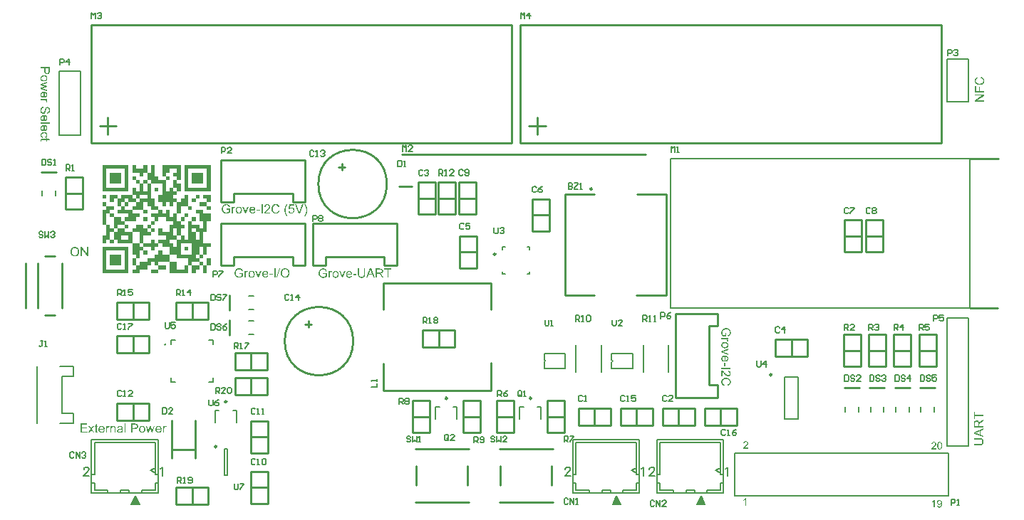
<source format=gto>
G04*
G04 #@! TF.GenerationSoftware,Altium Limited,CircuitStudio,1.5.1 (13)*
G04*
G04 Layer_Color=15065295*
%FSLAX25Y25*%
%MOIN*%
G70*
G01*
G75*
%ADD34C,0.00600*%
%ADD38C,0.01000*%
%ADD39C,0.00800*%
%ADD52C,0.00984*%
%ADD53C,0.00787*%
%ADD54C,0.00669*%
%ADD55C,0.00591*%
G36*
X678473Y561836D02*
X678466Y561816D01*
X678446Y561784D01*
X678420Y561744D01*
X678394Y561692D01*
X678362Y561633D01*
X678283Y561503D01*
X678205Y561359D01*
X678126Y561215D01*
X678061Y561078D01*
X678035Y561020D01*
X678009Y560967D01*
Y560961D01*
X678003Y560948D01*
X677989Y560928D01*
X677976Y560895D01*
X677963Y560863D01*
X677944Y560817D01*
X677905Y560713D01*
X677859Y560589D01*
X677813Y560445D01*
X677767Y560288D01*
X677728Y560125D01*
Y560118D01*
X677722Y560099D01*
X677715Y560073D01*
X677709Y560034D01*
X677702Y559981D01*
X677689Y559923D01*
X677676Y559857D01*
X677669Y559785D01*
X677643Y559622D01*
X677624Y559433D01*
X677611Y559237D01*
X677604Y559028D01*
Y559021D01*
Y559015D01*
Y558995D01*
Y558963D01*
X677611Y558930D01*
Y558891D01*
Y558839D01*
X677617Y558786D01*
X677630Y558662D01*
X677650Y558512D01*
X677676Y558342D01*
X677715Y558153D01*
X677761Y557944D01*
X677820Y557728D01*
X677891Y557493D01*
X677976Y557252D01*
X678074Y557004D01*
X678192Y556742D01*
X678322Y556481D01*
X678479Y556220D01*
X678100D01*
X678094Y556227D01*
X678081Y556246D01*
X678061Y556279D01*
X678029Y556318D01*
X677989Y556370D01*
X677944Y556435D01*
X677898Y556507D01*
X677846Y556592D01*
X677787Y556677D01*
X677728Y556775D01*
X677669Y556886D01*
X677604Y556997D01*
X677480Y557239D01*
X677362Y557506D01*
Y557513D01*
X677350Y557539D01*
X677336Y557578D01*
X677317Y557637D01*
X677291Y557702D01*
X677265Y557781D01*
X677239Y557872D01*
X677212Y557977D01*
X677186Y558081D01*
X677160Y558205D01*
X677134Y558329D01*
X677108Y558460D01*
X677075Y558741D01*
X677069Y558884D01*
X677062Y559028D01*
Y559034D01*
Y559061D01*
Y559100D01*
X677069Y559145D01*
Y559211D01*
X677075Y559283D01*
X677082Y559368D01*
X677088Y559459D01*
X677101Y559557D01*
X677114Y559661D01*
X677154Y559890D01*
X677212Y560125D01*
X677284Y560367D01*
X677291Y560373D01*
X677297Y560399D01*
X677310Y560438D01*
X677336Y560491D01*
X677362Y560563D01*
X677395Y560641D01*
X677434Y560726D01*
X677487Y560830D01*
X677539Y560935D01*
X677598Y561052D01*
X677663Y561176D01*
X677741Y561300D01*
X677820Y561431D01*
X677905Y561568D01*
X678003Y561705D01*
X678100Y561842D01*
X678479D01*
X678473Y561836D01*
D02*
G37*
G36*
X883723Y503734D02*
X883782D01*
X883847Y503727D01*
X883919Y503721D01*
X883997Y503708D01*
X884180Y503675D01*
X884376Y503629D01*
X884585Y503564D01*
X884787Y503479D01*
X884794D01*
X884813Y503466D01*
X884839Y503453D01*
X884879Y503433D01*
X884924Y503401D01*
X884970Y503368D01*
X885094Y503290D01*
X885225Y503179D01*
X885355Y503055D01*
X885479Y502898D01*
X885538Y502819D01*
X885590Y502728D01*
Y502722D01*
X885603Y502708D01*
X885616Y502676D01*
X885630Y502643D01*
X885656Y502597D01*
X885675Y502539D01*
X885701Y502473D01*
X885728Y502401D01*
X885747Y502323D01*
X885773Y502238D01*
X885819Y502042D01*
X885845Y501833D01*
X885858Y501598D01*
Y501592D01*
Y501579D01*
Y501553D01*
Y501520D01*
X885852Y501481D01*
Y501429D01*
X885839Y501318D01*
X885819Y501194D01*
X885793Y501050D01*
X885754Y500906D01*
X885701Y500763D01*
Y500756D01*
X885695Y500743D01*
X885688Y500723D01*
X885675Y500697D01*
X885643Y500632D01*
X885590Y500547D01*
X885532Y500449D01*
X885460Y500351D01*
X885381Y500253D01*
X885283Y500168D01*
X885270Y500162D01*
X885238Y500136D01*
X885179Y500096D01*
X885094Y500044D01*
X884996Y499992D01*
X884879Y499940D01*
X884741Y499887D01*
X884585Y499842D01*
X884441Y500358D01*
X884448D01*
X884454Y500364D01*
X884493Y500371D01*
X884552Y500397D01*
X884630Y500423D01*
X884709Y500456D01*
X884794Y500495D01*
X884879Y500540D01*
X884957Y500593D01*
X884964Y500599D01*
X884990Y500619D01*
X885022Y500652D01*
X885068Y500697D01*
X885114Y500756D01*
X885166Y500828D01*
X885212Y500906D01*
X885257Y501004D01*
X885264Y501017D01*
X885277Y501050D01*
X885297Y501109D01*
X885316Y501180D01*
X885336Y501265D01*
X885355Y501363D01*
X885368Y501474D01*
X885375Y501592D01*
Y501598D01*
Y501611D01*
Y501631D01*
Y501657D01*
X885368Y501729D01*
X885362Y501820D01*
X885342Y501925D01*
X885323Y502042D01*
X885290Y502153D01*
X885251Y502264D01*
X885244Y502277D01*
X885231Y502310D01*
X885205Y502362D01*
X885166Y502428D01*
X885120Y502499D01*
X885068Y502578D01*
X885009Y502650D01*
X884937Y502722D01*
X884931Y502728D01*
X884905Y502748D01*
X884866Y502780D01*
X884813Y502819D01*
X884748Y502865D01*
X884676Y502911D01*
X884598Y502950D01*
X884513Y502989D01*
X884506D01*
X884493Y502996D01*
X884474Y503002D01*
X884441Y503015D01*
X884408Y503028D01*
X884363Y503041D01*
X884258Y503068D01*
X884128Y503100D01*
X883984Y503126D01*
X883821Y503146D01*
X883651Y503153D01*
X883599D01*
X883553Y503146D01*
X883507D01*
X883449Y503139D01*
X883383Y503133D01*
X883318Y503126D01*
X883161Y503107D01*
X882998Y503068D01*
X882841Y503022D01*
X882685Y502956D01*
X882678D01*
X882665Y502950D01*
X882645Y502937D01*
X882619Y502917D01*
X882554Y502872D01*
X882469Y502813D01*
X882378Y502735D01*
X882280Y502637D01*
X882188Y502519D01*
X882110Y502388D01*
Y502382D01*
X882103Y502369D01*
X882090Y502349D01*
X882084Y502323D01*
X882071Y502290D01*
X882051Y502245D01*
X882018Y502147D01*
X881986Y502023D01*
X881953Y501892D01*
X881934Y501742D01*
X881927Y501585D01*
Y501579D01*
Y501566D01*
Y501546D01*
Y501520D01*
X881934Y501448D01*
X881947Y501357D01*
X881960Y501252D01*
X881986Y501128D01*
X882018Y500997D01*
X882064Y500867D01*
Y500860D01*
X882071Y500854D01*
X882077Y500834D01*
X882090Y500808D01*
X882116Y500743D01*
X882156Y500665D01*
X882201Y500580D01*
X882253Y500495D01*
X882312Y500410D01*
X882371Y500331D01*
X883181D01*
Y501592D01*
X883684D01*
Y499776D01*
X882090D01*
X882084Y499783D01*
X882077Y499796D01*
X882058Y499816D01*
X882038Y499848D01*
X882005Y499887D01*
X881979Y499933D01*
X881901Y500044D01*
X881823Y500175D01*
X881738Y500318D01*
X881659Y500482D01*
X881588Y500645D01*
Y500652D01*
X881581Y500665D01*
X881574Y500691D01*
X881561Y500723D01*
X881548Y500763D01*
X881535Y500808D01*
X881522Y500867D01*
X881509Y500926D01*
X881476Y501063D01*
X881450Y501213D01*
X881431Y501383D01*
X881424Y501553D01*
Y501559D01*
Y501579D01*
Y501611D01*
X881431Y501657D01*
Y501716D01*
X881437Y501781D01*
X881444Y501853D01*
X881457Y501931D01*
X881489Y502114D01*
X881535Y502304D01*
X881600Y502506D01*
X881692Y502702D01*
X881699Y502708D01*
X881705Y502722D01*
X881718Y502754D01*
X881744Y502787D01*
X881770Y502833D01*
X881803Y502878D01*
X881888Y502989D01*
X881999Y503120D01*
X882136Y503244D01*
X882293Y503368D01*
X882469Y503479D01*
X882476D01*
X882495Y503492D01*
X882521Y503505D01*
X882561Y503518D01*
X882606Y503538D01*
X882665Y503564D01*
X882730Y503583D01*
X882809Y503610D01*
X882887Y503636D01*
X882978Y503655D01*
X883174Y503701D01*
X883390Y503727D01*
X883618Y503740D01*
X883677D01*
X883723Y503734D01*
D02*
G37*
G36*
X884604Y498536D02*
X884141D01*
X884147Y498529D01*
X884186Y498503D01*
X884245Y498470D01*
X884311Y498431D01*
X884382Y498379D01*
X884454Y498320D01*
X884519Y498268D01*
X884565Y498209D01*
X884572Y498203D01*
X884585Y498183D01*
X884598Y498150D01*
X884624Y498105D01*
X884643Y498059D01*
X884657Y498000D01*
X884670Y497935D01*
X884676Y497870D01*
Y497857D01*
Y497824D01*
X884670Y497772D01*
X884657Y497700D01*
X884630Y497621D01*
X884604Y497530D01*
X884559Y497432D01*
X884500Y497328D01*
X884017Y497517D01*
X884023Y497524D01*
X884036Y497550D01*
X884056Y497589D01*
X884075Y497635D01*
X884095Y497693D01*
X884115Y497759D01*
X884128Y497830D01*
X884134Y497902D01*
Y497909D01*
Y497928D01*
X884128Y497961D01*
X884121Y498007D01*
X884108Y498053D01*
X884089Y498105D01*
X884062Y498157D01*
X884030Y498209D01*
X884023Y498216D01*
X884010Y498229D01*
X883984Y498255D01*
X883951Y498281D01*
X883912Y498314D01*
X883860Y498346D01*
X883801Y498373D01*
X883736Y498399D01*
X883723Y498405D01*
X883690Y498412D01*
X883631Y498425D01*
X883553Y498438D01*
X883462Y498457D01*
X883357Y498470D01*
X883246Y498477D01*
X883122Y498484D01*
X881496D01*
Y499012D01*
X884604D01*
Y498536D01*
D02*
G37*
G36*
X686759Y561836D02*
X686779Y561810D01*
X686805Y561770D01*
X686844Y561718D01*
X686890Y561647D01*
X686942Y561568D01*
X687001Y561483D01*
X687060Y561379D01*
X687125Y561274D01*
X687190Y561157D01*
X687327Y560909D01*
X687451Y560641D01*
X687510Y560504D01*
X687562Y560367D01*
Y560360D01*
X687575Y560340D01*
X687582Y560301D01*
X687602Y560256D01*
X687615Y560197D01*
X687634Y560125D01*
X687654Y560047D01*
X687680Y559962D01*
X687700Y559864D01*
X687719Y559759D01*
X687758Y559531D01*
X687784Y559289D01*
X687791Y559028D01*
Y559021D01*
Y558995D01*
Y558950D01*
X687784Y558897D01*
Y558825D01*
X687778Y558741D01*
X687765Y558649D01*
X687752Y558545D01*
X687739Y558434D01*
X687719Y558310D01*
X687660Y558055D01*
X687589Y557781D01*
X687536Y557644D01*
X687484Y557506D01*
X687477Y557500D01*
X687471Y557474D01*
X687451Y557435D01*
X687432Y557382D01*
X687399Y557317D01*
X687366Y557245D01*
X687327Y557160D01*
X687282Y557069D01*
X687171Y556873D01*
X687046Y556658D01*
X686909Y556435D01*
X686753Y556220D01*
X686374D01*
Y556227D01*
X686387Y556233D01*
X686393Y556259D01*
X686413Y556285D01*
X686433Y556318D01*
X686452Y556357D01*
X686478Y556409D01*
X686511Y556462D01*
X686576Y556586D01*
X686648Y556736D01*
X686733Y556906D01*
X686811Y557095D01*
X686896Y557304D01*
X686975Y557519D01*
X687046Y557755D01*
X687112Y557996D01*
X687171Y558251D01*
X687210Y558505D01*
X687242Y558767D01*
X687249Y559028D01*
Y559034D01*
Y559054D01*
Y559080D01*
Y559119D01*
X687242Y559172D01*
Y559230D01*
X687236Y559296D01*
Y559368D01*
X687216Y559537D01*
X687197Y559720D01*
X687164Y559916D01*
X687118Y560118D01*
Y560125D01*
X687112Y560138D01*
X687105Y560164D01*
X687099Y560190D01*
X687092Y560229D01*
X687079Y560282D01*
X687046Y560386D01*
X687007Y560517D01*
X686962Y560660D01*
X686909Y560811D01*
X686844Y560961D01*
X686838Y560974D01*
X686831Y560987D01*
X686818Y561013D01*
X686805Y561039D01*
X686785Y561078D01*
X686766Y561118D01*
X686740Y561170D01*
X686714Y561229D01*
X686681Y561294D01*
X686642Y561366D01*
X686596Y561444D01*
X686550Y561529D01*
X686498Y561627D01*
X686439Y561731D01*
X686374Y561842D01*
X686753D01*
X686759Y561836D01*
D02*
G37*
G36*
X666843Y557480D02*
X666275D01*
Y561770D01*
X666843D01*
Y557480D01*
D02*
G37*
G36*
X662161Y560654D02*
X662213Y560647D01*
X662278Y560641D01*
X662344Y560628D01*
X662422Y560608D01*
X662579Y560556D01*
X662664Y560523D01*
X662748Y560478D01*
X662833Y560432D01*
X662918Y560373D01*
X662996Y560308D01*
X663075Y560229D01*
X663081Y560223D01*
X663095Y560210D01*
X663114Y560184D01*
X663140Y560151D01*
X663166Y560105D01*
X663199Y560053D01*
X663238Y559994D01*
X663277Y559923D01*
X663310Y559838D01*
X663349Y559753D01*
X663382Y559655D01*
X663414Y559544D01*
X663434Y559433D01*
X663454Y559309D01*
X663467Y559178D01*
X663473Y559034D01*
Y559028D01*
Y559002D01*
Y558956D01*
X663467Y558897D01*
X661155D01*
Y558891D01*
Y558878D01*
X661162Y558845D01*
Y558812D01*
X661168Y558767D01*
X661175Y558721D01*
X661201Y558603D01*
X661240Y558479D01*
X661286Y558349D01*
X661357Y558218D01*
X661442Y558107D01*
X661455Y558094D01*
X661488Y558068D01*
X661547Y558022D01*
X661619Y557977D01*
X661717Y557924D01*
X661828Y557879D01*
X661952Y557853D01*
X662089Y557839D01*
X662141D01*
X662193Y557846D01*
X662259Y557859D01*
X662337Y557879D01*
X662422Y557905D01*
X662507Y557937D01*
X662585Y557990D01*
X662592Y557996D01*
X662618Y558022D01*
X662657Y558055D01*
X662703Y558114D01*
X662755Y558179D01*
X662807Y558264D01*
X662859Y558368D01*
X662912Y558486D01*
X663454Y558414D01*
Y558408D01*
X663447Y558394D01*
X663441Y558368D01*
X663427Y558336D01*
X663414Y558297D01*
X663395Y558251D01*
X663343Y558140D01*
X663277Y558022D01*
X663199Y557898D01*
X663095Y557774D01*
X662977Y557670D01*
X662970D01*
X662964Y557657D01*
X662944Y557644D01*
X662912Y557630D01*
X662879Y557611D01*
X662840Y557585D01*
X662794Y557565D01*
X662735Y557539D01*
X662611Y557493D01*
X662455Y557448D01*
X662285Y557421D01*
X662089Y557409D01*
X662024D01*
X661978Y557415D01*
X661919Y557421D01*
X661854Y557428D01*
X661782Y557441D01*
X661697Y557461D01*
X661527Y557513D01*
X661436Y557546D01*
X661351Y557585D01*
X661260Y557630D01*
X661175Y557689D01*
X661090Y557755D01*
X661011Y557826D01*
X661005Y557833D01*
X660992Y557846D01*
X660972Y557872D01*
X660953Y557905D01*
X660920Y557944D01*
X660887Y557996D01*
X660848Y558062D01*
X660815Y558133D01*
X660776Y558212D01*
X660737Y558297D01*
X660705Y558394D01*
X660678Y558499D01*
X660652Y558610D01*
X660633Y558734D01*
X660620Y558865D01*
X660613Y559002D01*
Y559008D01*
Y559034D01*
Y559080D01*
X660620Y559132D01*
X660626Y559198D01*
X660633Y559276D01*
X660646Y559361D01*
X660665Y559452D01*
X660711Y559648D01*
X660744Y559746D01*
X660783Y559851D01*
X660829Y559949D01*
X660881Y560047D01*
X660940Y560138D01*
X661011Y560223D01*
X661018Y560229D01*
X661031Y560243D01*
X661051Y560262D01*
X661083Y560295D01*
X661122Y560327D01*
X661175Y560360D01*
X661227Y560399D01*
X661292Y560445D01*
X661364Y560484D01*
X661442Y560523D01*
X661527Y560556D01*
X661625Y560595D01*
X661723Y560621D01*
X661828Y560641D01*
X661939Y560654D01*
X662056Y560660D01*
X662115D01*
X662161Y560654D01*
D02*
G37*
G36*
X655820D02*
X655879Y560647D01*
X655938Y560641D01*
X656009Y560628D01*
X656088Y560608D01*
X656251Y560556D01*
X656336Y560523D01*
X656427Y560484D01*
X656512Y560432D01*
X656597Y560373D01*
X656682Y560308D01*
X656760Y560236D01*
X656767Y560229D01*
X656780Y560216D01*
X656800Y560190D01*
X656826Y560158D01*
X656858Y560118D01*
X656891Y560066D01*
X656930Y560001D01*
X656969Y559936D01*
X657002Y559857D01*
X657041Y559766D01*
X657074Y559674D01*
X657106Y559570D01*
X657133Y559459D01*
X657152Y559335D01*
X657165Y559211D01*
X657172Y559074D01*
Y559067D01*
Y559048D01*
Y559015D01*
Y558976D01*
X657165Y558923D01*
Y558865D01*
X657159Y558799D01*
X657152Y558728D01*
X657126Y558577D01*
X657093Y558421D01*
X657048Y558264D01*
X656989Y558127D01*
Y558120D01*
X656982Y558114D01*
X656956Y558068D01*
X656911Y558009D01*
X656852Y557931D01*
X656780Y557846D01*
X656689Y557761D01*
X656584Y557676D01*
X656460Y557598D01*
X656454D01*
X656447Y557591D01*
X656427Y557578D01*
X656401Y557572D01*
X656329Y557539D01*
X656238Y557506D01*
X656127Y557467D01*
X656003Y557441D01*
X655866Y557415D01*
X655716Y557409D01*
X655650D01*
X655605Y557415D01*
X655552Y557421D01*
X655487Y557428D01*
X655415Y557441D01*
X655337Y557461D01*
X655174Y557513D01*
X655082Y557546D01*
X654997Y557585D01*
X654906Y557630D01*
X654821Y557689D01*
X654736Y557755D01*
X654658Y557826D01*
X654651Y557833D01*
X654638Y557846D01*
X654619Y557872D01*
X654599Y557905D01*
X654566Y557950D01*
X654534Y558003D01*
X654494Y558062D01*
X654462Y558133D01*
X654423Y558218D01*
X654384Y558303D01*
X654351Y558408D01*
X654325Y558512D01*
X654299Y558630D01*
X654279Y558754D01*
X654266Y558891D01*
X654259Y559034D01*
Y559048D01*
Y559074D01*
X654266Y559119D01*
Y559178D01*
X654273Y559250D01*
X654285Y559328D01*
X654299Y559420D01*
X654318Y559518D01*
X654344Y559622D01*
X654377Y559727D01*
X654416Y559831D01*
X654462Y559936D01*
X654514Y560040D01*
X654579Y560138D01*
X654651Y560229D01*
X654736Y560314D01*
X654743Y560321D01*
X654756Y560327D01*
X654775Y560347D01*
X654808Y560367D01*
X654847Y560393D01*
X654893Y560425D01*
X654945Y560458D01*
X655010Y560491D01*
X655076Y560517D01*
X655148Y560549D01*
X655317Y560608D01*
X655507Y560647D01*
X655611Y560654D01*
X655716Y560660D01*
X655774D01*
X655820Y560654D01*
D02*
G37*
G36*
X883135Y497210D02*
X883194D01*
X883266Y497204D01*
X883344Y497191D01*
X883436Y497178D01*
X883533Y497158D01*
X883638Y497132D01*
X883742Y497099D01*
X883847Y497060D01*
X883951Y497014D01*
X884056Y496962D01*
X884154Y496897D01*
X884245Y496825D01*
X884330Y496740D01*
X884337Y496734D01*
X884343Y496720D01*
X884363Y496701D01*
X884382Y496668D01*
X884408Y496629D01*
X884441Y496583D01*
X884474Y496531D01*
X884506Y496466D01*
X884533Y496400D01*
X884565Y496329D01*
X884624Y496159D01*
X884663Y495969D01*
X884670Y495865D01*
X884676Y495760D01*
Y495754D01*
Y495734D01*
Y495702D01*
X884670Y495656D01*
X884663Y495597D01*
X884657Y495539D01*
X884643Y495467D01*
X884624Y495388D01*
X884572Y495225D01*
X884539Y495140D01*
X884500Y495049D01*
X884448Y494964D01*
X884389Y494879D01*
X884324Y494794D01*
X884252Y494716D01*
X884245Y494709D01*
X884232Y494696D01*
X884206Y494676D01*
X884173Y494650D01*
X884134Y494618D01*
X884082Y494585D01*
X884017Y494546D01*
X883951Y494507D01*
X883873Y494474D01*
X883782Y494435D01*
X883690Y494402D01*
X883586Y494370D01*
X883475Y494344D01*
X883351Y494324D01*
X883226Y494311D01*
X883089Y494304D01*
X882991D01*
X882939Y494311D01*
X882880D01*
X882815Y494317D01*
X882743Y494324D01*
X882593Y494350D01*
X882436Y494383D01*
X882280Y494428D01*
X882143Y494487D01*
X882136D01*
X882129Y494494D01*
X882084Y494520D01*
X882025Y494565D01*
X881947Y494624D01*
X881862Y494696D01*
X881777Y494788D01*
X881692Y494892D01*
X881614Y495016D01*
Y495023D01*
X881607Y495029D01*
X881594Y495049D01*
X881588Y495075D01*
X881555Y495147D01*
X881522Y495238D01*
X881483Y495349D01*
X881457Y495473D01*
X881431Y495610D01*
X881424Y495760D01*
Y495767D01*
Y495787D01*
Y495826D01*
X881431Y495871D01*
X881437Y495924D01*
X881444Y495989D01*
X881457Y496061D01*
X881476Y496139D01*
X881529Y496303D01*
X881561Y496394D01*
X881600Y496479D01*
X881646Y496570D01*
X881705Y496655D01*
X881770Y496740D01*
X881842Y496818D01*
X881849Y496825D01*
X881862Y496838D01*
X881888Y496858D01*
X881921Y496877D01*
X881966Y496910D01*
X882018Y496942D01*
X882077Y496982D01*
X882149Y497014D01*
X882234Y497053D01*
X882319Y497093D01*
X882423Y497125D01*
X882528Y497151D01*
X882645Y497178D01*
X882769Y497197D01*
X882907Y497210D01*
X883050Y497217D01*
X883089D01*
X883135Y497210D01*
D02*
G37*
G36*
X881614Y483915D02*
X881666Y483909D01*
X881725Y483902D01*
X881790Y483882D01*
X881855Y483863D01*
X881862D01*
X881868Y483856D01*
X881907Y483843D01*
X881960Y483817D01*
X882038Y483778D01*
X882123Y483732D01*
X882221Y483667D01*
X882319Y483602D01*
X882423Y483517D01*
X882430D01*
X882436Y483504D01*
X882476Y483471D01*
X882534Y483419D01*
X882613Y483340D01*
X882704Y483243D01*
X882815Y483125D01*
X882939Y482981D01*
X883076Y482825D01*
X883083Y482818D01*
X883102Y482792D01*
X883129Y482759D01*
X883174Y482714D01*
X883220Y482655D01*
X883279Y482589D01*
X883403Y482446D01*
X883553Y482289D01*
X883703Y482132D01*
X883775Y482054D01*
X883847Y481989D01*
X883919Y481930D01*
X883984Y481878D01*
X883990D01*
X883997Y481865D01*
X884017Y481852D01*
X884043Y481839D01*
X884108Y481799D01*
X884193Y481754D01*
X884291Y481708D01*
X884395Y481669D01*
X884513Y481643D01*
X884624Y481630D01*
X884637D01*
X884676Y481636D01*
X884735Y481643D01*
X884807Y481656D01*
X884892Y481688D01*
X884977Y481728D01*
X885068Y481780D01*
X885153Y481858D01*
X885159Y481871D01*
X885186Y481897D01*
X885218Y481950D01*
X885264Y482015D01*
X885303Y482100D01*
X885336Y482198D01*
X885362Y482315D01*
X885368Y482446D01*
Y482452D01*
Y482465D01*
Y482485D01*
X885362Y482511D01*
X885355Y482576D01*
X885342Y482661D01*
X885310Y482759D01*
X885270Y482864D01*
X885212Y482962D01*
X885133Y483053D01*
X885120Y483060D01*
X885094Y483086D01*
X885042Y483125D01*
X884970Y483164D01*
X884879Y483210D01*
X884774Y483243D01*
X884650Y483269D01*
X884506Y483282D01*
X884565Y483824D01*
X884591D01*
X884624Y483817D01*
X884663Y483811D01*
X884715Y483798D01*
X884774Y483791D01*
X884905Y483752D01*
X885055Y483700D01*
X885205Y483628D01*
X885355Y483530D01*
X885421Y483478D01*
X885486Y483412D01*
X885492Y483406D01*
X885499Y483393D01*
X885518Y483373D01*
X885538Y483347D01*
X885558Y483308D01*
X885590Y483262D01*
X885616Y483210D01*
X885649Y483151D01*
X885675Y483086D01*
X885708Y483014D01*
X885734Y482929D01*
X885754Y482844D01*
X885793Y482648D01*
X885799Y482544D01*
X885806Y482433D01*
Y482426D01*
Y482407D01*
Y482374D01*
X885799Y482328D01*
X885793Y482276D01*
X885786Y482217D01*
X885780Y482152D01*
X885760Y482080D01*
X885721Y481923D01*
X885662Y481760D01*
X885623Y481675D01*
X885577Y481597D01*
X885518Y481525D01*
X885460Y481453D01*
X885453Y481447D01*
X885447Y481440D01*
X885427Y481421D01*
X885401Y481394D01*
X885362Y481368D01*
X885323Y481336D01*
X885225Y481270D01*
X885101Y481205D01*
X884957Y481146D01*
X884794Y481101D01*
X884702Y481094D01*
X884611Y481088D01*
X884565D01*
X884513Y481094D01*
X884448Y481101D01*
X884369Y481114D01*
X884284Y481133D01*
X884193Y481159D01*
X884101Y481199D01*
X884089Y481205D01*
X884056Y481218D01*
X884010Y481244D01*
X883945Y481284D01*
X883867Y481329D01*
X883775Y481388D01*
X883684Y481466D01*
X883579Y481551D01*
X883566Y481564D01*
X883527Y481597D01*
X883468Y481656D01*
X883429Y481695D01*
X883383Y481741D01*
X883331Y481793D01*
X883272Y481858D01*
X883214Y481923D01*
X883142Y481995D01*
X883070Y482074D01*
X882991Y482165D01*
X882913Y482257D01*
X882822Y482361D01*
X882815Y482368D01*
X882802Y482380D01*
X882782Y482407D01*
X882756Y482439D01*
X882691Y482518D01*
X882606Y482616D01*
X882515Y482714D01*
X882423Y482818D01*
X882345Y482903D01*
X882312Y482936D01*
X882280Y482968D01*
X882273Y482975D01*
X882253Y482988D01*
X882227Y483014D01*
X882188Y483047D01*
X882103Y483118D01*
X881999Y483190D01*
Y481081D01*
X881496D01*
Y483922D01*
X881568D01*
X881614Y483915D01*
D02*
G37*
G36*
X883782Y480461D02*
X883840D01*
X883912Y480454D01*
X883984Y480448D01*
X884069Y480435D01*
X884252Y480402D01*
X884448Y480363D01*
X884650Y480298D01*
X884839Y480213D01*
X884846D01*
X884859Y480199D01*
X884885Y480186D01*
X884924Y480167D01*
X884964Y480141D01*
X885009Y480108D01*
X885120Y480023D01*
X885244Y479925D01*
X885368Y479801D01*
X885492Y479651D01*
X885597Y479488D01*
Y479481D01*
X885610Y479468D01*
X885623Y479442D01*
X885636Y479403D01*
X885656Y479364D01*
X885682Y479311D01*
X885701Y479246D01*
X885728Y479181D01*
X885754Y479109D01*
X885773Y479031D01*
X885819Y478854D01*
X885845Y478658D01*
X885858Y478449D01*
Y478443D01*
Y478423D01*
Y478384D01*
X885852Y478338D01*
X885845Y478286D01*
X885839Y478221D01*
X885832Y478149D01*
X885819Y478071D01*
X885780Y477901D01*
X885721Y477718D01*
X885682Y477627D01*
X885636Y477535D01*
X885584Y477450D01*
X885525Y477365D01*
X885518Y477359D01*
X885512Y477346D01*
X885492Y477326D01*
X885466Y477294D01*
X885434Y477261D01*
X885388Y477215D01*
X885342Y477170D01*
X885290Y477124D01*
X885225Y477072D01*
X885159Y477026D01*
X885081Y476974D01*
X884996Y476921D01*
X884911Y476876D01*
X884813Y476830D01*
X884604Y476752D01*
X884474Y477313D01*
X884480D01*
X884493Y477320D01*
X884519Y477326D01*
X884552Y477339D01*
X884591Y477359D01*
X884637Y477379D01*
X884735Y477424D01*
X884846Y477483D01*
X884964Y477561D01*
X885068Y477646D01*
X885159Y477751D01*
X885166Y477764D01*
X885192Y477803D01*
X885225Y477862D01*
X885270Y477947D01*
X885310Y478045D01*
X885342Y478169D01*
X885368Y478306D01*
X885375Y478463D01*
Y478469D01*
Y478482D01*
Y478508D01*
X885368Y478541D01*
Y478587D01*
X885362Y478632D01*
X885342Y478750D01*
X885316Y478880D01*
X885270Y479018D01*
X885212Y479155D01*
X885133Y479285D01*
Y479292D01*
X885120Y479298D01*
X885088Y479338D01*
X885035Y479396D01*
X884964Y479468D01*
X884872Y479540D01*
X884768Y479618D01*
X884637Y479690D01*
X884493Y479749D01*
X884487D01*
X884474Y479755D01*
X884454Y479762D01*
X884422Y479769D01*
X884389Y479782D01*
X884343Y479788D01*
X884239Y479814D01*
X884115Y479840D01*
X883978Y479860D01*
X883827Y479873D01*
X883671Y479880D01*
X883579D01*
X883533Y479873D01*
X883475D01*
X883416Y479867D01*
X883351Y479860D01*
X883200Y479840D01*
X883037Y479814D01*
X882874Y479775D01*
X882717Y479723D01*
X882711D01*
X882698Y479716D01*
X882678Y479703D01*
X882652Y479690D01*
X882574Y479658D01*
X882489Y479605D01*
X882384Y479533D01*
X882286Y479449D01*
X882188Y479351D01*
X882103Y479233D01*
Y479226D01*
X882097Y479220D01*
X882084Y479200D01*
X882071Y479174D01*
X882045Y479103D01*
X882005Y479011D01*
X881973Y478907D01*
X881940Y478783D01*
X881914Y478645D01*
X881907Y478502D01*
Y478495D01*
Y478482D01*
Y478456D01*
X881914Y478423D01*
Y478384D01*
X881921Y478332D01*
X881940Y478221D01*
X881973Y478097D01*
X882025Y477960D01*
X882090Y477829D01*
X882182Y477699D01*
X882188Y477692D01*
X882195Y477685D01*
X882234Y477646D01*
X882299Y477588D01*
X882384Y477516D01*
X882502Y477444D01*
X882639Y477365D01*
X882809Y477300D01*
X882998Y477248D01*
X882854Y476680D01*
X882848D01*
X882822Y476686D01*
X882789Y476699D01*
X882737Y476713D01*
X882685Y476739D01*
X882613Y476765D01*
X882541Y476791D01*
X882463Y476830D01*
X882286Y476915D01*
X882110Y477032D01*
X881940Y477163D01*
X881862Y477241D01*
X881790Y477326D01*
X881783Y477333D01*
X881777Y477346D01*
X881757Y477372D01*
X881731Y477411D01*
X881705Y477457D01*
X881672Y477509D01*
X881640Y477568D01*
X881607Y477640D01*
X881574Y477718D01*
X881542Y477803D01*
X881509Y477901D01*
X881483Y477999D01*
X881437Y478214D01*
X881431Y478332D01*
X881424Y478456D01*
Y478463D01*
Y478489D01*
Y478521D01*
X881431Y478574D01*
Y478632D01*
X881437Y478698D01*
X881450Y478776D01*
X881457Y478854D01*
X881496Y479037D01*
X881542Y479226D01*
X881614Y479409D01*
X881653Y479501D01*
X881705Y479586D01*
X881712Y479592D01*
X881718Y479605D01*
X881738Y479625D01*
X881757Y479658D01*
X881823Y479736D01*
X881914Y479827D01*
X882025Y479938D01*
X882169Y480043D01*
X882332Y480154D01*
X882521Y480245D01*
X882528D01*
X882547Y480252D01*
X882574Y480265D01*
X882613Y480278D01*
X882665Y480298D01*
X882724Y480317D01*
X882789Y480337D01*
X882867Y480356D01*
X882946Y480376D01*
X883037Y480395D01*
X883233Y480435D01*
X883442Y480461D01*
X883671Y480467D01*
X883736D01*
X883782Y480461D01*
D02*
G37*
G36*
X1003005Y621446D02*
X1003038Y621433D01*
X1003090Y621420D01*
X1003142Y621394D01*
X1003214Y621368D01*
X1003286Y621342D01*
X1003364Y621303D01*
X1003541Y621218D01*
X1003717Y621100D01*
X1003887Y620970D01*
X1003965Y620891D01*
X1004037Y620806D01*
X1004043Y620800D01*
X1004050Y620787D01*
X1004070Y620761D01*
X1004096Y620721D01*
X1004122Y620676D01*
X1004154Y620623D01*
X1004187Y620565D01*
X1004220Y620493D01*
X1004252Y620415D01*
X1004285Y620330D01*
X1004318Y620232D01*
X1004344Y620134D01*
X1004389Y619918D01*
X1004396Y619801D01*
X1004403Y619677D01*
Y619670D01*
Y619644D01*
Y619611D01*
X1004396Y619559D01*
Y619500D01*
X1004389Y619435D01*
X1004376Y619357D01*
X1004370Y619278D01*
X1004331Y619096D01*
X1004285Y618906D01*
X1004213Y618723D01*
X1004174Y618632D01*
X1004122Y618547D01*
X1004115Y618540D01*
X1004109Y618527D01*
X1004089Y618508D01*
X1004070Y618475D01*
X1004004Y618397D01*
X1003913Y618305D01*
X1003802Y618194D01*
X1003658Y618090D01*
X1003495Y617979D01*
X1003306Y617887D01*
X1003299D01*
X1003279Y617881D01*
X1003253Y617868D01*
X1003214Y617855D01*
X1003162Y617835D01*
X1003103Y617816D01*
X1003038Y617796D01*
X1002959Y617776D01*
X1002881Y617757D01*
X1002790Y617737D01*
X1002594Y617698D01*
X1002385Y617672D01*
X1002156Y617665D01*
X1002091D01*
X1002045Y617672D01*
X1001986D01*
X1001915Y617678D01*
X1001843Y617685D01*
X1001758Y617698D01*
X1001575Y617731D01*
X1001379Y617770D01*
X1001177Y617835D01*
X1000987Y617920D01*
X1000981D01*
X1000968Y617933D01*
X1000942Y617946D01*
X1000902Y617966D01*
X1000863Y617992D01*
X1000818Y618025D01*
X1000707Y618110D01*
X1000583Y618207D01*
X1000458Y618331D01*
X1000334Y618482D01*
X1000230Y618645D01*
Y618651D01*
X1000217Y618665D01*
X1000204Y618691D01*
X1000191Y618730D01*
X1000171Y618769D01*
X1000145Y618821D01*
X1000125Y618887D01*
X1000099Y618952D01*
X1000073Y619024D01*
X1000054Y619102D01*
X1000008Y619278D01*
X999982Y619474D01*
X999969Y619683D01*
Y619690D01*
Y619709D01*
Y619748D01*
X999975Y619794D01*
X999982Y619846D01*
X999988Y619912D01*
X999995Y619984D01*
X1000008Y620062D01*
X1000047Y620232D01*
X1000106Y620415D01*
X1000145Y620506D01*
X1000191Y620597D01*
X1000243Y620682D01*
X1000302Y620767D01*
X1000308Y620774D01*
X1000315Y620787D01*
X1000334Y620806D01*
X1000360Y620839D01*
X1000393Y620872D01*
X1000439Y620917D01*
X1000484Y620963D01*
X1000537Y621009D01*
X1000602Y621061D01*
X1000667Y621107D01*
X1000746Y621159D01*
X1000831Y621211D01*
X1000916Y621257D01*
X1001013Y621303D01*
X1001222Y621381D01*
X1001353Y620819D01*
X1001346D01*
X1001333Y620813D01*
X1001307Y620806D01*
X1001275Y620793D01*
X1001235Y620774D01*
X1001190Y620754D01*
X1001092Y620708D01*
X1000981Y620650D01*
X1000863Y620571D01*
X1000759Y620486D01*
X1000667Y620382D01*
X1000661Y620369D01*
X1000635Y620330D01*
X1000602Y620271D01*
X1000556Y620186D01*
X1000517Y620088D01*
X1000484Y619964D01*
X1000458Y619827D01*
X1000452Y619670D01*
Y619664D01*
Y619651D01*
Y619624D01*
X1000458Y619592D01*
Y619546D01*
X1000465Y619500D01*
X1000484Y619383D01*
X1000511Y619252D01*
X1000556Y619115D01*
X1000615Y618978D01*
X1000694Y618847D01*
Y618841D01*
X1000707Y618834D01*
X1000739Y618795D01*
X1000791Y618736D01*
X1000863Y618665D01*
X1000955Y618593D01*
X1001059Y618514D01*
X1001190Y618442D01*
X1001333Y618384D01*
X1001340D01*
X1001353Y618377D01*
X1001373Y618371D01*
X1001405Y618364D01*
X1001438Y618351D01*
X1001484Y618345D01*
X1001588Y618319D01*
X1001712Y618292D01*
X1001849Y618273D01*
X1001999Y618260D01*
X1002156Y618253D01*
X1002248D01*
X1002293Y618260D01*
X1002352D01*
X1002411Y618266D01*
X1002476Y618273D01*
X1002626Y618292D01*
X1002790Y618319D01*
X1002953Y618358D01*
X1003110Y618410D01*
X1003116D01*
X1003129Y618416D01*
X1003149Y618430D01*
X1003175Y618442D01*
X1003253Y618475D01*
X1003338Y618527D01*
X1003443Y618599D01*
X1003541Y618684D01*
X1003638Y618782D01*
X1003723Y618900D01*
Y618906D01*
X1003730Y618913D01*
X1003743Y618932D01*
X1003756Y618958D01*
X1003782Y619030D01*
X1003821Y619122D01*
X1003854Y619226D01*
X1003887Y619350D01*
X1003913Y619487D01*
X1003919Y619631D01*
Y619637D01*
Y619651D01*
Y619677D01*
X1003913Y619709D01*
Y619748D01*
X1003906Y619801D01*
X1003887Y619912D01*
X1003854Y620036D01*
X1003802Y620173D01*
X1003736Y620304D01*
X1003645Y620434D01*
X1003638Y620441D01*
X1003632Y620447D01*
X1003593Y620486D01*
X1003528Y620545D01*
X1003443Y620617D01*
X1003325Y620689D01*
X1003188Y620767D01*
X1003018Y620832D01*
X1002829Y620885D01*
X1002973Y621453D01*
X1002979D01*
X1003005Y621446D01*
D02*
G37*
G36*
X885786Y484633D02*
X881496D01*
Y485202D01*
X885786D01*
Y484633D01*
D02*
G37*
G36*
X884604Y493455D02*
X882737Y492789D01*
X882724Y492783D01*
X882685Y492770D01*
X882626Y492750D01*
X882547Y492724D01*
X882456Y492691D01*
X882351Y492659D01*
X882234Y492620D01*
X882116Y492587D01*
X882129Y492580D01*
X882162Y492574D01*
X882214Y492554D01*
X882280Y492535D01*
X882365Y492509D01*
X882469Y492476D01*
X882580Y492437D01*
X882704Y492391D01*
X884604Y491699D01*
Y491157D01*
X881496Y492332D01*
Y492829D01*
X884604Y494010D01*
Y493455D01*
D02*
G37*
G36*
X883148Y490857D02*
X883214Y490850D01*
X883292Y490843D01*
X883377Y490830D01*
X883468Y490811D01*
X883664Y490765D01*
X883762Y490732D01*
X883867Y490693D01*
X883964Y490648D01*
X884062Y490595D01*
X884154Y490536D01*
X884239Y490465D01*
X884245Y490458D01*
X884258Y490445D01*
X884278Y490425D01*
X884311Y490393D01*
X884343Y490354D01*
X884376Y490301D01*
X884415Y490249D01*
X884461Y490184D01*
X884500Y490112D01*
X884539Y490034D01*
X884572Y489949D01*
X884611Y489851D01*
X884637Y489753D01*
X884657Y489648D01*
X884670Y489537D01*
X884676Y489420D01*
Y489413D01*
Y489394D01*
Y489361D01*
X884670Y489315D01*
X884663Y489263D01*
X884657Y489198D01*
X884643Y489132D01*
X884624Y489054D01*
X884572Y488898D01*
X884539Y488813D01*
X884493Y488728D01*
X884448Y488643D01*
X884389Y488558D01*
X884324Y488480D01*
X884245Y488401D01*
X884239Y488395D01*
X884226Y488382D01*
X884200Y488362D01*
X884167Y488336D01*
X884121Y488310D01*
X884069Y488277D01*
X884010Y488238D01*
X883938Y488199D01*
X883853Y488166D01*
X883768Y488127D01*
X883671Y488094D01*
X883560Y488062D01*
X883449Y488042D01*
X883325Y488022D01*
X883194Y488009D01*
X883050Y488003D01*
X882972D01*
X882913Y488009D01*
Y490321D01*
X882893D01*
X882861Y490314D01*
X882828D01*
X882782Y490308D01*
X882737Y490301D01*
X882619Y490275D01*
X882495Y490236D01*
X882365Y490190D01*
X882234Y490119D01*
X882123Y490034D01*
X882110Y490021D01*
X882084Y489988D01*
X882038Y489929D01*
X881992Y489857D01*
X881940Y489759D01*
X881894Y489648D01*
X881868Y489524D01*
X881855Y489387D01*
Y489381D01*
Y489374D01*
Y489335D01*
X881862Y489283D01*
X881875Y489217D01*
X881894Y489139D01*
X881921Y489054D01*
X881953Y488969D01*
X882005Y488891D01*
X882012Y488884D01*
X882038Y488858D01*
X882071Y488819D01*
X882129Y488773D01*
X882195Y488721D01*
X882280Y488669D01*
X882384Y488617D01*
X882502Y488564D01*
X882430Y488022D01*
X882423D01*
X882410Y488029D01*
X882384Y488035D01*
X882351Y488049D01*
X882312Y488062D01*
X882267Y488081D01*
X882156Y488133D01*
X882038Y488199D01*
X881914Y488277D01*
X881790Y488382D01*
X881685Y488499D01*
Y488506D01*
X881672Y488512D01*
X881659Y488532D01*
X881646Y488564D01*
X881627Y488597D01*
X881600Y488636D01*
X881581Y488682D01*
X881555Y488741D01*
X881509Y488865D01*
X881463Y489021D01*
X881437Y489191D01*
X881424Y489387D01*
Y489394D01*
Y489420D01*
Y489453D01*
X881431Y489498D01*
X881437Y489557D01*
X881444Y489622D01*
X881457Y489694D01*
X881476Y489779D01*
X881529Y489949D01*
X881561Y490040D01*
X881600Y490125D01*
X881646Y490216D01*
X881705Y490301D01*
X881770Y490386D01*
X881842Y490465D01*
X881849Y490471D01*
X881862Y490484D01*
X881888Y490504D01*
X881921Y490523D01*
X881960Y490556D01*
X882012Y490589D01*
X882077Y490628D01*
X882149Y490661D01*
X882227Y490700D01*
X882312Y490739D01*
X882410Y490772D01*
X882515Y490798D01*
X882626Y490824D01*
X882750Y490843D01*
X882880Y490857D01*
X883018Y490863D01*
X883096D01*
X883148Y490857D01*
D02*
G37*
G36*
X883311Y485952D02*
X882782D01*
Y487565D01*
X883311D01*
Y485952D01*
D02*
G37*
G36*
X669148Y561784D02*
X669200Y561777D01*
X669259Y561770D01*
X669324Y561764D01*
X669396Y561744D01*
X669553Y561705D01*
X669716Y561647D01*
X669801Y561607D01*
X669879Y561562D01*
X669951Y561503D01*
X670023Y561444D01*
X670029Y561438D01*
X670036Y561431D01*
X670055Y561411D01*
X670082Y561385D01*
X670108Y561346D01*
X670140Y561307D01*
X670206Y561209D01*
X670271Y561085D01*
X670330Y560941D01*
X670375Y560778D01*
X670382Y560686D01*
X670389Y560595D01*
Y560582D01*
Y560549D01*
X670382Y560497D01*
X670375Y560432D01*
X670362Y560354D01*
X670343Y560269D01*
X670317Y560177D01*
X670278Y560086D01*
X670271Y560073D01*
X670258Y560040D01*
X670232Y559994D01*
X670193Y559929D01*
X670147Y559851D01*
X670088Y559759D01*
X670010Y559668D01*
X669925Y559563D01*
X669912Y559550D01*
X669879Y559511D01*
X669820Y559452D01*
X669781Y559413D01*
X669735Y559368D01*
X669683Y559315D01*
X669618Y559257D01*
X669553Y559198D01*
X669481Y559126D01*
X669403Y559054D01*
X669311Y558976D01*
X669220Y558897D01*
X669115Y558806D01*
X669109Y558799D01*
X669096Y558786D01*
X669069Y558767D01*
X669037Y558741D01*
X668958Y558675D01*
X668860Y558590D01*
X668762Y558499D01*
X668658Y558408D01*
X668573Y558329D01*
X668540Y558297D01*
X668508Y558264D01*
X668501Y558257D01*
X668488Y558238D01*
X668462Y558212D01*
X668430Y558173D01*
X668358Y558088D01*
X668286Y557983D01*
X670395D01*
Y557480D01*
X667555D01*
Y557487D01*
Y557513D01*
Y557552D01*
X667561Y557598D01*
X667567Y557650D01*
X667574Y557709D01*
X667594Y557774D01*
X667613Y557839D01*
Y557846D01*
X667620Y557853D01*
X667633Y557892D01*
X667659Y557944D01*
X667698Y558022D01*
X667744Y558107D01*
X667809Y558205D01*
X667874Y558303D01*
X667959Y558408D01*
Y558414D01*
X667972Y558421D01*
X668005Y558460D01*
X668057Y558519D01*
X668136Y558597D01*
X668234Y558688D01*
X668351Y558799D01*
X668495Y558923D01*
X668651Y559061D01*
X668658Y559067D01*
X668684Y559087D01*
X668717Y559113D01*
X668762Y559159D01*
X668821Y559204D01*
X668887Y559263D01*
X669030Y559387D01*
X669187Y559537D01*
X669344Y559687D01*
X669422Y559759D01*
X669487Y559831D01*
X669546Y559903D01*
X669598Y559968D01*
Y559975D01*
X669611Y559981D01*
X669625Y560001D01*
X669637Y560027D01*
X669677Y560092D01*
X669722Y560177D01*
X669768Y560275D01*
X669807Y560380D01*
X669833Y560497D01*
X669846Y560608D01*
Y560615D01*
Y560621D01*
X669840Y560660D01*
X669833Y560719D01*
X669820Y560791D01*
X669788Y560876D01*
X669748Y560961D01*
X669696Y561052D01*
X669618Y561137D01*
X669605Y561144D01*
X669579Y561170D01*
X669526Y561202D01*
X669461Y561248D01*
X669376Y561287D01*
X669278Y561320D01*
X669161Y561346D01*
X669030Y561353D01*
X668991D01*
X668965Y561346D01*
X668900Y561340D01*
X668815Y561327D01*
X668717Y561294D01*
X668612Y561255D01*
X668514Y561196D01*
X668423Y561118D01*
X668416Y561104D01*
X668390Y561078D01*
X668351Y561026D01*
X668312Y560954D01*
X668266Y560863D01*
X668234Y560758D01*
X668208Y560634D01*
X668194Y560491D01*
X667652Y560549D01*
Y560556D01*
Y560575D01*
X667659Y560608D01*
X667665Y560647D01*
X667678Y560700D01*
X667685Y560758D01*
X667724Y560889D01*
X667776Y561039D01*
X667848Y561189D01*
X667946Y561340D01*
X667999Y561405D01*
X668064Y561470D01*
X668070Y561477D01*
X668083Y561483D01*
X668103Y561503D01*
X668129Y561522D01*
X668168Y561542D01*
X668214Y561575D01*
X668266Y561601D01*
X668325Y561633D01*
X668390Y561659D01*
X668462Y561692D01*
X668547Y561718D01*
X668632Y561738D01*
X668828Y561777D01*
X668932Y561784D01*
X669043Y561790D01*
X669102D01*
X669148Y561784D01*
D02*
G37*
G36*
X677483Y531816D02*
X677535D01*
X677601Y531810D01*
X677666Y531797D01*
X677744Y531790D01*
X677908Y531751D01*
X678090Y531699D01*
X678273Y531633D01*
X678365Y531588D01*
X678456Y531535D01*
X678463D01*
X678476Y531522D01*
X678502Y531509D01*
X678535Y531483D01*
X678574Y531457D01*
X678619Y531418D01*
X678724Y531333D01*
X678841Y531222D01*
X678966Y531085D01*
X679077Y530928D01*
X679181Y530745D01*
Y530739D01*
X679194Y530719D01*
X679207Y530693D01*
X679220Y530654D01*
X679240Y530608D01*
X679259Y530549D01*
X679285Y530484D01*
X679312Y530412D01*
X679331Y530327D01*
X679357Y530242D01*
X679396Y530047D01*
X679423Y529831D01*
X679436Y529596D01*
Y529589D01*
Y529570D01*
Y529531D01*
X679429Y529485D01*
Y529426D01*
X679423Y529361D01*
X679416Y529289D01*
X679403Y529204D01*
X679370Y529021D01*
X679325Y528825D01*
X679259Y528623D01*
X679168Y528427D01*
Y528420D01*
X679155Y528407D01*
X679142Y528381D01*
X679122Y528342D01*
X679090Y528303D01*
X679057Y528251D01*
X678979Y528140D01*
X678874Y528016D01*
X678744Y527885D01*
X678593Y527761D01*
X678424Y527650D01*
X678417D01*
X678404Y527637D01*
X678378Y527624D01*
X678339Y527611D01*
X678293Y527591D01*
X678241Y527565D01*
X678182Y527545D01*
X678110Y527519D01*
X677960Y527474D01*
X677784Y527428D01*
X677588Y527402D01*
X677385Y527389D01*
X677326D01*
X677281Y527395D01*
X677229D01*
X677170Y527402D01*
X677098Y527415D01*
X677020Y527428D01*
X676856Y527461D01*
X676674Y527513D01*
X676484Y527585D01*
X676393Y527624D01*
X676301Y527676D01*
X676295Y527683D01*
X676282Y527689D01*
X676256Y527709D01*
X676223Y527728D01*
X676184Y527761D01*
X676138Y527794D01*
X676034Y527885D01*
X675916Y528003D01*
X675792Y528133D01*
X675681Y528297D01*
X675576Y528473D01*
Y528479D01*
X675563Y528499D01*
X675557Y528525D01*
X675537Y528564D01*
X675518Y528610D01*
X675498Y528662D01*
X675479Y528727D01*
X675459Y528799D01*
X675433Y528878D01*
X675413Y528956D01*
X675374Y529139D01*
X675348Y529335D01*
X675335Y529544D01*
Y529557D01*
Y529589D01*
X675341Y529648D01*
Y529720D01*
X675354Y529811D01*
X675367Y529916D01*
X675381Y530027D01*
X675407Y530158D01*
X675439Y530288D01*
X675472Y530425D01*
X675518Y530562D01*
X675576Y530699D01*
X675642Y530837D01*
X675714Y530974D01*
X675805Y531098D01*
X675903Y531215D01*
X675910Y531222D01*
X675929Y531242D01*
X675962Y531274D01*
X676008Y531313D01*
X676066Y531359D01*
X676131Y531405D01*
X676210Y531463D01*
X676301Y531522D01*
X676406Y531574D01*
X676517Y531633D01*
X676641Y531679D01*
X676771Y531731D01*
X676909Y531764D01*
X677059Y531797D01*
X677222Y531816D01*
X677385Y531823D01*
X677444D01*
X677483Y531816D01*
D02*
G37*
G36*
X673800Y527389D02*
X673382D01*
X674623Y531823D01*
X675041D01*
X673800Y527389D01*
D02*
G37*
G36*
X668165Y530634D02*
X668217Y530628D01*
X668283Y530621D01*
X668348Y530608D01*
X668426Y530588D01*
X668583Y530536D01*
X668668Y530504D01*
X668753Y530458D01*
X668837Y530412D01*
X668922Y530353D01*
X669001Y530288D01*
X669079Y530210D01*
X669086Y530203D01*
X669099Y530190D01*
X669118Y530164D01*
X669144Y530131D01*
X669171Y530086D01*
X669203Y530033D01*
X669242Y529975D01*
X669282Y529903D01*
X669314Y529818D01*
X669353Y529733D01*
X669386Y529635D01*
X669419Y529524D01*
X669438Y529413D01*
X669458Y529289D01*
X669471Y529158D01*
X669478Y529015D01*
Y529008D01*
Y528982D01*
Y528936D01*
X669471Y528878D01*
X667159D01*
Y528871D01*
Y528858D01*
X667166Y528825D01*
Y528793D01*
X667172Y528747D01*
X667179Y528701D01*
X667205Y528584D01*
X667244Y528460D01*
X667290Y528329D01*
X667362Y528198D01*
X667447Y528088D01*
X667460Y528074D01*
X667492Y528048D01*
X667551Y528003D01*
X667623Y527957D01*
X667721Y527905D01*
X667832Y527859D01*
X667956Y527833D01*
X668093Y527820D01*
X668145D01*
X668198Y527826D01*
X668263Y527839D01*
X668341Y527859D01*
X668426Y527885D01*
X668511Y527918D01*
X668589Y527970D01*
X668596Y527977D01*
X668622Y528003D01*
X668661Y528035D01*
X668707Y528094D01*
X668759Y528159D01*
X668811Y528244D01*
X668864Y528349D01*
X668916Y528466D01*
X669458Y528394D01*
Y528388D01*
X669451Y528375D01*
X669445Y528349D01*
X669432Y528316D01*
X669419Y528277D01*
X669399Y528231D01*
X669347Y528120D01*
X669282Y528003D01*
X669203Y527879D01*
X669099Y527754D01*
X668981Y527650D01*
X668975D01*
X668968Y527637D01*
X668949Y527624D01*
X668916Y527611D01*
X668883Y527591D01*
X668844Y527565D01*
X668798Y527545D01*
X668740Y527519D01*
X668615Y527474D01*
X668459Y527428D01*
X668289Y527402D01*
X668093Y527389D01*
X668028D01*
X667982Y527395D01*
X667923Y527402D01*
X667858Y527408D01*
X667786Y527422D01*
X667701Y527441D01*
X667531Y527493D01*
X667440Y527526D01*
X667355Y527565D01*
X667264Y527611D01*
X667179Y527670D01*
X667094Y527735D01*
X667016Y527807D01*
X667009Y527813D01*
X666996Y527826D01*
X666976Y527852D01*
X666957Y527885D01*
X666924Y527924D01*
X666892Y527977D01*
X666852Y528042D01*
X666820Y528114D01*
X666781Y528192D01*
X666741Y528277D01*
X666709Y528375D01*
X666683Y528479D01*
X666656Y528590D01*
X666637Y528714D01*
X666624Y528845D01*
X666617Y528982D01*
Y528989D01*
Y529015D01*
Y529061D01*
X666624Y529113D01*
X666630Y529178D01*
X666637Y529256D01*
X666650Y529341D01*
X666670Y529433D01*
X666715Y529629D01*
X666748Y529727D01*
X666787Y529831D01*
X666833Y529929D01*
X666885Y530027D01*
X666944Y530118D01*
X667016Y530203D01*
X667022Y530210D01*
X667035Y530223D01*
X667055Y530242D01*
X667088Y530275D01*
X667127Y530308D01*
X667179Y530340D01*
X667231Y530379D01*
X667296Y530425D01*
X667368Y530464D01*
X667447Y530504D01*
X667531Y530536D01*
X667629Y530575D01*
X667727Y530602D01*
X667832Y530621D01*
X667943Y530634D01*
X668060Y530641D01*
X668119D01*
X668165Y530634D01*
D02*
G37*
G36*
X672847Y527461D02*
X672279D01*
Y531751D01*
X672847D01*
Y527461D01*
D02*
G37*
G36*
X659709Y530634D02*
X659780Y530621D01*
X659859Y530595D01*
X659950Y530569D01*
X660048Y530523D01*
X660153Y530464D01*
X659963Y529981D01*
X659957Y529988D01*
X659931Y530001D01*
X659891Y530020D01*
X659846Y530040D01*
X659787Y530060D01*
X659722Y530079D01*
X659650Y530092D01*
X659578Y530099D01*
X659552D01*
X659519Y530092D01*
X659474Y530086D01*
X659428Y530073D01*
X659376Y530053D01*
X659323Y530027D01*
X659271Y529994D01*
X659265Y529988D01*
X659251Y529975D01*
X659225Y529949D01*
X659199Y529916D01*
X659167Y529877D01*
X659134Y529824D01*
X659108Y529766D01*
X659082Y529700D01*
X659075Y529687D01*
X659069Y529655D01*
X659056Y529596D01*
X659043Y529518D01*
X659023Y529426D01*
X659010Y529322D01*
X659003Y529211D01*
X658997Y529087D01*
Y527461D01*
X658468D01*
Y530569D01*
X658945D01*
Y530105D01*
X658951Y530112D01*
X658977Y530151D01*
X659010Y530210D01*
X659049Y530275D01*
X659101Y530347D01*
X659160Y530419D01*
X659212Y530484D01*
X659271Y530530D01*
X659278Y530536D01*
X659297Y530549D01*
X659330Y530562D01*
X659376Y530588D01*
X659421Y530608D01*
X659480Y530621D01*
X659545Y530634D01*
X659611Y530641D01*
X659656D01*
X659709Y530634D01*
D02*
G37*
G36*
X671528Y528747D02*
X669915D01*
Y529276D01*
X671528D01*
Y528747D01*
D02*
G37*
G36*
X665148Y527461D02*
X664652D01*
X663470Y530569D01*
X664025D01*
X664691Y528701D01*
X664698Y528688D01*
X664711Y528649D01*
X664730Y528590D01*
X664756Y528512D01*
X664789Y528420D01*
X664822Y528316D01*
X664861Y528198D01*
X664893Y528081D01*
X664900Y528094D01*
X664907Y528127D01*
X664926Y528179D01*
X664946Y528244D01*
X664972Y528329D01*
X665004Y528434D01*
X665044Y528545D01*
X665089Y528669D01*
X665781Y530569D01*
X666324D01*
X665148Y527461D01*
D02*
G37*
G36*
X661824Y530634D02*
X661883Y530628D01*
X661942Y530621D01*
X662014Y530608D01*
X662092Y530588D01*
X662255Y530536D01*
X662340Y530504D01*
X662432Y530464D01*
X662516Y530412D01*
X662601Y530353D01*
X662686Y530288D01*
X662765Y530216D01*
X662771Y530210D01*
X662784Y530197D01*
X662804Y530171D01*
X662830Y530138D01*
X662863Y530099D01*
X662895Y530047D01*
X662934Y529981D01*
X662974Y529916D01*
X663006Y529838D01*
X663045Y529746D01*
X663078Y529655D01*
X663111Y529550D01*
X663137Y529439D01*
X663156Y529315D01*
X663169Y529191D01*
X663176Y529054D01*
Y529047D01*
Y529028D01*
Y528995D01*
Y528956D01*
X663169Y528904D01*
Y528845D01*
X663163Y528780D01*
X663156Y528708D01*
X663130Y528558D01*
X663098Y528401D01*
X663052Y528244D01*
X662993Y528107D01*
Y528101D01*
X662987Y528094D01*
X662960Y528048D01*
X662915Y527990D01*
X662856Y527911D01*
X662784Y527826D01*
X662693Y527741D01*
X662588Y527657D01*
X662464Y527578D01*
X662458D01*
X662451Y527572D01*
X662432Y527559D01*
X662405Y527552D01*
X662334Y527519D01*
X662242Y527487D01*
X662131Y527448D01*
X662007Y527422D01*
X661870Y527395D01*
X661720Y527389D01*
X661655D01*
X661609Y527395D01*
X661557Y527402D01*
X661491Y527408D01*
X661419Y527422D01*
X661341Y527441D01*
X661178Y527493D01*
X661086Y527526D01*
X661001Y527565D01*
X660910Y527611D01*
X660825Y527670D01*
X660740Y527735D01*
X660662Y527807D01*
X660655Y527813D01*
X660642Y527826D01*
X660623Y527852D01*
X660603Y527885D01*
X660570Y527931D01*
X660538Y527983D01*
X660499Y528042D01*
X660466Y528114D01*
X660427Y528198D01*
X660388Y528283D01*
X660355Y528388D01*
X660329Y528492D01*
X660303Y528610D01*
X660283Y528734D01*
X660270Y528871D01*
X660264Y529015D01*
Y529028D01*
Y529054D01*
X660270Y529100D01*
Y529158D01*
X660277Y529230D01*
X660290Y529309D01*
X660303Y529400D01*
X660322Y529498D01*
X660349Y529602D01*
X660381Y529707D01*
X660420Y529811D01*
X660466Y529916D01*
X660518Y530020D01*
X660584Y530118D01*
X660655Y530210D01*
X660740Y530295D01*
X660747Y530301D01*
X660760Y530308D01*
X660779Y530327D01*
X660812Y530347D01*
X660851Y530373D01*
X660897Y530406D01*
X660949Y530438D01*
X661015Y530471D01*
X661080Y530497D01*
X661152Y530530D01*
X661321Y530588D01*
X661511Y530628D01*
X661615Y530634D01*
X661720Y530641D01*
X661779D01*
X661824Y530634D01*
D02*
G37*
G36*
X659144Y557480D02*
X658647D01*
X657466Y560589D01*
X658021D01*
X658687Y558721D01*
X658693Y558708D01*
X658706Y558669D01*
X658726Y558610D01*
X658752Y558532D01*
X658785Y558440D01*
X658817Y558336D01*
X658856Y558218D01*
X658889Y558101D01*
X658896Y558114D01*
X658902Y558146D01*
X658922Y558199D01*
X658941Y558264D01*
X658967Y558349D01*
X659000Y558453D01*
X659039Y558564D01*
X659085Y558688D01*
X659777Y560589D01*
X660319D01*
X659144Y557480D01*
D02*
G37*
G36*
X684284D02*
X683703D01*
X682038Y561770D01*
X682658D01*
X683769Y558656D01*
Y558649D01*
X683775Y558636D01*
X683781Y558616D01*
X683795Y558590D01*
X683814Y558519D01*
X683847Y558427D01*
X683886Y558316D01*
X683925Y558199D01*
X683997Y557950D01*
Y557957D01*
X684003Y557964D01*
X684010Y557983D01*
X684017Y558009D01*
X684036Y558081D01*
X684062Y558173D01*
X684095Y558277D01*
X684134Y558394D01*
X684180Y558525D01*
X684226Y558656D01*
X685388Y561770D01*
X685962D01*
X684284Y557480D01*
D02*
G37*
G36*
X681574Y561202D02*
X679864D01*
X679628Y560047D01*
X679635Y560053D01*
X679648Y560060D01*
X679668Y560073D01*
X679694Y560092D01*
X679733Y560112D01*
X679772Y560132D01*
X679877Y560184D01*
X679994Y560236D01*
X680131Y560275D01*
X680281Y560308D01*
X680438Y560321D01*
X680490D01*
X680530Y560314D01*
X680582Y560308D01*
X680634Y560301D01*
X680699Y560288D01*
X680765Y560275D01*
X680915Y560223D01*
X680993Y560197D01*
X681072Y560158D01*
X681156Y560112D01*
X681235Y560060D01*
X681313Y560001D01*
X681385Y559929D01*
X681391Y559923D01*
X681405Y559909D01*
X681424Y559890D01*
X681444Y559857D01*
X681476Y559818D01*
X681509Y559772D01*
X681542Y559720D01*
X681581Y559661D01*
X681620Y559589D01*
X681653Y559518D01*
X681685Y559433D01*
X681718Y559348D01*
X681738Y559250D01*
X681757Y559152D01*
X681770Y559041D01*
X681777Y558930D01*
Y558923D01*
Y558904D01*
Y558871D01*
X681770Y558832D01*
X681764Y558780D01*
X681757Y558721D01*
X681751Y558656D01*
X681738Y558584D01*
X681692Y558427D01*
X681633Y558264D01*
X681594Y558173D01*
X681548Y558088D01*
X681496Y558003D01*
X681437Y557924D01*
X681431Y557918D01*
X681418Y557905D01*
X681391Y557879D01*
X681359Y557846D01*
X681320Y557807D01*
X681267Y557761D01*
X681209Y557715D01*
X681137Y557670D01*
X681065Y557617D01*
X680980Y557572D01*
X680882Y557526D01*
X680784Y557487D01*
X680673Y557454D01*
X680562Y557428D01*
X680438Y557415D01*
X680308Y557409D01*
X680249D01*
X680210Y557415D01*
X680164Y557421D01*
X680105Y557428D01*
X680040Y557435D01*
X679968Y557448D01*
X679818Y557487D01*
X679661Y557546D01*
X679583Y557585D01*
X679504Y557630D01*
X679426Y557676D01*
X679354Y557735D01*
X679348Y557741D01*
X679341Y557748D01*
X679321Y557768D01*
X679295Y557794D01*
X679269Y557826D01*
X679237Y557866D01*
X679204Y557911D01*
X679165Y557964D01*
X679093Y558088D01*
X679021Y558238D01*
X678969Y558408D01*
X678949Y558505D01*
X678936Y558603D01*
X679491Y558643D01*
Y558636D01*
Y558623D01*
X679498Y558603D01*
X679504Y558577D01*
X679524Y558505D01*
X679550Y558414D01*
X679583Y558316D01*
X679635Y558218D01*
X679694Y558120D01*
X679772Y558035D01*
X679785Y558029D01*
X679811Y558003D01*
X679857Y557977D01*
X679922Y557937D01*
X680001Y557905D01*
X680092Y557872D01*
X680197Y557846D01*
X680308Y557839D01*
X680347D01*
X680373Y557846D01*
X680445Y557853D01*
X680536Y557872D01*
X680634Y557911D01*
X680745Y557957D01*
X680850Y558029D01*
X680902Y558068D01*
X680954Y558120D01*
Y558127D01*
X680967Y558133D01*
X680993Y558173D01*
X681039Y558238D01*
X681085Y558323D01*
X681130Y558434D01*
X681176Y558564D01*
X681202Y558714D01*
X681215Y558884D01*
Y558891D01*
Y558904D01*
Y558930D01*
X681209Y558956D01*
Y558995D01*
X681202Y559041D01*
X681183Y559145D01*
X681156Y559257D01*
X681111Y559374D01*
X681045Y559492D01*
X680961Y559596D01*
X680947Y559609D01*
X680915Y559635D01*
X680863Y559681D01*
X680784Y559727D01*
X680693Y559772D01*
X680575Y559818D01*
X680445Y559844D01*
X680301Y559857D01*
X680255D01*
X680210Y559851D01*
X680144Y559844D01*
X680072Y559825D01*
X679994Y559805D01*
X679916Y559772D01*
X679837Y559733D01*
X679831Y559727D01*
X679805Y559714D01*
X679766Y559687D01*
X679720Y559655D01*
X679674Y559609D01*
X679622Y559557D01*
X679570Y559498D01*
X679524Y559433D01*
X679028Y559505D01*
X679446Y561705D01*
X681574D01*
Y561202D01*
D02*
G37*
G36*
X665524Y558767D02*
X663911D01*
Y559296D01*
X665524D01*
Y558767D01*
D02*
G37*
G36*
X673138Y561836D02*
X673190Y561829D01*
X673255Y561823D01*
X673327Y561816D01*
X673405Y561803D01*
X673575Y561764D01*
X673758Y561705D01*
X673849Y561666D01*
X673941Y561620D01*
X674026Y561568D01*
X674111Y561509D01*
X674117Y561503D01*
X674130Y561496D01*
X674150Y561477D01*
X674182Y561451D01*
X674215Y561418D01*
X674261Y561372D01*
X674306Y561327D01*
X674352Y561274D01*
X674404Y561209D01*
X674450Y561144D01*
X674502Y561065D01*
X674555Y560980D01*
X674600Y560895D01*
X674646Y560798D01*
X674724Y560589D01*
X674163Y560458D01*
Y560464D01*
X674156Y560478D01*
X674150Y560504D01*
X674137Y560536D01*
X674117Y560575D01*
X674097Y560621D01*
X674052Y560719D01*
X673993Y560830D01*
X673915Y560948D01*
X673830Y561052D01*
X673725Y561144D01*
X673712Y561150D01*
X673673Y561176D01*
X673614Y561209D01*
X673529Y561255D01*
X673431Y561294D01*
X673307Y561327D01*
X673170Y561353D01*
X673014Y561359D01*
X672968D01*
X672935Y561353D01*
X672890D01*
X672844Y561346D01*
X672726Y561327D01*
X672596Y561300D01*
X672459Y561255D01*
X672321Y561196D01*
X672191Y561118D01*
X672184D01*
X672178Y561104D01*
X672139Y561072D01*
X672080Y561020D01*
X672008Y560948D01*
X671936Y560856D01*
X671858Y560752D01*
X671786Y560621D01*
X671727Y560478D01*
Y560471D01*
X671721Y560458D01*
X671714Y560438D01*
X671707Y560406D01*
X671695Y560373D01*
X671688Y560327D01*
X671662Y560223D01*
X671636Y560099D01*
X671616Y559962D01*
X671603Y559811D01*
X671596Y559655D01*
Y559648D01*
Y559629D01*
Y559603D01*
Y559563D01*
X671603Y559518D01*
Y559459D01*
X671610Y559400D01*
X671616Y559335D01*
X671636Y559185D01*
X671662Y559021D01*
X671701Y558858D01*
X671753Y558701D01*
Y558695D01*
X671760Y558682D01*
X671773Y558662D01*
X671786Y558636D01*
X671819Y558558D01*
X671871Y558473D01*
X671943Y558368D01*
X672027Y558270D01*
X672125Y558173D01*
X672243Y558088D01*
X672250D01*
X672256Y558081D01*
X672276Y558068D01*
X672302Y558055D01*
X672374Y558029D01*
X672465Y557990D01*
X672570Y557957D01*
X672694Y557924D01*
X672831Y557898D01*
X672974Y557892D01*
X673020D01*
X673053Y557898D01*
X673092D01*
X673144Y557905D01*
X673255Y557924D01*
X673379Y557957D01*
X673516Y558009D01*
X673647Y558075D01*
X673778Y558166D01*
X673784Y558173D01*
X673791Y558179D01*
X673830Y558218D01*
X673889Y558284D01*
X673960Y558368D01*
X674032Y558486D01*
X674111Y558623D01*
X674176Y558793D01*
X674228Y558982D01*
X674796Y558839D01*
Y558832D01*
X674790Y558806D01*
X674777Y558773D01*
X674764Y558721D01*
X674738Y558669D01*
X674711Y558597D01*
X674685Y558525D01*
X674646Y558447D01*
X674561Y558270D01*
X674444Y558094D01*
X674313Y557924D01*
X674235Y557846D01*
X674150Y557774D01*
X674143Y557768D01*
X674130Y557761D01*
X674104Y557741D01*
X674065Y557715D01*
X674019Y557689D01*
X673967Y557657D01*
X673908Y557624D01*
X673836Y557591D01*
X673758Y557559D01*
X673673Y557526D01*
X673575Y557493D01*
X673477Y557467D01*
X673262Y557421D01*
X673144Y557415D01*
X673020Y557409D01*
X672955D01*
X672902Y557415D01*
X672844D01*
X672779Y557421D01*
X672700Y557435D01*
X672622Y557441D01*
X672439Y557480D01*
X672250Y557526D01*
X672067Y557598D01*
X671975Y557637D01*
X671890Y557689D01*
X671884Y557696D01*
X671871Y557702D01*
X671851Y557722D01*
X671819Y557741D01*
X671740Y557807D01*
X671649Y557898D01*
X671538Y558009D01*
X671433Y558153D01*
X671322Y558316D01*
X671231Y558505D01*
Y558512D01*
X671224Y558532D01*
X671211Y558558D01*
X671198Y558597D01*
X671179Y558649D01*
X671159Y558708D01*
X671139Y558773D01*
X671120Y558852D01*
X671100Y558930D01*
X671081Y559021D01*
X671041Y559217D01*
X671015Y559426D01*
X671009Y559655D01*
Y559661D01*
Y559687D01*
Y559720D01*
X671015Y559766D01*
Y559825D01*
X671022Y559896D01*
X671028Y559968D01*
X671041Y560053D01*
X671074Y560236D01*
X671113Y560432D01*
X671179Y560634D01*
X671264Y560824D01*
Y560830D01*
X671277Y560843D01*
X671290Y560869D01*
X671309Y560909D01*
X671335Y560948D01*
X671368Y560993D01*
X671453Y561104D01*
X671551Y561229D01*
X671675Y561353D01*
X671825Y561477D01*
X671988Y561581D01*
X671995D01*
X672008Y561594D01*
X672034Y561607D01*
X672073Y561620D01*
X672112Y561640D01*
X672165Y561666D01*
X672230Y561686D01*
X672295Y561712D01*
X672367Y561738D01*
X672445Y561758D01*
X672622Y561803D01*
X672818Y561829D01*
X673027Y561842D01*
X673092D01*
X673138Y561836D01*
D02*
G37*
G36*
X649995D02*
X650047D01*
X650159Y561823D01*
X650283Y561803D01*
X650426Y561777D01*
X650570Y561738D01*
X650714Y561686D01*
X650720D01*
X650733Y561679D01*
X650753Y561673D01*
X650779Y561659D01*
X650844Y561627D01*
X650929Y561575D01*
X651027Y561516D01*
X651125Y561444D01*
X651223Y561366D01*
X651308Y561268D01*
X651314Y561255D01*
X651340Y561222D01*
X651380Y561163D01*
X651432Y561078D01*
X651484Y560980D01*
X651536Y560863D01*
X651589Y560726D01*
X651634Y560569D01*
X651119Y560425D01*
Y560432D01*
X651112Y560438D01*
X651105Y560478D01*
X651079Y560536D01*
X651053Y560615D01*
X651020Y560693D01*
X650981Y560778D01*
X650936Y560863D01*
X650883Y560941D01*
X650877Y560948D01*
X650857Y560974D01*
X650825Y561006D01*
X650779Y561052D01*
X650720Y561098D01*
X650648Y561150D01*
X650570Y561196D01*
X650472Y561242D01*
X650459Y561248D01*
X650426Y561261D01*
X650367Y561281D01*
X650296Y561300D01*
X650211Y561320D01*
X650113Y561340D01*
X650002Y561353D01*
X649884Y561359D01*
X649819D01*
X649747Y561353D01*
X649656Y561346D01*
X649551Y561327D01*
X649434Y561307D01*
X649323Y561274D01*
X649212Y561235D01*
X649199Y561229D01*
X649166Y561215D01*
X649114Y561189D01*
X649048Y561150D01*
X648977Y561104D01*
X648898Y561052D01*
X648826Y560993D01*
X648755Y560922D01*
X648748Y560915D01*
X648729Y560889D01*
X648696Y560850D01*
X648657Y560798D01*
X648611Y560732D01*
X648565Y560660D01*
X648526Y560582D01*
X648487Y560497D01*
Y560491D01*
X648480Y560478D01*
X648474Y560458D01*
X648461Y560425D01*
X648448Y560393D01*
X648435Y560347D01*
X648409Y560243D01*
X648376Y560112D01*
X648350Y559968D01*
X648330Y559805D01*
X648324Y559635D01*
Y559629D01*
Y559609D01*
Y559583D01*
X648330Y559537D01*
Y559492D01*
X648337Y559433D01*
X648343Y559368D01*
X648350Y559302D01*
X648369Y559145D01*
X648409Y558982D01*
X648454Y558825D01*
X648520Y558669D01*
Y558662D01*
X648526Y558649D01*
X648539Y558630D01*
X648559Y558603D01*
X648604Y558538D01*
X648663Y558453D01*
X648741Y558362D01*
X648840Y558264D01*
X648957Y558173D01*
X649088Y558094D01*
X649094D01*
X649107Y558088D01*
X649127Y558075D01*
X649153Y558068D01*
X649186Y558055D01*
X649231Y558035D01*
X649329Y558003D01*
X649453Y557970D01*
X649584Y557937D01*
X649734Y557918D01*
X649891Y557911D01*
X649956D01*
X650028Y557918D01*
X650119Y557931D01*
X650224Y557944D01*
X650348Y557970D01*
X650479Y558003D01*
X650609Y558048D01*
X650616D01*
X650622Y558055D01*
X650642Y558062D01*
X650668Y558075D01*
X650733Y558101D01*
X650811Y558140D01*
X650896Y558185D01*
X650981Y558238D01*
X651066Y558297D01*
X651145Y558355D01*
Y559165D01*
X649884D01*
Y559668D01*
X651700D01*
Y558075D01*
X651693Y558068D01*
X651680Y558062D01*
X651660Y558042D01*
X651628Y558022D01*
X651589Y557990D01*
X651543Y557964D01*
X651432Y557885D01*
X651301Y557807D01*
X651158Y557722D01*
X650994Y557644D01*
X650831Y557572D01*
X650825D01*
X650811Y557565D01*
X650785Y557559D01*
X650753Y557546D01*
X650714Y557533D01*
X650668Y557519D01*
X650609Y557506D01*
X650550Y557493D01*
X650413Y557461D01*
X650263Y557435D01*
X650093Y557415D01*
X649924Y557409D01*
X649865D01*
X649819Y557415D01*
X649760D01*
X649695Y557421D01*
X649623Y557428D01*
X649545Y557441D01*
X649362Y557474D01*
X649172Y557519D01*
X648970Y557585D01*
X648774Y557676D01*
X648768Y557683D01*
X648755Y557689D01*
X648722Y557702D01*
X648689Y557728D01*
X648644Y557755D01*
X648598Y557787D01*
X648487Y557872D01*
X648356Y557983D01*
X648232Y558120D01*
X648108Y558277D01*
X647997Y558453D01*
Y558460D01*
X647984Y558479D01*
X647971Y558505D01*
X647958Y558545D01*
X647938Y558590D01*
X647912Y558649D01*
X647893Y558714D01*
X647866Y558793D01*
X647840Y558871D01*
X647821Y558963D01*
X647775Y559159D01*
X647749Y559374D01*
X647736Y559603D01*
Y559609D01*
Y559629D01*
Y559661D01*
X647743Y559707D01*
Y559766D01*
X647749Y559831D01*
X647755Y559903D01*
X647769Y559981D01*
X647801Y560164D01*
X647847Y560360D01*
X647912Y560569D01*
X647997Y560771D01*
Y560778D01*
X648010Y560798D01*
X648023Y560824D01*
X648043Y560863D01*
X648075Y560909D01*
X648108Y560954D01*
X648186Y561078D01*
X648298Y561209D01*
X648422Y561340D01*
X648578Y561464D01*
X648657Y561522D01*
X648748Y561575D01*
X648755D01*
X648768Y561588D01*
X648800Y561601D01*
X648833Y561614D01*
X648879Y561640D01*
X648937Y561659D01*
X649003Y561686D01*
X649075Y561712D01*
X649153Y561731D01*
X649238Y561758D01*
X649434Y561803D01*
X649643Y561829D01*
X649878Y561842D01*
X649956D01*
X649995Y561836D01*
D02*
G37*
G36*
X653704Y560654D02*
X653776Y560641D01*
X653855Y560615D01*
X653946Y560589D01*
X654044Y560543D01*
X654148Y560484D01*
X653959Y560001D01*
X653953Y560007D01*
X653926Y560020D01*
X653887Y560040D01*
X653841Y560060D01*
X653783Y560079D01*
X653717Y560099D01*
X653646Y560112D01*
X653574Y560118D01*
X653548D01*
X653515Y560112D01*
X653469Y560105D01*
X653424Y560092D01*
X653371Y560073D01*
X653319Y560047D01*
X653267Y560014D01*
X653260Y560007D01*
X653247Y559994D01*
X653221Y559968D01*
X653195Y559936D01*
X653162Y559896D01*
X653130Y559844D01*
X653104Y559785D01*
X653078Y559720D01*
X653071Y559707D01*
X653064Y559674D01*
X653051Y559616D01*
X653038Y559537D01*
X653019Y559446D01*
X653006Y559341D01*
X652999Y559230D01*
X652993Y559106D01*
Y557480D01*
X652464D01*
Y560589D01*
X652940D01*
Y560125D01*
X652947Y560132D01*
X652973Y560171D01*
X653006Y560229D01*
X653045Y560295D01*
X653097Y560367D01*
X653156Y560438D01*
X653208Y560504D01*
X653267Y560549D01*
X653273Y560556D01*
X653293Y560569D01*
X653326Y560582D01*
X653371Y560608D01*
X653417Y560628D01*
X653476Y560641D01*
X653541Y560654D01*
X653606Y560660D01*
X653652D01*
X653704Y560654D01*
D02*
G37*
G36*
X1000543Y614766D02*
X1001882D01*
Y616777D01*
X1002385D01*
Y614766D01*
X1004331D01*
Y614198D01*
X1000041D01*
Y617091D01*
X1000543D01*
Y614766D01*
D02*
G37*
G36*
X602772Y454724D02*
X602243D01*
Y459015D01*
X602772D01*
Y454724D01*
D02*
G37*
G36*
X600369Y457898D02*
X600460Y457891D01*
X600565Y457878D01*
X600676Y457865D01*
X600780Y457839D01*
X600878Y457807D01*
X600891Y457800D01*
X600917Y457794D01*
X600963Y457767D01*
X601015Y457741D01*
X601074Y457709D01*
X601139Y457669D01*
X601192Y457624D01*
X601244Y457572D01*
X601250Y457565D01*
X601263Y457545D01*
X601283Y457519D01*
X601309Y457474D01*
X601335Y457421D01*
X601361Y457363D01*
X601387Y457291D01*
X601407Y457212D01*
Y457206D01*
X601413Y457186D01*
X601420Y457154D01*
X601427Y457101D01*
Y457036D01*
X601433Y456951D01*
X601440Y456853D01*
Y456729D01*
Y456024D01*
Y456017D01*
Y455991D01*
Y455952D01*
Y455906D01*
Y455848D01*
Y455782D01*
X601446Y455632D01*
Y455469D01*
X601453Y455319D01*
X601459Y455247D01*
Y455188D01*
X601466Y455136D01*
X601472Y455090D01*
Y455084D01*
X601479Y455057D01*
X601485Y455018D01*
X601498Y454973D01*
X601518Y454920D01*
X601544Y454855D01*
X601603Y454724D01*
X601054D01*
X601048Y454731D01*
X601041Y454750D01*
X601028Y454790D01*
X601009Y454835D01*
X600989Y454894D01*
X600976Y454959D01*
X600963Y455031D01*
X600950Y455116D01*
X600937Y455103D01*
X600898Y455077D01*
X600845Y455031D01*
X600767Y454979D01*
X600682Y454914D01*
X600584Y454855D01*
X600486Y454803D01*
X600382Y454757D01*
X600369Y454750D01*
X600336Y454744D01*
X600284Y454724D01*
X600212Y454705D01*
X600121Y454685D01*
X600023Y454672D01*
X599918Y454659D01*
X599801Y454653D01*
X599755D01*
X599716Y454659D01*
X599677D01*
X599624Y454666D01*
X599513Y454685D01*
X599383Y454711D01*
X599259Y454757D01*
X599128Y454816D01*
X599017Y454901D01*
X599004Y454914D01*
X598971Y454946D01*
X598932Y454999D01*
X598880Y455077D01*
X598828Y455168D01*
X598788Y455273D01*
X598756Y455404D01*
X598743Y455541D01*
Y455554D01*
Y455580D01*
X598749Y455625D01*
X598756Y455678D01*
X598769Y455743D01*
X598782Y455815D01*
X598808Y455887D01*
X598841Y455959D01*
X598847Y455965D01*
X598860Y455991D01*
X598880Y456024D01*
X598912Y456070D01*
X598952Y456115D01*
X599004Y456168D01*
X599056Y456213D01*
X599115Y456259D01*
X599122Y456265D01*
X599148Y456279D01*
X599180Y456298D01*
X599226Y456324D01*
X599285Y456357D01*
X599343Y456383D01*
X599415Y456409D01*
X599494Y456435D01*
X599500D01*
X599526Y456442D01*
X599559Y456448D01*
X599611Y456461D01*
X599677Y456474D01*
X599761Y456488D01*
X599853Y456501D01*
X599964Y456514D01*
X599970D01*
X599990Y456520D01*
X600023D01*
X600068Y456527D01*
X600121Y456533D01*
X600179Y456540D01*
X600323Y456566D01*
X600473Y456592D01*
X600630Y456618D01*
X600780Y456657D01*
X600845Y456677D01*
X600904Y456697D01*
Y456703D01*
Y456716D01*
X600911Y456755D01*
Y456801D01*
Y456820D01*
Y456834D01*
Y456840D01*
Y456847D01*
Y456886D01*
X600904Y456945D01*
X600891Y457010D01*
X600872Y457082D01*
X600845Y457160D01*
X600813Y457225D01*
X600761Y457284D01*
X600754Y457291D01*
X600721Y457310D01*
X600676Y457343D01*
X600610Y457376D01*
X600525Y457408D01*
X600421Y457441D01*
X600297Y457460D01*
X600160Y457467D01*
X600101D01*
X600036Y457460D01*
X599951Y457454D01*
X599859Y457434D01*
X599775Y457415D01*
X599683Y457382D01*
X599611Y457336D01*
X599605Y457330D01*
X599585Y457310D01*
X599552Y457278D01*
X599513Y457232D01*
X599468Y457167D01*
X599428Y457088D01*
X599383Y456990D01*
X599350Y456879D01*
X598834Y456951D01*
Y456958D01*
X598841Y456964D01*
X598847Y457003D01*
X598867Y457062D01*
X598886Y457140D01*
X598919Y457225D01*
X598958Y457310D01*
X599004Y457402D01*
X599063Y457480D01*
X599069Y457487D01*
X599095Y457513D01*
X599128Y457552D01*
X599180Y457598D01*
X599246Y457643D01*
X599331Y457696D01*
X599422Y457748D01*
X599526Y457794D01*
X599533D01*
X599539Y457800D01*
X599559Y457807D01*
X599579Y457813D01*
X599644Y457826D01*
X599729Y457852D01*
X599833Y457872D01*
X599951Y457885D01*
X600088Y457898D01*
X600232Y457904D01*
X600297D01*
X600369Y457898D01*
D02*
G37*
G36*
X584795Y458512D02*
X582261D01*
Y457193D01*
X584631D01*
Y456690D01*
X582261D01*
Y455227D01*
X584893D01*
Y454724D01*
X581693D01*
Y459015D01*
X584795D01*
Y458512D01*
D02*
G37*
G36*
X607173Y459008D02*
X607277Y459002D01*
X607388Y458995D01*
X607493Y458982D01*
X607584Y458969D01*
X607597D01*
X607637Y458956D01*
X607695Y458943D01*
X607767Y458923D01*
X607852Y458897D01*
X607937Y458864D01*
X608028Y458819D01*
X608113Y458767D01*
X608120Y458760D01*
X608152Y458740D01*
X608192Y458708D01*
X608237Y458662D01*
X608290Y458603D01*
X608348Y458531D01*
X608407Y458453D01*
X608459Y458355D01*
X608466Y458342D01*
X608479Y458309D01*
X608499Y458257D01*
X608525Y458185D01*
X608551Y458100D01*
X608570Y458003D01*
X608583Y457891D01*
X608590Y457774D01*
Y457767D01*
Y457748D01*
Y457722D01*
X608583Y457683D01*
X608577Y457637D01*
X608570Y457578D01*
X608564Y457519D01*
X608544Y457454D01*
X608505Y457304D01*
X608440Y457154D01*
X608401Y457075D01*
X608355Y456997D01*
X608303Y456918D01*
X608237Y456847D01*
X608231Y456840D01*
X608218Y456834D01*
X608198Y456814D01*
X608172Y456788D01*
X608126Y456762D01*
X608081Y456729D01*
X608022Y456697D01*
X607950Y456664D01*
X607872Y456625D01*
X607780Y456592D01*
X607676Y456559D01*
X607565Y456533D01*
X607434Y456507D01*
X607297Y456488D01*
X607147Y456481D01*
X606984Y456474D01*
X605887D01*
Y454724D01*
X605318D01*
Y459015D01*
X607075D01*
X607173Y459008D01*
D02*
G37*
G36*
X594838Y457898D02*
X594910Y457885D01*
X594988Y457859D01*
X595079Y457833D01*
X595177Y457787D01*
X595282Y457728D01*
X595092Y457245D01*
X595086Y457252D01*
X595060Y457265D01*
X595021Y457284D01*
X594975Y457304D01*
X594916Y457323D01*
X594851Y457343D01*
X594779Y457356D01*
X594707Y457363D01*
X594681D01*
X594648Y457356D01*
X594603Y457349D01*
X594557Y457336D01*
X594505Y457317D01*
X594452Y457291D01*
X594400Y457258D01*
X594394Y457252D01*
X594381Y457238D01*
X594355Y457212D01*
X594328Y457180D01*
X594296Y457140D01*
X594263Y457088D01*
X594237Y457029D01*
X594211Y456964D01*
X594204Y456951D01*
X594198Y456918D01*
X594185Y456860D01*
X594172Y456781D01*
X594152Y456690D01*
X594139Y456586D01*
X594133Y456474D01*
X594126Y456350D01*
Y454724D01*
X593597D01*
Y457833D01*
X594074D01*
Y457369D01*
X594080Y457376D01*
X594106Y457415D01*
X594139Y457474D01*
X594178Y457539D01*
X594231Y457611D01*
X594289Y457683D01*
X594342Y457748D01*
X594400Y457794D01*
X594407Y457800D01*
X594426Y457813D01*
X594459Y457826D01*
X594505Y457852D01*
X594551Y457872D01*
X594609Y457885D01*
X594675Y457898D01*
X594740Y457904D01*
X594786D01*
X594838Y457898D01*
D02*
G37*
G36*
X587028Y456331D02*
X588158Y454724D01*
X587511D01*
X586871Y455684D01*
X586728Y455913D01*
X585892Y454724D01*
X585252D01*
X586381Y456331D01*
X585337Y457833D01*
X585983D01*
X586473Y457095D01*
X586479Y457088D01*
X586499Y457062D01*
X586519Y457023D01*
X586551Y456977D01*
X586623Y456866D01*
X586688Y456755D01*
X586695Y456762D01*
X586708Y456788D01*
X586734Y456820D01*
X586767Y456866D01*
X586806Y456918D01*
X586845Y456977D01*
X586923Y457095D01*
X587446Y457833D01*
X588086D01*
X587028Y456331D01*
D02*
G37*
G36*
X615479Y454724D02*
X614937D01*
X614447Y456579D01*
X614323Y457114D01*
X613690Y454724D01*
X613128D01*
X612194Y457833D01*
X612750D01*
X613239Y456037D01*
X613416Y455371D01*
Y455377D01*
X613422Y455391D01*
X613429Y455417D01*
X613435Y455436D01*
X613442Y455469D01*
X613448Y455502D01*
X613461Y455547D01*
X613474Y455599D01*
X613487Y455658D01*
X613507Y455730D01*
X613527Y455815D01*
X613553Y455906D01*
X613579Y456011D01*
X614075Y457833D01*
X614611D01*
X615081Y456024D01*
X615231Y455430D01*
X615407Y456030D01*
X615949Y457833D01*
X616459D01*
X615479Y454724D01*
D02*
G37*
G36*
X589222Y457833D02*
X589751D01*
Y457421D01*
X589222D01*
Y455599D01*
Y455593D01*
Y455567D01*
Y455528D01*
X589228Y455482D01*
X589235Y455384D01*
X589242Y455345D01*
X589248Y455312D01*
X589255Y455299D01*
X589268Y455273D01*
X589294Y455240D01*
X589333Y455208D01*
X589346Y455201D01*
X589379Y455195D01*
X589437Y455182D01*
X589516Y455175D01*
X589581D01*
X589614Y455182D01*
X589653D01*
X589751Y455195D01*
X589823Y454731D01*
X589810D01*
X589784Y454724D01*
X589744Y454718D01*
X589686Y454711D01*
X589627Y454698D01*
X589562Y454692D01*
X589424Y454685D01*
X589379D01*
X589326Y454692D01*
X589261Y454698D01*
X589189Y454705D01*
X589111Y454724D01*
X589039Y454744D01*
X588974Y454770D01*
X588967Y454777D01*
X588948Y454790D01*
X588922Y454809D01*
X588889Y454835D01*
X588850Y454868D01*
X588817Y454907D01*
X588778Y454953D01*
X588752Y455005D01*
Y455012D01*
X588745Y455038D01*
X588732Y455077D01*
X588726Y455142D01*
X588713Y455227D01*
X588706Y455273D01*
X588700Y455332D01*
Y455397D01*
X588693Y455469D01*
Y455547D01*
Y455632D01*
Y457421D01*
X588301D01*
Y457833D01*
X588693D01*
Y458597D01*
X589222Y458917D01*
Y457833D01*
D02*
G37*
G36*
X1003937Y460201D02*
X1003049Y459633D01*
X1003042D01*
X1003029Y459620D01*
X1003010Y459607D01*
X1002984Y459593D01*
X1002918Y459548D01*
X1002833Y459489D01*
X1002736Y459424D01*
X1002637Y459352D01*
X1002546Y459286D01*
X1002461Y459221D01*
X1002455Y459215D01*
X1002429Y459195D01*
X1002389Y459162D01*
X1002344Y459130D01*
X1002252Y459032D01*
X1002207Y458986D01*
X1002174Y458934D01*
X1002167Y458927D01*
X1002161Y458914D01*
X1002148Y458888D01*
X1002128Y458855D01*
X1002089Y458777D01*
X1002056Y458679D01*
Y458673D01*
X1002050Y458660D01*
Y458634D01*
X1002043Y458601D01*
X1002037Y458555D01*
Y458503D01*
X1002030Y458438D01*
Y458359D01*
Y457706D01*
X1003937D01*
Y457138D01*
X999647D01*
Y459038D01*
Y459045D01*
Y459064D01*
Y459091D01*
Y459130D01*
X999653Y459182D01*
Y459234D01*
X999660Y459365D01*
X999673Y459502D01*
X999699Y459646D01*
X999725Y459783D01*
X999745Y459848D01*
X999764Y459907D01*
Y459913D01*
X999771Y459920D01*
X999784Y459959D01*
X999817Y460011D01*
X999862Y460077D01*
X999914Y460155D01*
X999986Y460233D01*
X1000071Y460312D01*
X1000176Y460384D01*
X1000189Y460390D01*
X1000228Y460410D01*
X1000287Y460442D01*
X1000365Y460475D01*
X1000463Y460508D01*
X1000574Y460540D01*
X1000692Y460560D01*
X1000822Y460566D01*
X1000868D01*
X1000901Y460560D01*
X1000940D01*
X1000985Y460553D01*
X1001090Y460527D01*
X1001214Y460495D01*
X1001338Y460442D01*
X1001469Y460364D01*
X1001534Y460318D01*
X1001593Y460266D01*
X1001606Y460253D01*
X1001619Y460233D01*
X1001645Y460214D01*
X1001665Y460181D01*
X1001697Y460142D01*
X1001723Y460096D01*
X1001756Y460044D01*
X1001789Y459985D01*
X1001821Y459913D01*
X1001854Y459841D01*
X1001887Y459757D01*
X1001919Y459672D01*
X1001945Y459574D01*
X1001965Y459469D01*
X1001985Y459358D01*
X1001991Y459371D01*
X1002004Y459398D01*
X1002024Y459437D01*
X1002050Y459482D01*
X1002122Y459593D01*
X1002161Y459652D01*
X1002200Y459698D01*
X1002213Y459711D01*
X1002239Y459744D01*
X1002291Y459789D01*
X1002357Y459848D01*
X1002442Y459920D01*
X1002540Y459998D01*
X1002651Y460083D01*
X1002775Y460168D01*
X1003937Y460912D01*
Y460201D01*
D02*
G37*
G36*
Y456028D02*
X1002637Y455532D01*
Y453729D01*
X1003937Y453266D01*
Y452665D01*
X999647Y454304D01*
Y454924D01*
X1003937Y456668D01*
Y456028D01*
D02*
G37*
G36*
X1002291Y452182D02*
X1002350D01*
X1002422Y452175D01*
X1002500Y452169D01*
X1002664Y452149D01*
X1002833Y452123D01*
X1003003Y452090D01*
X1003153Y452038D01*
X1003160D01*
X1003173Y452032D01*
X1003193Y452025D01*
X1003219Y452012D01*
X1003284Y451973D01*
X1003375Y451921D01*
X1003473Y451849D01*
X1003578Y451757D01*
X1003676Y451640D01*
X1003774Y451509D01*
Y451503D01*
X1003787Y451490D01*
X1003793Y451470D01*
X1003813Y451437D01*
X1003826Y451405D01*
X1003846Y451359D01*
X1003872Y451300D01*
X1003891Y451241D01*
X1003911Y451176D01*
X1003937Y451098D01*
X1003957Y451019D01*
X1003970Y450928D01*
X1003996Y450732D01*
X1004009Y450510D01*
Y450504D01*
Y450484D01*
Y450451D01*
X1004002Y450412D01*
Y450360D01*
X1003996Y450301D01*
X1003989Y450236D01*
X1003983Y450164D01*
X1003957Y450007D01*
X1003924Y449844D01*
X1003872Y449674D01*
X1003806Y449524D01*
Y449518D01*
X1003793Y449505D01*
X1003787Y449492D01*
X1003767Y449465D01*
X1003722Y449394D01*
X1003650Y449315D01*
X1003565Y449224D01*
X1003467Y449139D01*
X1003343Y449054D01*
X1003206Y448982D01*
X1003199D01*
X1003186Y448976D01*
X1003166Y448969D01*
X1003134Y448956D01*
X1003095Y448943D01*
X1003042Y448930D01*
X1002984Y448917D01*
X1002918Y448904D01*
X1002847Y448884D01*
X1002768Y448871D01*
X1002677Y448858D01*
X1002585Y448845D01*
X1002481Y448832D01*
X1002370Y448825D01*
X1002252Y448819D01*
X999647D01*
Y449387D01*
X1002265D01*
X1002318Y449394D01*
X1002442Y449400D01*
X1002572Y449413D01*
X1002709Y449426D01*
X1002840Y449452D01*
X1002899Y449465D01*
X1002951Y449485D01*
X1002964Y449492D01*
X1002997Y449505D01*
X1003042Y449531D01*
X1003101Y449570D01*
X1003166Y449615D01*
X1003238Y449681D01*
X1003304Y449753D01*
X1003362Y449844D01*
X1003369Y449857D01*
X1003382Y449890D01*
X1003408Y449942D01*
X1003428Y450014D01*
X1003454Y450105D01*
X1003480Y450210D01*
X1003493Y450327D01*
X1003500Y450458D01*
Y450464D01*
Y450484D01*
Y450517D01*
X1003493Y450562D01*
Y450615D01*
X1003486Y450673D01*
X1003467Y450804D01*
X1003428Y450954D01*
X1003382Y451098D01*
X1003310Y451235D01*
X1003271Y451300D01*
X1003219Y451353D01*
X1003212D01*
X1003206Y451366D01*
X1003186Y451379D01*
X1003160Y451392D01*
X1003127Y451418D01*
X1003088Y451437D01*
X1003036Y451464D01*
X1002977Y451490D01*
X1002905Y451509D01*
X1002827Y451535D01*
X1002742Y451561D01*
X1002637Y451581D01*
X1002526Y451594D01*
X1002409Y451607D01*
X1002272Y451620D01*
X999647D01*
Y452188D01*
X1002233D01*
X1002291Y452182D01*
D02*
G37*
G36*
X1000150Y463113D02*
X1003937D01*
Y462545D01*
X1000150D01*
Y461134D01*
X999647D01*
Y464524D01*
X1000150D01*
Y463113D01*
D02*
G37*
G36*
X618274Y457898D02*
X618326Y457891D01*
X618392Y457885D01*
X618457Y457872D01*
X618535Y457852D01*
X618692Y457800D01*
X618777Y457767D01*
X618862Y457722D01*
X618947Y457676D01*
X619031Y457617D01*
X619110Y457552D01*
X619188Y457474D01*
X619195Y457467D01*
X619208Y457454D01*
X619227Y457428D01*
X619253Y457395D01*
X619280Y457349D01*
X619312Y457297D01*
X619351Y457238D01*
X619391Y457167D01*
X619423Y457082D01*
X619462Y456997D01*
X619495Y456899D01*
X619528Y456788D01*
X619547Y456677D01*
X619567Y456553D01*
X619580Y456422D01*
X619587Y456279D01*
Y456272D01*
Y456246D01*
Y456200D01*
X619580Y456141D01*
X617268D01*
Y456135D01*
Y456122D01*
X617275Y456089D01*
Y456056D01*
X617281Y456011D01*
X617288Y455965D01*
X617314Y455848D01*
X617353Y455723D01*
X617399Y455593D01*
X617471Y455462D01*
X617556Y455351D01*
X617569Y455338D01*
X617601Y455312D01*
X617660Y455266D01*
X617732Y455221D01*
X617830Y455168D01*
X617941Y455123D01*
X618065Y455097D01*
X618202Y455084D01*
X618254D01*
X618307Y455090D01*
X618372Y455103D01*
X618450Y455123D01*
X618535Y455149D01*
X618620Y455182D01*
X618698Y455234D01*
X618705Y455240D01*
X618731Y455266D01*
X618770Y455299D01*
X618816Y455358D01*
X618868Y455423D01*
X618920Y455508D01*
X618973Y455613D01*
X619025Y455730D01*
X619567Y455658D01*
Y455652D01*
X619560Y455639D01*
X619554Y455613D01*
X619541Y455580D01*
X619528Y455541D01*
X619508Y455495D01*
X619456Y455384D01*
X619391Y455266D01*
X619312Y455142D01*
X619208Y455018D01*
X619090Y454914D01*
X619084D01*
X619077Y454901D01*
X619058Y454888D01*
X619025Y454875D01*
X618992Y454855D01*
X618953Y454829D01*
X618907Y454809D01*
X618849Y454783D01*
X618724Y454738D01*
X618568Y454692D01*
X618398Y454666D01*
X618202Y454653D01*
X618137D01*
X618091Y454659D01*
X618032Y454666D01*
X617967Y454672D01*
X617895Y454685D01*
X617810Y454705D01*
X617641Y454757D01*
X617549Y454790D01*
X617464Y454829D01*
X617373Y454875D01*
X617288Y454933D01*
X617203Y454999D01*
X617125Y455070D01*
X617118Y455077D01*
X617105Y455090D01*
X617086Y455116D01*
X617066Y455149D01*
X617033Y455188D01*
X617001Y455240D01*
X616961Y455306D01*
X616929Y455377D01*
X616890Y455456D01*
X616850Y455541D01*
X616818Y455639D01*
X616792Y455743D01*
X616765Y455854D01*
X616746Y455978D01*
X616733Y456109D01*
X616726Y456246D01*
Y456252D01*
Y456279D01*
Y456324D01*
X616733Y456377D01*
X616739Y456442D01*
X616746Y456520D01*
X616759Y456605D01*
X616779Y456697D01*
X616824Y456892D01*
X616857Y456990D01*
X616896Y457095D01*
X616942Y457193D01*
X616994Y457291D01*
X617053Y457382D01*
X617125Y457467D01*
X617131Y457474D01*
X617144Y457487D01*
X617164Y457506D01*
X617197Y457539D01*
X617236Y457572D01*
X617288Y457604D01*
X617340Y457643D01*
X617406Y457689D01*
X617477Y457728D01*
X617556Y457767D01*
X617641Y457800D01*
X617738Y457839D01*
X617837Y457865D01*
X617941Y457885D01*
X618052Y457898D01*
X618169Y457904D01*
X618228D01*
X618274Y457898D01*
D02*
G37*
G36*
X610608D02*
X610667Y457891D01*
X610725Y457885D01*
X610797Y457872D01*
X610876Y457852D01*
X611039Y457800D01*
X611124Y457767D01*
X611215Y457728D01*
X611300Y457676D01*
X611385Y457617D01*
X611470Y457552D01*
X611548Y457480D01*
X611555Y457474D01*
X611568Y457460D01*
X611587Y457434D01*
X611613Y457402D01*
X611646Y457363D01*
X611679Y457310D01*
X611718Y457245D01*
X611757Y457180D01*
X611790Y457101D01*
X611829Y457010D01*
X611862Y456918D01*
X611894Y456814D01*
X611920Y456703D01*
X611940Y456579D01*
X611953Y456455D01*
X611960Y456318D01*
Y456311D01*
Y456292D01*
Y456259D01*
Y456220D01*
X611953Y456168D01*
Y456109D01*
X611946Y456043D01*
X611940Y455972D01*
X611914Y455821D01*
X611881Y455665D01*
X611835Y455508D01*
X611777Y455371D01*
Y455364D01*
X611770Y455358D01*
X611744Y455312D01*
X611698Y455253D01*
X611639Y455175D01*
X611568Y455090D01*
X611476Y455005D01*
X611372Y454920D01*
X611248Y454842D01*
X611241D01*
X611235Y454835D01*
X611215Y454822D01*
X611189Y454816D01*
X611117Y454783D01*
X611026Y454750D01*
X610915Y454711D01*
X610791Y454685D01*
X610653Y454659D01*
X610503Y454653D01*
X610438D01*
X610392Y454659D01*
X610340Y454666D01*
X610275Y454672D01*
X610203Y454685D01*
X610124Y454705D01*
X609961Y454757D01*
X609870Y454790D01*
X609785Y454829D01*
X609694Y454875D01*
X609609Y454933D01*
X609524Y454999D01*
X609445Y455070D01*
X609439Y455077D01*
X609426Y455090D01*
X609406Y455116D01*
X609387Y455149D01*
X609354Y455195D01*
X609321Y455247D01*
X609282Y455306D01*
X609249Y455377D01*
X609210Y455462D01*
X609171Y455547D01*
X609138Y455652D01*
X609112Y455756D01*
X609086Y455874D01*
X609067Y455998D01*
X609054Y456135D01*
X609047Y456279D01*
Y456292D01*
Y456318D01*
X609054Y456363D01*
Y456422D01*
X609060Y456494D01*
X609073Y456572D01*
X609086Y456664D01*
X609106Y456762D01*
X609132Y456866D01*
X609165Y456971D01*
X609204Y457075D01*
X609249Y457180D01*
X609302Y457284D01*
X609367Y457382D01*
X609439Y457474D01*
X609524Y457558D01*
X609530Y457565D01*
X609543Y457572D01*
X609563Y457591D01*
X609596Y457611D01*
X609635Y457637D01*
X609681Y457669D01*
X609733Y457702D01*
X609798Y457735D01*
X609863Y457761D01*
X609935Y457794D01*
X610105Y457852D01*
X610294Y457891D01*
X610399Y457898D01*
X610503Y457904D01*
X610562D01*
X610608Y457898D01*
D02*
G37*
G36*
X591645D02*
X591697Y457891D01*
X591762Y457885D01*
X591827Y457872D01*
X591906Y457852D01*
X592063Y457800D01*
X592147Y457767D01*
X592232Y457722D01*
X592317Y457676D01*
X592402Y457617D01*
X592481Y457552D01*
X592559Y457474D01*
X592565Y457467D01*
X592578Y457454D01*
X592598Y457428D01*
X592624Y457395D01*
X592650Y457349D01*
X592683Y457297D01*
X592722Y457238D01*
X592761Y457167D01*
X592794Y457082D01*
X592833Y456997D01*
X592866Y456899D01*
X592898Y456788D01*
X592918Y456677D01*
X592938Y456553D01*
X592951Y456422D01*
X592957Y456279D01*
Y456272D01*
Y456246D01*
Y456200D01*
X592951Y456141D01*
X590639D01*
Y456135D01*
Y456122D01*
X590646Y456089D01*
Y456056D01*
X590652Y456011D01*
X590659Y455965D01*
X590685Y455848D01*
X590724Y455723D01*
X590770Y455593D01*
X590841Y455462D01*
X590926Y455351D01*
X590939Y455338D01*
X590972Y455312D01*
X591031Y455266D01*
X591103Y455221D01*
X591201Y455168D01*
X591312Y455123D01*
X591436Y455097D01*
X591573Y455084D01*
X591625D01*
X591677Y455090D01*
X591743Y455103D01*
X591821Y455123D01*
X591906Y455149D01*
X591991Y455182D01*
X592069Y455234D01*
X592076Y455240D01*
X592102Y455266D01*
X592141Y455299D01*
X592187Y455358D01*
X592239Y455423D01*
X592291Y455508D01*
X592343Y455613D01*
X592396Y455730D01*
X592938Y455658D01*
Y455652D01*
X592931Y455639D01*
X592924Y455613D01*
X592911Y455580D01*
X592898Y455541D01*
X592879Y455495D01*
X592827Y455384D01*
X592761Y455266D01*
X592683Y455142D01*
X592578Y455018D01*
X592461Y454914D01*
X592454D01*
X592448Y454901D01*
X592428Y454888D01*
X592396Y454875D01*
X592363Y454855D01*
X592324Y454829D01*
X592278Y454809D01*
X592219Y454783D01*
X592095Y454738D01*
X591938Y454692D01*
X591769Y454666D01*
X591573Y454653D01*
X591507D01*
X591462Y454659D01*
X591403Y454666D01*
X591338Y454672D01*
X591266Y454685D01*
X591181Y454705D01*
X591011Y454757D01*
X590920Y454790D01*
X590835Y454829D01*
X590743Y454875D01*
X590659Y454933D01*
X590574Y454999D01*
X590495Y455070D01*
X590489Y455077D01*
X590476Y455090D01*
X590456Y455116D01*
X590437Y455149D01*
X590404Y455188D01*
X590371Y455240D01*
X590332Y455306D01*
X590300Y455377D01*
X590260Y455456D01*
X590221Y455541D01*
X590189Y455639D01*
X590162Y455743D01*
X590136Y455854D01*
X590117Y455978D01*
X590104Y456109D01*
X590097Y456246D01*
Y456252D01*
Y456279D01*
Y456324D01*
X590104Y456377D01*
X590110Y456442D01*
X590117Y456520D01*
X590130Y456605D01*
X590149Y456697D01*
X590195Y456892D01*
X590228Y456990D01*
X590267Y457095D01*
X590312Y457193D01*
X590365Y457291D01*
X590423Y457382D01*
X590495Y457467D01*
X590502Y457474D01*
X590515Y457487D01*
X590534Y457506D01*
X590567Y457539D01*
X590606Y457572D01*
X590659Y457604D01*
X590711Y457643D01*
X590776Y457689D01*
X590848Y457728D01*
X590926Y457767D01*
X591011Y457800D01*
X591109Y457839D01*
X591207Y457865D01*
X591312Y457885D01*
X591423Y457898D01*
X591540Y457904D01*
X591599D01*
X591645Y457898D01*
D02*
G37*
G36*
X621467D02*
X621539Y457885D01*
X621617Y457859D01*
X621709Y457833D01*
X621807Y457787D01*
X621911Y457728D01*
X621722Y457245D01*
X621715Y457252D01*
X621689Y457265D01*
X621650Y457284D01*
X621604Y457304D01*
X621546Y457323D01*
X621480Y457343D01*
X621408Y457356D01*
X621337Y457363D01*
X621310D01*
X621278Y457356D01*
X621232Y457349D01*
X621186Y457336D01*
X621134Y457317D01*
X621082Y457291D01*
X621030Y457258D01*
X621023Y457252D01*
X621010Y457238D01*
X620984Y457212D01*
X620958Y457180D01*
X620925Y457140D01*
X620892Y457088D01*
X620866Y457029D01*
X620840Y456964D01*
X620834Y456951D01*
X620827Y456918D01*
X620814Y456860D01*
X620801Y456781D01*
X620782Y456690D01*
X620768Y456586D01*
X620762Y456474D01*
X620755Y456350D01*
Y454724D01*
X620226D01*
Y457833D01*
X620703D01*
Y457369D01*
X620710Y457376D01*
X620736Y457415D01*
X620768Y457474D01*
X620808Y457539D01*
X620860Y457611D01*
X620919Y457683D01*
X620971Y457748D01*
X621030Y457794D01*
X621036Y457800D01*
X621056Y457813D01*
X621088Y457826D01*
X621134Y457852D01*
X621180Y457872D01*
X621239Y457885D01*
X621304Y457898D01*
X621369Y457904D01*
X621415D01*
X621467Y457898D01*
D02*
G37*
G36*
X564631Y622249D02*
X564690D01*
X564762Y622243D01*
X564840Y622229D01*
X564931Y622216D01*
X565029Y622197D01*
X565134Y622171D01*
X565239Y622138D01*
X565343Y622099D01*
X565447Y622053D01*
X565552Y622001D01*
X565650Y621936D01*
X565741Y621864D01*
X565826Y621779D01*
X565833Y621772D01*
X565839Y621759D01*
X565859Y621740D01*
X565878Y621707D01*
X565905Y621668D01*
X565937Y621622D01*
X565970Y621570D01*
X566003Y621505D01*
X566029Y621439D01*
X566061Y621368D01*
X566120Y621198D01*
X566159Y621008D01*
X566166Y620904D01*
X566172Y620799D01*
Y620793D01*
Y620773D01*
Y620741D01*
X566166Y620695D01*
X566159Y620636D01*
X566153Y620577D01*
X566140Y620506D01*
X566120Y620427D01*
X566068Y620264D01*
X566035Y620179D01*
X565996Y620088D01*
X565944Y620003D01*
X565885Y619918D01*
X565820Y619833D01*
X565748Y619755D01*
X565741Y619748D01*
X565728Y619735D01*
X565702Y619715D01*
X565669Y619689D01*
X565630Y619657D01*
X565578Y619624D01*
X565513Y619585D01*
X565447Y619546D01*
X565369Y619513D01*
X565278Y619474D01*
X565186Y619441D01*
X565082Y619409D01*
X564971Y619382D01*
X564847Y619363D01*
X564723Y619350D01*
X564585Y619343D01*
X564488D01*
X564435Y619350D01*
X564376D01*
X564311Y619356D01*
X564239Y619363D01*
X564089Y619389D01*
X563932Y619422D01*
X563776Y619467D01*
X563639Y619526D01*
X563632D01*
X563625Y619533D01*
X563580Y619559D01*
X563521Y619604D01*
X563443Y619663D01*
X563358Y619735D01*
X563273Y619827D01*
X563188Y619931D01*
X563110Y620055D01*
Y620061D01*
X563103Y620068D01*
X563090Y620088D01*
X563084Y620114D01*
X563051Y620186D01*
X563018Y620277D01*
X562979Y620388D01*
X562953Y620512D01*
X562927Y620649D01*
X562920Y620799D01*
Y620806D01*
Y620826D01*
Y620865D01*
X562927Y620910D01*
X562933Y620963D01*
X562940Y621028D01*
X562953Y621100D01*
X562972Y621178D01*
X563025Y621341D01*
X563057Y621433D01*
X563097Y621518D01*
X563142Y621609D01*
X563201Y621694D01*
X563266Y621779D01*
X563338Y621857D01*
X563345Y621864D01*
X563358Y621877D01*
X563384Y621897D01*
X563417Y621916D01*
X563462Y621949D01*
X563515Y621981D01*
X563573Y622020D01*
X563645Y622053D01*
X563730Y622092D01*
X563815Y622131D01*
X563919Y622164D01*
X564024Y622190D01*
X564141Y622216D01*
X564265Y622236D01*
X564403Y622249D01*
X564546Y622256D01*
X564585D01*
X564631Y622249D01*
D02*
G37*
G36*
X566100Y618553D02*
X564305Y618063D01*
X563639Y617887D01*
X563645D01*
X563658Y617880D01*
X563684Y617874D01*
X563704Y617868D01*
X563736Y617861D01*
X563769Y617854D01*
X563815Y617841D01*
X563867Y617828D01*
X563926Y617815D01*
X563998Y617796D01*
X564083Y617776D01*
X564174Y617750D01*
X564279Y617724D01*
X566100Y617228D01*
Y616692D01*
X564292Y616222D01*
X563697Y616072D01*
X564298Y615895D01*
X566100Y615353D01*
Y614844D01*
X562992Y615824D01*
Y616366D01*
X564847Y616855D01*
X565382Y616979D01*
X562992Y617613D01*
Y618174D01*
X566100Y619108D01*
Y618553D01*
D02*
G37*
G36*
X564644Y614570D02*
X564710Y614563D01*
X564788Y614557D01*
X564873Y614544D01*
X564964Y614524D01*
X565160Y614478D01*
X565258Y614446D01*
X565363Y614407D01*
X565460Y614361D01*
X565558Y614309D01*
X565650Y614250D01*
X565735Y614178D01*
X565741Y614172D01*
X565754Y614158D01*
X565774Y614139D01*
X565807Y614106D01*
X565839Y614067D01*
X565872Y614015D01*
X565911Y613963D01*
X565957Y613897D01*
X565996Y613825D01*
X566035Y613747D01*
X566068Y613662D01*
X566107Y613564D01*
X566133Y613466D01*
X566153Y613362D01*
X566166Y613251D01*
X566172Y613133D01*
Y613127D01*
Y613107D01*
Y613074D01*
X566166Y613029D01*
X566159Y612977D01*
X566153Y612911D01*
X566140Y612846D01*
X566120Y612768D01*
X566068Y612611D01*
X566035Y612526D01*
X565989Y612441D01*
X565944Y612356D01*
X565885Y612271D01*
X565820Y612193D01*
X565741Y612114D01*
X565735Y612108D01*
X565722Y612095D01*
X565696Y612075D01*
X565663Y612049D01*
X565617Y612023D01*
X565565Y611990D01*
X565506Y611951D01*
X565434Y611912D01*
X565349Y611879D01*
X565265Y611840D01*
X565167Y611808D01*
X565056Y611775D01*
X564945Y611755D01*
X564820Y611736D01*
X564690Y611723D01*
X564546Y611716D01*
X564468D01*
X564409Y611723D01*
Y614034D01*
X564390D01*
X564357Y614028D01*
X564324D01*
X564279Y614021D01*
X564233Y614015D01*
X564115Y613989D01*
X563991Y613949D01*
X563861Y613904D01*
X563730Y613832D01*
X563619Y613747D01*
X563606Y613734D01*
X563580Y613701D01*
X563534Y613643D01*
X563488Y613571D01*
X563436Y613473D01*
X563390Y613362D01*
X563364Y613238D01*
X563351Y613101D01*
Y613094D01*
Y613088D01*
Y613048D01*
X563358Y612996D01*
X563371Y612931D01*
X563390Y612852D01*
X563417Y612768D01*
X563449Y612683D01*
X563502Y612604D01*
X563508Y612598D01*
X563534Y612572D01*
X563567Y612532D01*
X563625Y612487D01*
X563691Y612434D01*
X563776Y612382D01*
X563880Y612330D01*
X563998Y612278D01*
X563926Y611736D01*
X563919D01*
X563906Y611742D01*
X563880Y611749D01*
X563848Y611762D01*
X563808Y611775D01*
X563763Y611795D01*
X563652Y611847D01*
X563534Y611912D01*
X563410Y611990D01*
X563286Y612095D01*
X563181Y612213D01*
Y612219D01*
X563168Y612225D01*
X563155Y612245D01*
X563142Y612278D01*
X563123Y612310D01*
X563097Y612350D01*
X563077Y612395D01*
X563051Y612454D01*
X563005Y612578D01*
X562959Y612735D01*
X562933Y612905D01*
X562920Y613101D01*
Y613107D01*
Y613133D01*
Y613166D01*
X562927Y613212D01*
X562933Y613270D01*
X562940Y613336D01*
X562953Y613408D01*
X562972Y613492D01*
X563025Y613662D01*
X563057Y613754D01*
X563097Y613838D01*
X563142Y613930D01*
X563201Y614015D01*
X563266Y614100D01*
X563338Y614178D01*
X563345Y614185D01*
X563358Y614198D01*
X563384Y614217D01*
X563417Y614237D01*
X563456Y614269D01*
X563508Y614302D01*
X563573Y614341D01*
X563645Y614374D01*
X563724Y614413D01*
X563808Y614452D01*
X563906Y614485D01*
X564011Y614511D01*
X564122Y614537D01*
X564246Y614557D01*
X564376Y614570D01*
X564514Y614576D01*
X564592D01*
X564644Y614570D01*
D02*
G37*
G36*
X567282Y624371D02*
Y624365D01*
Y624352D01*
Y624332D01*
Y624299D01*
Y624228D01*
X567276Y624130D01*
X567269Y624025D01*
X567263Y623914D01*
X567250Y623810D01*
X567237Y623718D01*
Y623712D01*
Y623705D01*
X567224Y623666D01*
X567210Y623607D01*
X567191Y623535D01*
X567165Y623451D01*
X567132Y623366D01*
X567086Y623274D01*
X567034Y623189D01*
X567028Y623183D01*
X567008Y623150D01*
X566975Y623111D01*
X566930Y623065D01*
X566871Y623013D01*
X566799Y622954D01*
X566721Y622896D01*
X566623Y622843D01*
X566610Y622837D01*
X566577Y622824D01*
X566525Y622804D01*
X566453Y622778D01*
X566368Y622752D01*
X566270Y622732D01*
X566159Y622719D01*
X566042Y622713D01*
X565989D01*
X565950Y622719D01*
X565905Y622726D01*
X565846Y622732D01*
X565787Y622739D01*
X565722Y622758D01*
X565571Y622798D01*
X565421Y622863D01*
X565343Y622902D01*
X565265Y622948D01*
X565186Y623000D01*
X565114Y623065D01*
X565108Y623072D01*
X565101Y623085D01*
X565082Y623104D01*
X565056Y623131D01*
X565029Y623176D01*
X564997Y623222D01*
X564964Y623281D01*
X564931Y623353D01*
X564892Y623431D01*
X564860Y623522D01*
X564827Y623627D01*
X564801Y623738D01*
X564775Y623869D01*
X564755Y624006D01*
X564749Y624156D01*
X564742Y624319D01*
Y625416D01*
X562992D01*
Y625984D01*
X567282D01*
Y624371D01*
D02*
G37*
G36*
X1004331Y612637D02*
X1000961Y610385D01*
X1004331D01*
Y609842D01*
X1000041D01*
Y610417D01*
X1003410Y612676D01*
X1000041D01*
Y613218D01*
X1004331D01*
Y612637D01*
D02*
G37*
G36*
X585170Y537402D02*
X584589D01*
X582336Y540771D01*
Y537402D01*
X581794D01*
Y541692D01*
X582369D01*
X584628Y538322D01*
Y541692D01*
X585170D01*
Y537402D01*
D02*
G37*
G36*
X579117Y541757D02*
X579169D01*
X579234Y541751D01*
X579300Y541738D01*
X579378Y541731D01*
X579541Y541692D01*
X579724Y541640D01*
X579907Y541574D01*
X579998Y541529D01*
X580090Y541476D01*
X580096D01*
X580109Y541463D01*
X580136Y541450D01*
X580168Y541424D01*
X580207Y541398D01*
X580253Y541359D01*
X580358Y541274D01*
X580475Y541163D01*
X580599Y541026D01*
X580710Y540869D01*
X580815Y540686D01*
Y540680D01*
X580828Y540660D01*
X580841Y540634D01*
X580854Y540595D01*
X580873Y540549D01*
X580893Y540490D01*
X580919Y540425D01*
X580945Y540353D01*
X580965Y540268D01*
X580991Y540183D01*
X581030Y539987D01*
X581056Y539772D01*
X581069Y539537D01*
Y539530D01*
Y539511D01*
Y539472D01*
X581063Y539426D01*
Y539367D01*
X581056Y539302D01*
X581050Y539230D01*
X581037Y539145D01*
X581004Y538962D01*
X580958Y538766D01*
X580893Y538564D01*
X580802Y538368D01*
Y538362D01*
X580789Y538348D01*
X580775Y538322D01*
X580756Y538283D01*
X580723Y538244D01*
X580691Y538192D01*
X580612Y538081D01*
X580508Y537957D01*
X580377Y537826D01*
X580227Y537702D01*
X580057Y537591D01*
X580051D01*
X580038Y537578D01*
X580012Y537565D01*
X579972Y537552D01*
X579927Y537532D01*
X579874Y537506D01*
X579816Y537487D01*
X579744Y537460D01*
X579594Y537415D01*
X579417Y537369D01*
X579221Y537343D01*
X579019Y537330D01*
X578960D01*
X578914Y537336D01*
X578862D01*
X578803Y537343D01*
X578732Y537356D01*
X578653Y537369D01*
X578490Y537402D01*
X578307Y537454D01*
X578118Y537526D01*
X578026Y537565D01*
X577935Y537617D01*
X577928Y537624D01*
X577915Y537630D01*
X577889Y537650D01*
X577857Y537669D01*
X577817Y537702D01*
X577772Y537735D01*
X577667Y537826D01*
X577550Y537944D01*
X577426Y538074D01*
X577315Y538237D01*
X577210Y538414D01*
Y538420D01*
X577197Y538440D01*
X577190Y538466D01*
X577171Y538505D01*
X577151Y538551D01*
X577132Y538603D01*
X577112Y538668D01*
X577093Y538740D01*
X577067Y538819D01*
X577047Y538897D01*
X577008Y539080D01*
X576982Y539276D01*
X576968Y539485D01*
Y539498D01*
Y539530D01*
X576975Y539589D01*
Y539661D01*
X576988Y539752D01*
X577001Y539857D01*
X577014Y539968D01*
X577040Y540098D01*
X577073Y540229D01*
X577106Y540366D01*
X577151Y540503D01*
X577210Y540640D01*
X577275Y540778D01*
X577347Y540915D01*
X577439Y541039D01*
X577537Y541156D01*
X577543Y541163D01*
X577563Y541182D01*
X577595Y541215D01*
X577641Y541254D01*
X577700Y541300D01*
X577765Y541346D01*
X577844Y541404D01*
X577935Y541463D01*
X578039Y541515D01*
X578150Y541574D01*
X578274Y541620D01*
X578405Y541672D01*
X578542Y541705D01*
X578692Y541738D01*
X578856Y541757D01*
X579019Y541764D01*
X579078D01*
X579117Y541757D01*
D02*
G37*
G36*
X566100Y610600D02*
X565637D01*
X565643Y610593D01*
X565683Y610567D01*
X565741Y610534D01*
X565807Y610495D01*
X565878Y610443D01*
X565950Y610384D01*
X566015Y610332D01*
X566061Y610273D01*
X566068Y610266D01*
X566081Y610247D01*
X566094Y610214D01*
X566120Y610169D01*
X566140Y610123D01*
X566153Y610064D01*
X566166Y609999D01*
X566172Y609934D01*
Y609920D01*
Y609888D01*
X566166Y609836D01*
X566153Y609764D01*
X566126Y609685D01*
X566100Y609594D01*
X566055Y609496D01*
X565996Y609391D01*
X565513Y609581D01*
X565519Y609587D01*
X565532Y609614D01*
X565552Y609653D01*
X565571Y609698D01*
X565591Y609757D01*
X565611Y609823D01*
X565624Y609894D01*
X565630Y609966D01*
Y609973D01*
Y609992D01*
X565624Y610025D01*
X565617Y610071D01*
X565604Y610116D01*
X565585Y610169D01*
X565558Y610221D01*
X565526Y610273D01*
X565519Y610280D01*
X565506Y610293D01*
X565480Y610319D01*
X565447Y610345D01*
X565408Y610378D01*
X565356Y610410D01*
X565297Y610436D01*
X565232Y610462D01*
X565219Y610469D01*
X565186Y610475D01*
X565127Y610489D01*
X565049Y610502D01*
X564958Y610521D01*
X564853Y610534D01*
X564742Y610541D01*
X564618Y610547D01*
X562992D01*
Y611076D01*
X566100D01*
Y610600D01*
D02*
G37*
G36*
X564664Y595574D02*
X564710D01*
X564834Y595561D01*
X564971Y595541D01*
X565114Y595509D01*
X565271Y595470D01*
X565415Y595417D01*
X565421D01*
X565434Y595411D01*
X565454Y595398D01*
X565480Y595385D01*
X565545Y595345D01*
X565630Y595293D01*
X565722Y595221D01*
X565813Y595136D01*
X565905Y595032D01*
X565983Y594914D01*
Y594908D01*
X565989Y594902D01*
X566003Y594882D01*
X566015Y594856D01*
X566042Y594784D01*
X566081Y594693D01*
X566114Y594588D01*
X566146Y594457D01*
X566166Y594320D01*
X566172Y594177D01*
Y594170D01*
Y594157D01*
Y594124D01*
X566166Y594092D01*
Y594046D01*
X566159Y594000D01*
X566140Y593883D01*
X566107Y593752D01*
X566061Y593609D01*
X565996Y593471D01*
X565911Y593347D01*
Y593341D01*
X565898Y593334D01*
X565865Y593295D01*
X565807Y593243D01*
X565728Y593178D01*
X565624Y593106D01*
X565500Y593040D01*
X565349Y592982D01*
X565186Y592936D01*
X565108Y593445D01*
X565114D01*
X565121Y593452D01*
X565160Y593458D01*
X565212Y593478D01*
X565284Y593504D01*
X565363Y593543D01*
X565441Y593589D01*
X565513Y593641D01*
X565578Y593707D01*
X565585Y593713D01*
X565604Y593739D01*
X565630Y593778D01*
X565663Y593830D01*
X565689Y593896D01*
X565715Y593968D01*
X565735Y594059D01*
X565741Y594150D01*
Y594157D01*
Y594170D01*
Y594190D01*
X565735Y594216D01*
X565728Y594288D01*
X565709Y594379D01*
X565669Y594484D01*
X565617Y594588D01*
X565552Y594699D01*
X565506Y594751D01*
X565454Y594797D01*
X565441Y594810D01*
X565421Y594817D01*
X565402Y594836D01*
X565369Y594856D01*
X565330Y594875D01*
X565284Y594895D01*
X565232Y594914D01*
X565173Y594941D01*
X565108Y594960D01*
X565029Y594980D01*
X564951Y594999D01*
X564860Y595019D01*
X564762Y595025D01*
X564657Y595039D01*
X564488D01*
X564442Y595032D01*
X564390D01*
X564331Y595025D01*
X564200Y595006D01*
X564050Y594980D01*
X563893Y594941D01*
X563756Y594882D01*
X563691Y594843D01*
X563632Y594803D01*
X563619Y594790D01*
X563586Y594758D01*
X563541Y594706D01*
X563495Y594634D01*
X563443Y594549D01*
X563397Y594438D01*
X563364Y594320D01*
X563358Y594255D01*
X563351Y594183D01*
Y594177D01*
Y594170D01*
Y594131D01*
X563364Y594072D01*
X563377Y594000D01*
X563397Y593922D01*
X563430Y593830D01*
X563475Y593746D01*
X563541Y593667D01*
X563547Y593661D01*
X563580Y593635D01*
X563619Y593595D01*
X563684Y593556D01*
X563769Y593511D01*
X563867Y593465D01*
X563991Y593426D01*
X564128Y593399D01*
X564056Y592884D01*
X564050D01*
X564030Y592890D01*
X564004Y592897D01*
X563972Y592903D01*
X563926Y592916D01*
X563874Y592929D01*
X563750Y592969D01*
X563619Y593027D01*
X563475Y593106D01*
X563345Y593204D01*
X563221Y593321D01*
Y593328D01*
X563208Y593334D01*
X563195Y593354D01*
X563175Y593380D01*
X563149Y593419D01*
X563123Y593458D01*
X563070Y593556D01*
X563018Y593680D01*
X562966Y593830D01*
X562933Y593994D01*
X562927Y594085D01*
X562920Y594177D01*
Y594183D01*
Y594203D01*
Y594235D01*
X562927Y594281D01*
X562933Y594333D01*
X562940Y594399D01*
X562953Y594464D01*
X562972Y594542D01*
X563018Y594706D01*
X563057Y594790D01*
X563097Y594875D01*
X563142Y594960D01*
X563195Y595039D01*
X563260Y595117D01*
X563332Y595195D01*
X563338Y595202D01*
X563351Y595215D01*
X563377Y595228D01*
X563410Y595254D01*
X563456Y595287D01*
X563508Y595319D01*
X563567Y595352D01*
X563639Y595385D01*
X563717Y595424D01*
X563808Y595457D01*
X563906Y595489D01*
X564017Y595522D01*
X564128Y595548D01*
X564259Y595561D01*
X564390Y595574D01*
X564533Y595581D01*
X564618D01*
X564664Y595574D01*
D02*
G37*
G36*
X566100Y592342D02*
X566864D01*
X567184Y591813D01*
X566100D01*
Y591284D01*
X565689D01*
Y591813D01*
X563795D01*
X563750Y591806D01*
X563652Y591800D01*
X563613Y591793D01*
X563580Y591787D01*
X563567Y591780D01*
X563541Y591767D01*
X563508Y591741D01*
X563475Y591702D01*
X563469Y591689D01*
X563462Y591656D01*
X563449Y591597D01*
X563443Y591519D01*
Y591512D01*
Y591499D01*
Y591480D01*
Y591454D01*
X563449Y591421D01*
Y591382D01*
X563462Y591284D01*
X562999Y591212D01*
Y591225D01*
X562992Y591251D01*
X562986Y591290D01*
X562979Y591349D01*
X562966Y591408D01*
X562959Y591473D01*
X562953Y591610D01*
Y591623D01*
Y591656D01*
X562959Y591708D01*
X562966Y591774D01*
X562972Y591845D01*
X562992Y591924D01*
X563012Y591996D01*
X563038Y592061D01*
X563044Y592067D01*
X563057Y592087D01*
X563077Y592113D01*
X563103Y592146D01*
X563136Y592185D01*
X563175Y592218D01*
X563221Y592257D01*
X563273Y592283D01*
X563279D01*
X563306Y592289D01*
X563345Y592303D01*
X563410Y592309D01*
X563495Y592322D01*
X563541Y592329D01*
X563599Y592335D01*
X563665D01*
X563736Y592342D01*
X565689D01*
Y592733D01*
X566100D01*
Y592342D01*
D02*
G37*
G36*
X597156Y457898D02*
X597221Y457891D01*
X597300Y457878D01*
X597391Y457859D01*
X597476Y457833D01*
X597567Y457800D01*
X597580Y457794D01*
X597607Y457780D01*
X597646Y457761D01*
X597698Y457728D01*
X597757Y457689D01*
X597816Y457643D01*
X597874Y457591D01*
X597920Y457532D01*
X597927Y457526D01*
X597940Y457506D01*
X597959Y457467D01*
X597985Y457421D01*
X598011Y457369D01*
X598037Y457304D01*
X598064Y457225D01*
X598083Y457147D01*
Y457140D01*
X598090Y457121D01*
X598096Y457082D01*
X598103Y457029D01*
Y456958D01*
X598109Y456866D01*
X598116Y456762D01*
Y456631D01*
Y454724D01*
X597587D01*
Y456612D01*
Y456618D01*
Y456625D01*
Y456664D01*
Y456723D01*
X597580Y456794D01*
X597574Y456866D01*
X597561Y456951D01*
X597541Y457023D01*
X597522Y457088D01*
Y457095D01*
X597509Y457114D01*
X597496Y457147D01*
X597476Y457180D01*
X597443Y457225D01*
X597404Y457265D01*
X597358Y457310D01*
X597306Y457349D01*
X597300Y457356D01*
X597280Y457363D01*
X597247Y457382D01*
X597202Y457402D01*
X597149Y457415D01*
X597084Y457434D01*
X597019Y457441D01*
X596941Y457447D01*
X596882D01*
X596823Y457434D01*
X596738Y457421D01*
X596647Y457395D01*
X596555Y457356D01*
X596451Y457304D01*
X596359Y457232D01*
X596346Y457219D01*
X596320Y457186D01*
X596281Y457134D01*
X596261Y457095D01*
X596242Y457049D01*
X596216Y456997D01*
X596196Y456938D01*
X596176Y456873D01*
X596157Y456801D01*
X596137Y456716D01*
X596131Y456625D01*
X596118Y456527D01*
Y456422D01*
Y454724D01*
X595589D01*
Y457833D01*
X596065D01*
Y457389D01*
X596072Y457395D01*
X596078Y457408D01*
X596098Y457434D01*
X596131Y457467D01*
X596163Y457506D01*
X596209Y457552D01*
X596255Y457598D01*
X596314Y457650D01*
X596385Y457696D01*
X596457Y457741D01*
X596536Y457787D01*
X596627Y457826D01*
X596719Y457859D01*
X596823Y457885D01*
X596934Y457898D01*
X597051Y457904D01*
X597097D01*
X597156Y457898D01*
D02*
G37*
G36*
X564644Y598924D02*
X564710Y598917D01*
X564788Y598911D01*
X564873Y598898D01*
X564964Y598878D01*
X565160Y598833D01*
X565258Y598800D01*
X565363Y598761D01*
X565460Y598715D01*
X565558Y598663D01*
X565650Y598604D01*
X565735Y598532D01*
X565741Y598526D01*
X565754Y598513D01*
X565774Y598493D01*
X565807Y598460D01*
X565839Y598421D01*
X565872Y598369D01*
X565911Y598317D01*
X565957Y598251D01*
X565996Y598179D01*
X566035Y598101D01*
X566068Y598016D01*
X566107Y597918D01*
X566133Y597820D01*
X566153Y597716D01*
X566166Y597605D01*
X566172Y597487D01*
Y597481D01*
Y597461D01*
Y597429D01*
X566166Y597383D01*
X566159Y597331D01*
X566153Y597265D01*
X566140Y597200D01*
X566120Y597122D01*
X566068Y596965D01*
X566035Y596880D01*
X565989Y596795D01*
X565944Y596710D01*
X565885Y596625D01*
X565820Y596547D01*
X565741Y596469D01*
X565735Y596462D01*
X565722Y596449D01*
X565696Y596429D01*
X565663Y596403D01*
X565617Y596377D01*
X565565Y596345D01*
X565506Y596305D01*
X565434Y596266D01*
X565349Y596234D01*
X565265Y596194D01*
X565167Y596162D01*
X565056Y596129D01*
X564945Y596109D01*
X564820Y596090D01*
X564690Y596077D01*
X564546Y596070D01*
X564468D01*
X564409Y596077D01*
Y598388D01*
X564390D01*
X564357Y598382D01*
X564324D01*
X564279Y598375D01*
X564233Y598369D01*
X564115Y598343D01*
X563991Y598304D01*
X563861Y598258D01*
X563730Y598186D01*
X563619Y598101D01*
X563606Y598088D01*
X563580Y598055D01*
X563534Y597997D01*
X563488Y597925D01*
X563436Y597827D01*
X563390Y597716D01*
X563364Y597592D01*
X563351Y597455D01*
Y597448D01*
Y597442D01*
Y597402D01*
X563358Y597350D01*
X563371Y597285D01*
X563390Y597206D01*
X563417Y597122D01*
X563449Y597037D01*
X563502Y596958D01*
X563508Y596952D01*
X563534Y596926D01*
X563567Y596887D01*
X563625Y596841D01*
X563691Y596789D01*
X563776Y596736D01*
X563880Y596684D01*
X563998Y596632D01*
X563926Y596090D01*
X563919D01*
X563906Y596096D01*
X563880Y596103D01*
X563848Y596116D01*
X563808Y596129D01*
X563763Y596149D01*
X563652Y596201D01*
X563534Y596266D01*
X563410Y596345D01*
X563286Y596449D01*
X563181Y596567D01*
Y596573D01*
X563168Y596580D01*
X563155Y596599D01*
X563142Y596632D01*
X563123Y596664D01*
X563097Y596704D01*
X563077Y596749D01*
X563051Y596808D01*
X563005Y596932D01*
X562959Y597089D01*
X562933Y597259D01*
X562920Y597455D01*
Y597461D01*
Y597487D01*
Y597520D01*
X562927Y597566D01*
X562933Y597624D01*
X562940Y597690D01*
X562953Y597762D01*
X562972Y597847D01*
X563025Y598016D01*
X563057Y598108D01*
X563097Y598193D01*
X563142Y598284D01*
X563201Y598369D01*
X563266Y598454D01*
X563338Y598532D01*
X563345Y598539D01*
X563358Y598552D01*
X563384Y598571D01*
X563417Y598591D01*
X563456Y598624D01*
X563508Y598656D01*
X563573Y598695D01*
X563645Y598728D01*
X563724Y598767D01*
X563808Y598806D01*
X563906Y598839D01*
X564011Y598865D01*
X564122Y598891D01*
X564246Y598911D01*
X564376Y598924D01*
X564514Y598931D01*
X564592D01*
X564644Y598924D01*
D02*
G37*
G36*
X564416Y607001D02*
X564403D01*
X564363Y606995D01*
X564305Y606982D01*
X564226Y606969D01*
X564141Y606943D01*
X564050Y606917D01*
X563965Y606878D01*
X563880Y606832D01*
X563874Y606825D01*
X563848Y606806D01*
X563808Y606773D01*
X563763Y606721D01*
X563710Y606662D01*
X563652Y606590D01*
X563599Y606499D01*
X563547Y606401D01*
Y606394D01*
X563541Y606388D01*
X563528Y606349D01*
X563508Y606290D01*
X563488Y606205D01*
X563462Y606113D01*
X563443Y605996D01*
X563430Y605872D01*
X563423Y605741D01*
Y605735D01*
Y605728D01*
Y605689D01*
X563430Y605624D01*
X563436Y605552D01*
X563443Y605461D01*
X563462Y605369D01*
X563482Y605271D01*
X563515Y605173D01*
X563521Y605160D01*
X563534Y605134D01*
X563554Y605088D01*
X563586Y605036D01*
X563625Y604971D01*
X563671Y604912D01*
X563724Y604853D01*
X563782Y604801D01*
X563789Y604794D01*
X563815Y604781D01*
X563848Y604762D01*
X563893Y604736D01*
X563945Y604716D01*
X564011Y604697D01*
X564076Y604683D01*
X564148Y604677D01*
X564181D01*
X564220Y604683D01*
X564265Y604690D01*
X564324Y604703D01*
X564383Y604729D01*
X564442Y604755D01*
X564501Y604794D01*
X564507Y604801D01*
X564527Y604814D01*
X564553Y604847D01*
X564592Y604886D01*
X564631Y604938D01*
X564670Y605003D01*
X564716Y605088D01*
X564755Y605180D01*
X564762Y605186D01*
X564768Y605212D01*
X564781Y605265D01*
X564794Y605297D01*
X564808Y605336D01*
X564820Y605389D01*
X564834Y605441D01*
X564853Y605506D01*
X564873Y605572D01*
X564892Y605650D01*
X564912Y605741D01*
X564938Y605839D01*
X564964Y605944D01*
Y605950D01*
X564971Y605970D01*
X564977Y606003D01*
X564990Y606042D01*
X565003Y606087D01*
X565016Y606140D01*
X565049Y606264D01*
X565095Y606401D01*
X565140Y606538D01*
X565186Y606662D01*
X565206Y606721D01*
X565232Y606767D01*
Y606773D01*
X565239Y606779D01*
X565265Y606819D01*
X565297Y606871D01*
X565343Y606936D01*
X565402Y607015D01*
X565467Y607086D01*
X565545Y607158D01*
X565630Y607224D01*
X565643Y607230D01*
X565676Y607250D01*
X565722Y607269D01*
X565787Y607295D01*
X565865Y607328D01*
X565957Y607348D01*
X566061Y607367D01*
X566166Y607374D01*
X566224D01*
X566283Y607361D01*
X566362Y607348D01*
X566460Y607328D01*
X566558Y607295D01*
X566669Y607250D01*
X566773Y607191D01*
X566780D01*
X566786Y607184D01*
X566819Y607158D01*
X566871Y607113D01*
X566936Y607054D01*
X567002Y606982D01*
X567073Y606890D01*
X567145Y606779D01*
X567204Y606656D01*
Y606649D01*
X567210Y606642D01*
X567217Y606623D01*
X567230Y606590D01*
X567237Y606558D01*
X567250Y606518D01*
X567282Y606427D01*
X567309Y606309D01*
X567328Y606179D01*
X567348Y606029D01*
X567354Y605872D01*
Y605865D01*
Y605852D01*
Y605826D01*
Y605794D01*
X567348Y605748D01*
Y605702D01*
X567335Y605591D01*
X567315Y605461D01*
X567289Y605317D01*
X567250Y605173D01*
X567198Y605036D01*
Y605029D01*
X567191Y605023D01*
X567184Y605003D01*
X567171Y604977D01*
X567132Y604912D01*
X567086Y604827D01*
X567021Y604736D01*
X566943Y604644D01*
X566851Y604553D01*
X566747Y604474D01*
X566734Y604468D01*
X566695Y604442D01*
X566629Y604409D01*
X566551Y604377D01*
X566453Y604337D01*
X566335Y604298D01*
X566211Y604272D01*
X566074Y604259D01*
X566035Y604801D01*
X566055D01*
X566074Y604808D01*
X566100Y604814D01*
X566172Y604827D01*
X566264Y604853D01*
X566362Y604892D01*
X566460Y604945D01*
X566558Y605016D01*
X566642Y605101D01*
X566649Y605114D01*
X566675Y605147D01*
X566708Y605206D01*
X566747Y605284D01*
X566786Y605389D01*
X566819Y605519D01*
X566845Y605669D01*
X566851Y605846D01*
Y605852D01*
Y605865D01*
Y605891D01*
Y605931D01*
X566845Y605970D01*
Y606022D01*
X566825Y606133D01*
X566806Y606257D01*
X566773Y606381D01*
X566727Y606499D01*
X566695Y606551D01*
X566662Y606597D01*
X566655Y606603D01*
X566629Y606629D01*
X566590Y606669D01*
X566531Y606708D01*
X566466Y606753D01*
X566388Y606786D01*
X566303Y606812D01*
X566205Y606825D01*
X566166D01*
X566120Y606819D01*
X566068Y606806D01*
X566009Y606786D01*
X565944Y606753D01*
X565885Y606714D01*
X565826Y606662D01*
X565820Y606656D01*
X565800Y606623D01*
X565787Y606603D01*
X565767Y606577D01*
X565754Y606538D01*
X565735Y606492D01*
X565709Y606440D01*
X565683Y606381D01*
X565663Y606316D01*
X565637Y606238D01*
X565604Y606146D01*
X565578Y606048D01*
X565552Y605937D01*
X565519Y605813D01*
Y605806D01*
X565513Y605780D01*
X565506Y605748D01*
X565493Y605702D01*
X565480Y605643D01*
X565460Y605578D01*
X565428Y605434D01*
X565382Y605278D01*
X565336Y605121D01*
X565317Y605043D01*
X565291Y604977D01*
X565265Y604912D01*
X565245Y604860D01*
Y604853D01*
X565239Y604840D01*
X565225Y604827D01*
X565212Y604801D01*
X565173Y604736D01*
X565127Y604651D01*
X565062Y604559D01*
X564984Y604468D01*
X564899Y604383D01*
X564808Y604311D01*
X564794Y604305D01*
X564762Y604285D01*
X564710Y604252D01*
X564631Y604220D01*
X564546Y604187D01*
X564442Y604154D01*
X564324Y604135D01*
X564200Y604128D01*
X564141D01*
X564076Y604141D01*
X563991Y604154D01*
X563893Y604174D01*
X563782Y604213D01*
X563665Y604259D01*
X563554Y604324D01*
X563541Y604331D01*
X563502Y604363D01*
X563449Y604403D01*
X563384Y604468D01*
X563306Y604546D01*
X563227Y604644D01*
X563155Y604762D01*
X563084Y604892D01*
Y604899D01*
X563077Y604912D01*
X563070Y604931D01*
X563057Y604958D01*
X563044Y604990D01*
X563031Y605029D01*
X563005Y605134D01*
X562972Y605252D01*
X562946Y605395D01*
X562927Y605545D01*
X562920Y605715D01*
Y605722D01*
Y605741D01*
Y605774D01*
Y605813D01*
X562927Y605859D01*
Y605918D01*
X562933Y605983D01*
X562940Y606055D01*
X562959Y606205D01*
X562992Y606368D01*
X563031Y606531D01*
X563084Y606688D01*
Y606695D01*
X563090Y606708D01*
X563103Y606727D01*
X563116Y606753D01*
X563155Y606825D01*
X563214Y606910D01*
X563286Y607015D01*
X563371Y607113D01*
X563475Y607217D01*
X563593Y607308D01*
X563599D01*
X563606Y607315D01*
X563625Y607328D01*
X563652Y607341D01*
X563684Y607361D01*
X563724Y607380D01*
X563821Y607419D01*
X563932Y607459D01*
X564070Y607498D01*
X564213Y607524D01*
X564370Y607537D01*
X564416Y607001D01*
D02*
G37*
G36*
X564644Y603586D02*
X564710Y603580D01*
X564788Y603573D01*
X564873Y603560D01*
X564964Y603541D01*
X565160Y603495D01*
X565258Y603462D01*
X565363Y603423D01*
X565460Y603377D01*
X565558Y603325D01*
X565650Y603266D01*
X565735Y603195D01*
X565741Y603188D01*
X565754Y603175D01*
X565774Y603155D01*
X565807Y603123D01*
X565839Y603084D01*
X565872Y603031D01*
X565911Y602979D01*
X565957Y602914D01*
X565996Y602842D01*
X566035Y602764D01*
X566068Y602679D01*
X566107Y602581D01*
X566133Y602483D01*
X566153Y602378D01*
X566166Y602267D01*
X566172Y602150D01*
Y602143D01*
Y602124D01*
Y602091D01*
X566166Y602045D01*
X566159Y601993D01*
X566153Y601928D01*
X566140Y601862D01*
X566120Y601784D01*
X566068Y601627D01*
X566035Y601543D01*
X565989Y601458D01*
X565944Y601373D01*
X565885Y601288D01*
X565820Y601209D01*
X565741Y601131D01*
X565735Y601124D01*
X565722Y601112D01*
X565696Y601092D01*
X565663Y601066D01*
X565617Y601040D01*
X565565Y601007D01*
X565506Y600968D01*
X565434Y600929D01*
X565349Y600896D01*
X565265Y600857D01*
X565167Y600824D01*
X565056Y600792D01*
X564945Y600772D01*
X564820Y600752D01*
X564690Y600739D01*
X564546Y600733D01*
X564468D01*
X564409Y600739D01*
Y603051D01*
X564390D01*
X564357Y603044D01*
X564324D01*
X564279Y603038D01*
X564233Y603031D01*
X564115Y603005D01*
X563991Y602966D01*
X563861Y602920D01*
X563730Y602848D01*
X563619Y602764D01*
X563606Y602750D01*
X563580Y602718D01*
X563534Y602659D01*
X563488Y602587D01*
X563436Y602489D01*
X563390Y602378D01*
X563364Y602254D01*
X563351Y602117D01*
Y602111D01*
Y602104D01*
Y602065D01*
X563358Y602013D01*
X563371Y601947D01*
X563390Y601869D01*
X563417Y601784D01*
X563449Y601699D01*
X563502Y601621D01*
X563508Y601614D01*
X563534Y601588D01*
X563567Y601549D01*
X563625Y601503D01*
X563691Y601451D01*
X563776Y601399D01*
X563880Y601347D01*
X563998Y601294D01*
X563926Y600752D01*
X563919D01*
X563906Y600759D01*
X563880Y600765D01*
X563848Y600778D01*
X563808Y600792D01*
X563763Y600811D01*
X563652Y600863D01*
X563534Y600929D01*
X563410Y601007D01*
X563286Y601112D01*
X563181Y601229D01*
Y601235D01*
X563168Y601242D01*
X563155Y601262D01*
X563142Y601294D01*
X563123Y601327D01*
X563097Y601366D01*
X563077Y601412D01*
X563051Y601471D01*
X563005Y601595D01*
X562959Y601751D01*
X562933Y601921D01*
X562920Y602117D01*
Y602124D01*
Y602150D01*
Y602182D01*
X562927Y602228D01*
X562933Y602287D01*
X562940Y602352D01*
X562953Y602424D01*
X562972Y602509D01*
X563025Y602679D01*
X563057Y602770D01*
X563097Y602855D01*
X563142Y602946D01*
X563201Y603031D01*
X563266Y603116D01*
X563338Y603195D01*
X563345Y603201D01*
X563358Y603214D01*
X563384Y603234D01*
X563417Y603253D01*
X563456Y603286D01*
X563508Y603319D01*
X563573Y603358D01*
X563645Y603390D01*
X563724Y603430D01*
X563808Y603469D01*
X563906Y603502D01*
X564011Y603528D01*
X564122Y603554D01*
X564246Y603573D01*
X564376Y603586D01*
X564514Y603593D01*
X564592D01*
X564644Y603586D01*
D02*
G37*
G36*
X567282Y599570D02*
X562992D01*
Y600099D01*
X567282D01*
Y599570D01*
D02*
G37*
G36*
X656000Y531816D02*
X656052D01*
X656163Y531803D01*
X656287Y531783D01*
X656430Y531757D01*
X656574Y531718D01*
X656718Y531666D01*
X656724D01*
X656737Y531659D01*
X656757Y531653D01*
X656783Y531640D01*
X656848Y531607D01*
X656933Y531555D01*
X657031Y531496D01*
X657129Y531424D01*
X657227Y531346D01*
X657312Y531248D01*
X657319Y531235D01*
X657345Y531202D01*
X657384Y531144D01*
X657436Y531059D01*
X657488Y530961D01*
X657541Y530843D01*
X657593Y530706D01*
X657639Y530549D01*
X657123Y530406D01*
Y530412D01*
X657116Y530419D01*
X657110Y530458D01*
X657084Y530517D01*
X657057Y530595D01*
X657025Y530673D01*
X656986Y530758D01*
X656940Y530843D01*
X656888Y530922D01*
X656881Y530928D01*
X656861Y530954D01*
X656829Y530987D01*
X656783Y531033D01*
X656724Y531078D01*
X656652Y531131D01*
X656574Y531176D01*
X656476Y531222D01*
X656463Y531228D01*
X656430Y531242D01*
X656372Y531261D01*
X656300Y531281D01*
X656215Y531300D01*
X656117Y531320D01*
X656006Y531333D01*
X655889Y531340D01*
X655823D01*
X655751Y531333D01*
X655660Y531326D01*
X655555Y531307D01*
X655438Y531287D01*
X655327Y531255D01*
X655216Y531215D01*
X655203Y531209D01*
X655170Y531196D01*
X655118Y531170D01*
X655053Y531131D01*
X654981Y531085D01*
X654903Y531033D01*
X654831Y530974D01*
X654759Y530902D01*
X654752Y530895D01*
X654733Y530869D01*
X654700Y530830D01*
X654661Y530778D01*
X654615Y530713D01*
X654569Y530641D01*
X654530Y530562D01*
X654491Y530478D01*
Y530471D01*
X654485Y530458D01*
X654478Y530438D01*
X654465Y530406D01*
X654452Y530373D01*
X654439Y530327D01*
X654413Y530223D01*
X654380Y530092D01*
X654354Y529949D01*
X654334Y529785D01*
X654328Y529615D01*
Y529609D01*
Y529589D01*
Y529563D01*
X654334Y529518D01*
Y529472D01*
X654341Y529413D01*
X654348Y529348D01*
X654354Y529283D01*
X654374Y529126D01*
X654413Y528963D01*
X654459Y528806D01*
X654524Y528649D01*
Y528643D01*
X654530Y528629D01*
X654543Y528610D01*
X654563Y528584D01*
X654609Y528518D01*
X654667Y528434D01*
X654746Y528342D01*
X654844Y528244D01*
X654961Y528153D01*
X655092Y528074D01*
X655098D01*
X655112Y528068D01*
X655131Y528055D01*
X655157Y528048D01*
X655190Y528035D01*
X655235Y528016D01*
X655334Y527983D01*
X655457Y527950D01*
X655588Y527918D01*
X655738Y527898D01*
X655895Y527892D01*
X655960D01*
X656032Y527898D01*
X656124Y527911D01*
X656228Y527924D01*
X656352Y527950D01*
X656483Y527983D01*
X656613Y528029D01*
X656620D01*
X656626Y528035D01*
X656646Y528042D01*
X656672Y528055D01*
X656737Y528081D01*
X656816Y528120D01*
X656901Y528166D01*
X656986Y528218D01*
X657070Y528277D01*
X657149Y528336D01*
Y529145D01*
X655889D01*
Y529648D01*
X657704D01*
Y528055D01*
X657697Y528048D01*
X657684Y528042D01*
X657665Y528022D01*
X657632Y528003D01*
X657593Y527970D01*
X657547Y527944D01*
X657436Y527866D01*
X657305Y527787D01*
X657162Y527702D01*
X656999Y527624D01*
X656835Y527552D01*
X656829D01*
X656816Y527545D01*
X656790Y527539D01*
X656757Y527526D01*
X656718Y527513D01*
X656672Y527500D01*
X656613Y527487D01*
X656555Y527474D01*
X656418Y527441D01*
X656267Y527415D01*
X656098Y527395D01*
X655928Y527389D01*
X655869D01*
X655823Y527395D01*
X655764D01*
X655699Y527402D01*
X655627Y527408D01*
X655549Y527422D01*
X655366Y527454D01*
X655177Y527500D01*
X654974Y527565D01*
X654778Y527657D01*
X654772Y527663D01*
X654759Y527670D01*
X654726Y527683D01*
X654694Y527709D01*
X654648Y527735D01*
X654602Y527768D01*
X654491Y527852D01*
X654360Y527963D01*
X654236Y528101D01*
X654112Y528257D01*
X654001Y528434D01*
Y528440D01*
X653988Y528460D01*
X653975Y528486D01*
X653962Y528525D01*
X653943Y528571D01*
X653917Y528629D01*
X653897Y528695D01*
X653871Y528773D01*
X653845Y528852D01*
X653825Y528943D01*
X653779Y529139D01*
X653753Y529354D01*
X653740Y529583D01*
Y529589D01*
Y529609D01*
Y529642D01*
X653747Y529687D01*
Y529746D01*
X653753Y529811D01*
X653760Y529883D01*
X653773Y529962D01*
X653805Y530145D01*
X653851Y530340D01*
X653917Y530549D01*
X654001Y530752D01*
Y530758D01*
X654014Y530778D01*
X654028Y530804D01*
X654047Y530843D01*
X654080Y530889D01*
X654112Y530935D01*
X654191Y531059D01*
X654302Y531189D01*
X654426Y531320D01*
X654583Y531444D01*
X654661Y531503D01*
X654752Y531555D01*
X654759D01*
X654772Y531568D01*
X654805Y531581D01*
X654837Y531594D01*
X654883Y531620D01*
X654942Y531640D01*
X655007Y531666D01*
X655079Y531692D01*
X655157Y531712D01*
X655242Y531738D01*
X655438Y531783D01*
X655647Y531810D01*
X655882Y531823D01*
X655960D01*
X656000Y531816D01*
D02*
G37*
G36*
X604166Y541174D02*
Y540593D01*
Y540012D01*
Y539431D01*
Y538850D01*
Y538269D01*
Y537688D01*
Y537107D01*
Y536526D01*
Y535945D01*
Y535364D01*
Y534783D01*
Y534202D01*
Y533621D01*
Y533040D01*
Y532459D01*
Y531878D01*
Y531297D01*
Y530716D01*
Y530135D01*
Y529554D01*
X591965D01*
Y530135D01*
Y530716D01*
Y531297D01*
Y531878D01*
Y532459D01*
Y533040D01*
Y533621D01*
Y534202D01*
Y534783D01*
Y535364D01*
Y535945D01*
Y536526D01*
Y537107D01*
Y537688D01*
Y538269D01*
Y538850D01*
Y539431D01*
Y540012D01*
Y540593D01*
Y541174D01*
Y541755D01*
X604166D01*
Y541174D01*
D02*
G37*
G36*
X873819Y421260D02*
X869882D01*
X871850Y425197D01*
X873819Y421260D01*
D02*
G37*
G36*
X618110Y530716D02*
Y530135D01*
Y529554D01*
X614624D01*
Y530135D01*
Y530716D01*
Y531297D01*
X618110D01*
Y530716D01*
D02*
G37*
G36*
X642513Y535945D02*
Y535364D01*
Y534783D01*
Y534202D01*
Y533621D01*
Y533040D01*
X640770D01*
Y533621D01*
Y534202D01*
Y534783D01*
Y535364D01*
Y535945D01*
Y536526D01*
X642513D01*
Y535945D01*
D02*
G37*
G36*
X619853Y539431D02*
Y538850D01*
Y538269D01*
X623339D01*
Y537688D01*
Y537107D01*
Y536526D01*
Y535945D01*
Y535364D01*
Y534783D01*
X626825D01*
Y534202D01*
Y533621D01*
Y533040D01*
Y532459D01*
Y531878D01*
Y531297D01*
X630311D01*
Y531878D01*
Y532459D01*
Y533040D01*
X632055D01*
Y532459D01*
Y531878D01*
Y531297D01*
Y530716D01*
Y530135D01*
Y529554D01*
X623339D01*
Y530135D01*
Y530716D01*
Y531297D01*
Y531878D01*
Y532459D01*
Y533040D01*
Y533621D01*
Y534202D01*
Y534783D01*
X618110D01*
Y534202D01*
Y533621D01*
Y533040D01*
X621596D01*
Y532459D01*
Y531878D01*
Y531297D01*
X618110D01*
Y531878D01*
Y532459D01*
Y533040D01*
X616367D01*
Y533621D01*
Y534202D01*
Y534783D01*
X614624D01*
Y534202D01*
Y533621D01*
Y533040D01*
X612881D01*
Y532459D01*
Y531878D01*
Y531297D01*
X609395D01*
Y530716D01*
Y530135D01*
Y529554D01*
X605909D01*
Y530135D01*
Y530716D01*
Y531297D01*
X607652D01*
Y531878D01*
Y532459D01*
Y533040D01*
X605909D01*
Y533621D01*
Y534202D01*
Y534783D01*
Y535364D01*
Y535945D01*
Y536526D01*
X607652D01*
Y535945D01*
Y535364D01*
Y534783D01*
Y534202D01*
Y533621D01*
Y533040D01*
X609395D01*
Y533621D01*
Y534202D01*
Y534783D01*
X612881D01*
Y535364D01*
Y535945D01*
Y536526D01*
X616367D01*
Y537107D01*
Y537688D01*
Y538269D01*
X618110D01*
Y538850D01*
Y539431D01*
Y540012D01*
X619853D01*
Y539431D01*
D02*
G37*
G36*
X834449Y421260D02*
X830512D01*
X832480Y425197D01*
X834449Y421260D01*
D02*
G37*
G36*
X980944Y450494D02*
X980987Y450489D01*
X981036Y450484D01*
X981089Y450478D01*
X981149Y450462D01*
X981278Y450430D01*
X981412Y450381D01*
X981482Y450349D01*
X981547Y450311D01*
X981606Y450263D01*
X981665Y450214D01*
X981670Y450209D01*
X981676Y450204D01*
X981692Y450188D01*
X981713Y450166D01*
X981735Y450134D01*
X981762Y450102D01*
X981816Y450021D01*
X981869Y449919D01*
X981918Y449800D01*
X981956Y449666D01*
X981961Y449590D01*
X981966Y449515D01*
Y449504D01*
Y449477D01*
X981961Y449434D01*
X981956Y449381D01*
X981945Y449316D01*
X981929Y449246D01*
X981907Y449171D01*
X981875Y449095D01*
X981869Y449085D01*
X981859Y449058D01*
X981837Y449020D01*
X981805Y448966D01*
X981767Y448902D01*
X981719Y448826D01*
X981654Y448751D01*
X981584Y448665D01*
X981574Y448654D01*
X981547Y448622D01*
X981498Y448574D01*
X981466Y448541D01*
X981428Y448504D01*
X981385Y448461D01*
X981332Y448412D01*
X981278Y448364D01*
X981219Y448305D01*
X981154Y448245D01*
X981079Y448181D01*
X981003Y448116D01*
X980917Y448041D01*
X980912Y448036D01*
X980901Y448025D01*
X980879Y448009D01*
X980853Y447987D01*
X980788Y447933D01*
X980707Y447863D01*
X980627Y447788D01*
X980541Y447713D01*
X980471Y447648D01*
X980444Y447621D01*
X980417Y447594D01*
X980412Y447589D01*
X980401Y447573D01*
X980379Y447551D01*
X980352Y447519D01*
X980293Y447449D01*
X980234Y447363D01*
X981972D01*
Y446949D01*
X979631D01*
Y446954D01*
Y446976D01*
Y447008D01*
X979637Y447046D01*
X979642Y447089D01*
X979648Y447137D01*
X979664Y447191D01*
X979680Y447245D01*
Y447250D01*
X979685Y447256D01*
X979696Y447288D01*
X979717Y447331D01*
X979750Y447395D01*
X979787Y447465D01*
X979841Y447546D01*
X979895Y447627D01*
X979965Y447713D01*
Y447718D01*
X979976Y447723D01*
X980003Y447756D01*
X980046Y447804D01*
X980110Y447869D01*
X980191Y447944D01*
X980288Y448036D01*
X980406Y448138D01*
X980535Y448251D01*
X980541Y448256D01*
X980562Y448272D01*
X980589Y448294D01*
X980627Y448331D01*
X980675Y448369D01*
X980729Y448418D01*
X980847Y448520D01*
X980976Y448643D01*
X981106Y448767D01*
X981170Y448826D01*
X981224Y448886D01*
X981272Y448945D01*
X981315Y448999D01*
Y449004D01*
X981326Y449009D01*
X981337Y449025D01*
X981348Y449047D01*
X981380Y449101D01*
X981417Y449171D01*
X981455Y449252D01*
X981487Y449337D01*
X981509Y449434D01*
X981520Y449526D01*
Y449531D01*
Y449537D01*
X981514Y449569D01*
X981509Y449617D01*
X981498Y449677D01*
X981471Y449746D01*
X981439Y449816D01*
X981396Y449892D01*
X981332Y449962D01*
X981321Y449967D01*
X981299Y449989D01*
X981256Y450015D01*
X981202Y450053D01*
X981132Y450085D01*
X981052Y450112D01*
X980955Y450134D01*
X980847Y450139D01*
X980815D01*
X980793Y450134D01*
X980740Y450128D01*
X980670Y450118D01*
X980589Y450091D01*
X980503Y450058D01*
X980422Y450010D01*
X980347Y449945D01*
X980342Y449935D01*
X980320Y449913D01*
X980288Y449870D01*
X980256Y449811D01*
X980218Y449736D01*
X980191Y449650D01*
X980169Y449547D01*
X980159Y449429D01*
X979712Y449477D01*
Y449483D01*
Y449499D01*
X979717Y449526D01*
X979723Y449558D01*
X979734Y449601D01*
X979739Y449650D01*
X979771Y449757D01*
X979814Y449881D01*
X979873Y450005D01*
X979954Y450128D01*
X979997Y450182D01*
X980051Y450236D01*
X980056Y450241D01*
X980067Y450247D01*
X980083Y450263D01*
X980105Y450279D01*
X980137Y450295D01*
X980175Y450322D01*
X980218Y450344D01*
X980266Y450371D01*
X980320Y450392D01*
X980379Y450419D01*
X980449Y450440D01*
X980519Y450457D01*
X980680Y450489D01*
X980766Y450494D01*
X980858Y450500D01*
X980906D01*
X980944Y450494D01*
D02*
G37*
G36*
X983688D02*
X983752Y450484D01*
X983828Y450473D01*
X983914Y450451D01*
X984000Y450419D01*
X984081Y450381D01*
X984091Y450376D01*
X984118Y450360D01*
X984156Y450333D01*
X984210Y450301D01*
X984264Y450252D01*
X984323Y450193D01*
X984382Y450128D01*
X984436Y450053D01*
X984441Y450042D01*
X984457Y450015D01*
X984484Y449967D01*
X984516Y449908D01*
X984549Y449832D01*
X984586Y449741D01*
X984624Y449639D01*
X984656Y449526D01*
Y449520D01*
X984662Y449510D01*
Y449494D01*
X984667Y449467D01*
X984678Y449440D01*
X984683Y449402D01*
X984689Y449354D01*
X984699Y449305D01*
X984705Y449246D01*
X984710Y449187D01*
X984721Y449117D01*
X984726Y449042D01*
X984732Y448961D01*
Y448880D01*
X984737Y448692D01*
Y448687D01*
Y448665D01*
Y448633D01*
Y448590D01*
X984732Y448536D01*
Y448477D01*
X984726Y448407D01*
X984721Y448331D01*
X984705Y448170D01*
X984683Y448003D01*
X984651Y447836D01*
X984629Y447761D01*
X984608Y447686D01*
Y447681D01*
X984603Y447670D01*
X984597Y447648D01*
X984586Y447621D01*
X984570Y447589D01*
X984554Y447557D01*
X984511Y447471D01*
X984457Y447374D01*
X984393Y447277D01*
X984317Y447180D01*
X984226Y447094D01*
X984221D01*
X984215Y447083D01*
X984199Y447078D01*
X984183Y447062D01*
X984124Y447029D01*
X984054Y446992D01*
X983957Y446954D01*
X983849Y446922D01*
X983725Y446900D01*
X983586Y446890D01*
X983537D01*
X983500Y446895D01*
X983457Y446900D01*
X983408Y446911D01*
X983354Y446922D01*
X983295Y446933D01*
X983166Y446976D01*
X983096Y447008D01*
X983031Y447040D01*
X982962Y447083D01*
X982897Y447132D01*
X982838Y447186D01*
X982779Y447250D01*
X982773Y447256D01*
X982763Y447272D01*
X982746Y447298D01*
X982725Y447336D01*
X982698Y447385D01*
X982671Y447444D01*
X982639Y447514D01*
X982607Y447600D01*
X982574Y447691D01*
X982542Y447799D01*
X982515Y447917D01*
X982488Y448046D01*
X982467Y448192D01*
X982450Y448342D01*
X982440Y448514D01*
X982434Y448692D01*
Y448697D01*
Y448719D01*
Y448751D01*
Y448794D01*
X982440Y448848D01*
Y448907D01*
X982445Y448977D01*
X982450Y449052D01*
X982467Y449214D01*
X982488Y449381D01*
X982515Y449547D01*
X982537Y449623D01*
X982558Y449698D01*
Y449703D01*
X982563Y449714D01*
X982574Y449736D01*
X982585Y449763D01*
X982596Y449795D01*
X982612Y449832D01*
X982655Y449919D01*
X982709Y450015D01*
X982773Y450112D01*
X982849Y450204D01*
X982940Y450290D01*
X982945D01*
X982951Y450301D01*
X982967Y450311D01*
X982988Y450322D01*
X983042Y450354D01*
X983118Y450397D01*
X983209Y450435D01*
X983322Y450467D01*
X983446Y450489D01*
X983586Y450500D01*
X983634D01*
X983688Y450494D01*
D02*
G37*
G36*
X604166Y579521D02*
Y578940D01*
Y578359D01*
Y577778D01*
Y577197D01*
Y576615D01*
Y576034D01*
Y575454D01*
Y574872D01*
Y574292D01*
Y573710D01*
Y573130D01*
Y572548D01*
Y571968D01*
Y571386D01*
Y570805D01*
Y570224D01*
Y569643D01*
Y569062D01*
Y568481D01*
Y567900D01*
X591965D01*
Y568481D01*
Y569062D01*
Y569643D01*
Y570224D01*
Y570805D01*
Y571386D01*
Y571968D01*
Y572548D01*
Y573130D01*
Y573710D01*
Y574292D01*
Y574872D01*
Y575454D01*
Y576034D01*
Y576615D01*
Y577197D01*
Y577778D01*
Y578359D01*
Y578940D01*
Y579521D01*
Y580102D01*
X604166D01*
Y579521D01*
D02*
G37*
G36*
X637284Y565576D02*
Y564995D01*
Y564414D01*
X635541D01*
Y564995D01*
Y565576D01*
Y566157D01*
X637284D01*
Y565576D01*
D02*
G37*
G36*
X609252Y421260D02*
X605315D01*
X607283Y425197D01*
X609252Y421260D01*
D02*
G37*
G36*
X611138Y551632D02*
Y551051D01*
Y550470D01*
X612881D01*
Y549889D01*
Y549308D01*
Y548727D01*
X614624D01*
Y548146D01*
Y547565D01*
Y546984D01*
X611138D01*
Y546403D01*
Y545822D01*
Y545241D01*
Y544660D01*
Y544079D01*
Y543498D01*
X614624D01*
Y544079D01*
Y544660D01*
Y545241D01*
X616367D01*
Y544660D01*
Y544079D01*
Y543498D01*
X618110D01*
Y542917D01*
Y542336D01*
Y541755D01*
X616367D01*
Y541174D01*
Y540593D01*
Y540012D01*
X614624D01*
Y540593D01*
Y541174D01*
Y541755D01*
X611138D01*
Y542336D01*
Y542917D01*
Y543498D01*
X609395D01*
Y544079D01*
Y544660D01*
Y545241D01*
Y545822D01*
Y546403D01*
Y546984D01*
Y547565D01*
Y548146D01*
Y548727D01*
X605909D01*
Y549308D01*
Y549889D01*
Y550470D01*
X607652D01*
Y551051D01*
Y551632D01*
Y552213D01*
X611138D01*
Y551632D01*
D02*
G37*
G36*
X614624D02*
Y551051D01*
Y550470D01*
X616367D01*
Y549889D01*
Y549308D01*
Y548727D01*
X614624D01*
Y549308D01*
Y549889D01*
Y550470D01*
X612881D01*
Y551051D01*
Y551632D01*
Y552213D01*
X614624D01*
Y551632D01*
D02*
G37*
G36*
X630311Y555118D02*
Y554537D01*
Y553956D01*
X628569D01*
Y554537D01*
Y555118D01*
Y555699D01*
X630311D01*
Y555118D01*
D02*
G37*
G36*
X593708Y562090D02*
Y561509D01*
Y560928D01*
X597194D01*
Y560347D01*
Y559766D01*
Y559185D01*
X595451D01*
Y558604D01*
Y558023D01*
Y557442D01*
X597194D01*
Y556861D01*
Y556280D01*
Y555699D01*
X600680D01*
Y555118D01*
Y554537D01*
Y553956D01*
X602423D01*
Y553375D01*
Y552794D01*
Y552213D01*
X604166D01*
Y551632D01*
Y551051D01*
Y550470D01*
X602423D01*
Y551051D01*
Y551632D01*
Y552213D01*
X598937D01*
Y551632D01*
Y551051D01*
Y550470D01*
X602423D01*
Y549889D01*
Y549308D01*
Y548727D01*
X605909D01*
Y548146D01*
Y547565D01*
Y546984D01*
Y546403D01*
Y545822D01*
Y545241D01*
Y544660D01*
Y544079D01*
Y543498D01*
X609395D01*
Y542917D01*
Y542336D01*
Y541755D01*
X611138D01*
Y541174D01*
Y540593D01*
Y540012D01*
X612881D01*
Y539431D01*
Y538850D01*
Y538269D01*
X611138D01*
Y538850D01*
Y539431D01*
Y540012D01*
X609395D01*
Y539431D01*
Y538850D01*
Y538269D01*
Y537688D01*
Y537107D01*
Y536526D01*
X607652D01*
Y537107D01*
Y537688D01*
Y538269D01*
X605909D01*
Y538850D01*
Y539431D01*
Y540012D01*
Y540593D01*
Y541174D01*
Y541755D01*
Y542336D01*
Y542917D01*
Y543498D01*
X598937D01*
Y544079D01*
Y544660D01*
Y545241D01*
X597194D01*
Y545822D01*
Y546403D01*
Y546984D01*
Y547565D01*
Y548146D01*
Y548727D01*
X595451D01*
Y548146D01*
Y547565D01*
Y546984D01*
Y546403D01*
Y545822D01*
Y545241D01*
X597194D01*
Y544660D01*
Y544079D01*
Y543498D01*
X595451D01*
Y544079D01*
Y544660D01*
Y545241D01*
X593708D01*
Y544660D01*
Y544079D01*
Y543498D01*
X591965D01*
Y544079D01*
Y544660D01*
Y545241D01*
Y545822D01*
Y546403D01*
Y546984D01*
X593708D01*
Y547565D01*
Y548146D01*
Y548727D01*
Y549308D01*
Y549889D01*
Y550470D01*
Y551051D01*
Y551632D01*
Y552213D01*
X591965D01*
Y552794D01*
Y553375D01*
Y553956D01*
Y554537D01*
Y555118D01*
Y555699D01*
Y556280D01*
Y556861D01*
Y557442D01*
Y558023D01*
Y558604D01*
Y559185D01*
X593708D01*
Y559766D01*
Y560347D01*
Y560928D01*
X591965D01*
Y561509D01*
Y562090D01*
Y562671D01*
X593708D01*
Y562090D01*
D02*
G37*
G36*
X616367Y553375D02*
Y552794D01*
Y552213D01*
X614624D01*
Y552794D01*
Y553375D01*
Y553956D01*
X616367D01*
Y553375D01*
D02*
G37*
G36*
X612881Y555118D02*
Y554537D01*
Y553956D01*
X611138D01*
Y554537D01*
Y555118D01*
Y555699D01*
X612881D01*
Y555118D01*
D02*
G37*
G36*
X635541D02*
Y554537D01*
Y553956D01*
X633798D01*
Y554537D01*
Y555118D01*
Y555699D01*
X635541D01*
Y555118D01*
D02*
G37*
G36*
X642513Y565576D02*
Y564995D01*
Y564414D01*
Y563833D01*
Y563252D01*
Y562671D01*
X640770D01*
Y563252D01*
Y563833D01*
Y564414D01*
X639027D01*
Y564995D01*
Y565576D01*
Y566157D01*
X642513D01*
Y565576D01*
D02*
G37*
G36*
X593708D02*
Y564995D01*
Y564414D01*
X591965D01*
Y564995D01*
Y565576D01*
Y566157D01*
X593708D01*
Y565576D01*
D02*
G37*
G36*
X635541Y563833D02*
Y563252D01*
Y562671D01*
X633798D01*
Y563252D01*
Y563833D01*
Y564414D01*
X635541D01*
Y563833D01*
D02*
G37*
G36*
X632055Y556861D02*
Y556280D01*
Y555699D01*
X630311D01*
Y556280D01*
Y556861D01*
Y557442D01*
X632055D01*
Y556861D01*
D02*
G37*
G36*
X640770Y562090D02*
Y561509D01*
Y560928D01*
X642513D01*
Y560347D01*
Y559766D01*
Y559185D01*
X640770D01*
Y559766D01*
Y560347D01*
Y560928D01*
X637284D01*
Y561509D01*
Y562090D01*
Y562671D01*
X640770D01*
Y562090D01*
D02*
G37*
G36*
X607652Y574292D02*
Y573710D01*
Y573130D01*
X609395D01*
Y572548D01*
Y571968D01*
Y571386D01*
X611138D01*
Y570805D01*
Y570224D01*
Y569643D01*
Y569062D01*
Y568481D01*
Y567900D01*
X612881D01*
Y568481D01*
Y569062D01*
Y569643D01*
Y570224D01*
Y570805D01*
Y571386D01*
X611138D01*
Y571968D01*
Y572548D01*
Y573130D01*
X612881D01*
Y572548D01*
Y571968D01*
Y571386D01*
X614624D01*
Y570805D01*
Y570224D01*
Y569643D01*
Y569062D01*
Y568481D01*
Y567900D01*
Y567319D01*
Y566738D01*
Y566157D01*
Y565576D01*
Y564995D01*
Y564414D01*
X616367D01*
Y563833D01*
Y563252D01*
Y562671D01*
Y562090D01*
Y561509D01*
Y560928D01*
X618110D01*
Y560347D01*
Y559766D01*
Y559185D01*
X619853D01*
Y558604D01*
Y558023D01*
Y557442D01*
X621596D01*
Y558023D01*
Y558604D01*
Y559185D01*
X623339D01*
Y558604D01*
Y558023D01*
Y557442D01*
Y556861D01*
Y556280D01*
Y555699D01*
X625082D01*
Y556280D01*
Y556861D01*
Y557442D01*
X626825D01*
Y556861D01*
Y556280D01*
Y555699D01*
Y555118D01*
Y554537D01*
Y553956D01*
X628569D01*
Y553375D01*
Y552794D01*
Y552213D01*
X630311D01*
Y551632D01*
Y551051D01*
Y550470D01*
X628569D01*
Y549889D01*
Y549308D01*
Y548727D01*
Y548146D01*
Y547565D01*
Y546984D01*
X630311D01*
Y546403D01*
Y545822D01*
Y545241D01*
X632055D01*
Y545822D01*
Y546403D01*
Y546984D01*
Y547565D01*
Y548146D01*
Y548727D01*
Y549308D01*
Y549889D01*
Y550470D01*
Y551051D01*
Y551632D01*
Y552213D01*
Y552794D01*
Y553375D01*
Y553956D01*
X633798D01*
Y553375D01*
Y552794D01*
Y552213D01*
X637284D01*
Y551632D01*
Y551051D01*
Y550470D01*
X639027D01*
Y551051D01*
Y551632D01*
Y552213D01*
Y552794D01*
Y553375D01*
Y553956D01*
X637284D01*
Y554537D01*
Y555118D01*
Y555699D01*
Y556280D01*
Y556861D01*
Y557442D01*
X635541D01*
Y558023D01*
Y558604D01*
Y559185D01*
X639027D01*
Y558604D01*
Y558023D01*
Y557442D01*
X642513D01*
Y556861D01*
Y556280D01*
Y555699D01*
Y555118D01*
Y554537D01*
Y553956D01*
X640770D01*
Y553375D01*
Y552794D01*
Y552213D01*
Y551632D01*
Y551051D01*
Y550470D01*
Y549889D01*
Y549308D01*
Y548727D01*
X639027D01*
Y548146D01*
Y547565D01*
Y546984D01*
Y546403D01*
Y545822D01*
Y545241D01*
Y544660D01*
Y544079D01*
Y543498D01*
X642513D01*
Y542917D01*
Y542336D01*
Y541755D01*
X640770D01*
Y541174D01*
Y540593D01*
Y540012D01*
Y539431D01*
Y538850D01*
Y538269D01*
X639027D01*
Y538850D01*
Y539431D01*
Y540012D01*
Y540593D01*
Y541174D01*
Y541755D01*
X637284D01*
Y541174D01*
Y540593D01*
Y540012D01*
Y539431D01*
Y538850D01*
Y538269D01*
X639027D01*
Y537688D01*
Y537107D01*
Y536526D01*
X637284D01*
Y537107D01*
Y537688D01*
Y538269D01*
X635541D01*
Y537688D01*
Y537107D01*
Y536526D01*
X637284D01*
Y535945D01*
Y535364D01*
Y534783D01*
X639027D01*
Y534202D01*
Y533621D01*
Y533040D01*
X640770D01*
Y532459D01*
Y531878D01*
Y531297D01*
Y530716D01*
Y530135D01*
Y529554D01*
X639027D01*
Y530135D01*
Y530716D01*
Y531297D01*
Y531878D01*
Y532459D01*
Y533040D01*
X637284D01*
Y533621D01*
Y534202D01*
Y534783D01*
X633798D01*
Y534202D01*
Y533621D01*
Y533040D01*
X637284D01*
Y532459D01*
Y531878D01*
Y531297D01*
X635541D01*
Y530716D01*
Y530135D01*
Y529554D01*
X633798D01*
Y530135D01*
Y530716D01*
Y531297D01*
Y531878D01*
Y532459D01*
Y533040D01*
X632055D01*
Y533621D01*
Y534202D01*
Y534783D01*
Y535364D01*
Y535945D01*
Y536526D01*
X626825D01*
Y537107D01*
Y537688D01*
Y538269D01*
X623339D01*
Y538850D01*
Y539431D01*
Y540012D01*
Y540593D01*
Y541174D01*
Y541755D01*
X619853D01*
Y542336D01*
Y542917D01*
Y543498D01*
X618110D01*
Y544079D01*
Y544660D01*
Y545241D01*
X621596D01*
Y545822D01*
Y546403D01*
Y546984D01*
X618110D01*
Y547565D01*
Y548146D01*
Y548727D01*
Y549308D01*
Y549889D01*
Y550470D01*
X619853D01*
Y549889D01*
Y549308D01*
Y548727D01*
X623339D01*
Y549308D01*
Y549889D01*
Y550470D01*
Y551051D01*
Y551632D01*
Y552213D01*
X625082D01*
Y552794D01*
Y553375D01*
Y553956D01*
X621596D01*
Y554537D01*
Y555118D01*
Y555699D01*
X618110D01*
Y555118D01*
Y554537D01*
Y553956D01*
X616367D01*
Y554537D01*
Y555118D01*
Y555699D01*
X614624D01*
Y556280D01*
Y556861D01*
Y557442D01*
X618110D01*
Y558023D01*
Y558604D01*
Y559185D01*
X614624D01*
Y559766D01*
Y560347D01*
Y560928D01*
X612881D01*
Y561509D01*
Y562090D01*
Y562671D01*
X611138D01*
Y562090D01*
Y561509D01*
Y560928D01*
Y560347D01*
Y559766D01*
Y559185D01*
X612881D01*
Y558604D01*
Y558023D01*
Y557442D01*
X611138D01*
Y558023D01*
Y558604D01*
Y559185D01*
X605909D01*
Y559766D01*
Y560347D01*
Y560928D01*
X607652D01*
Y561509D01*
Y562090D01*
Y562671D01*
X604166D01*
Y563252D01*
Y563833D01*
Y564414D01*
X602423D01*
Y563833D01*
Y563252D01*
Y562671D01*
X604166D01*
Y562090D01*
Y561509D01*
Y560928D01*
X602423D01*
Y561509D01*
Y562090D01*
Y562671D01*
X600680D01*
Y562090D01*
Y561509D01*
Y560928D01*
X602423D01*
Y560347D01*
Y559766D01*
Y559185D01*
X605909D01*
Y558604D01*
Y558023D01*
Y557442D01*
X609395D01*
Y556861D01*
Y556280D01*
Y555699D01*
X607652D01*
Y555118D01*
Y554537D01*
Y553956D01*
X602423D01*
Y554537D01*
Y555118D01*
Y555699D01*
X604166D01*
Y556280D01*
Y556861D01*
Y557442D01*
X598937D01*
Y558023D01*
Y558604D01*
Y559185D01*
X600680D01*
Y559766D01*
Y560347D01*
Y560928D01*
X598937D01*
Y561509D01*
Y562090D01*
Y562671D01*
Y563252D01*
Y563833D01*
Y564414D01*
X597194D01*
Y563833D01*
Y563252D01*
Y562671D01*
X595451D01*
Y563252D01*
Y563833D01*
Y564414D01*
Y564995D01*
Y565576D01*
Y566157D01*
X598937D01*
Y565576D01*
Y564995D01*
Y564414D01*
X600680D01*
Y564995D01*
Y565576D01*
Y566157D01*
X605909D01*
Y565576D01*
Y564995D01*
Y564414D01*
X607652D01*
Y563833D01*
Y563252D01*
Y562671D01*
X609395D01*
Y563252D01*
Y563833D01*
Y564414D01*
X607652D01*
Y564995D01*
Y565576D01*
Y566157D01*
X605909D01*
Y566738D01*
Y567319D01*
Y567900D01*
Y568481D01*
Y569062D01*
Y569643D01*
X607652D01*
Y569062D01*
Y568481D01*
Y567900D01*
X609395D01*
Y568481D01*
Y569062D01*
Y569643D01*
Y570224D01*
Y570805D01*
Y571386D01*
X607652D01*
Y571968D01*
Y572548D01*
Y573130D01*
X605909D01*
Y573710D01*
Y574292D01*
Y574872D01*
X607652D01*
Y574292D01*
D02*
G37*
G36*
X719308Y527362D02*
X718668D01*
X718172Y528662D01*
X716370D01*
X715906Y527362D01*
X715305D01*
X716944Y531652D01*
X717565D01*
X719308Y527362D01*
D02*
G37*
G36*
X628569Y579521D02*
Y578940D01*
Y578359D01*
Y577778D01*
Y577197D01*
Y576615D01*
Y576034D01*
Y575454D01*
Y574872D01*
Y574292D01*
Y573710D01*
Y573130D01*
X626825D01*
Y573710D01*
Y574292D01*
Y574872D01*
X625082D01*
Y575454D01*
Y576034D01*
Y576615D01*
X626825D01*
Y577197D01*
Y577778D01*
Y578359D01*
X623339D01*
Y577778D01*
Y577197D01*
Y576615D01*
X621596D01*
Y576034D01*
Y575454D01*
Y574872D01*
X623339D01*
Y574292D01*
Y573710D01*
Y573130D01*
X621596D01*
Y573710D01*
Y574292D01*
Y574872D01*
X619853D01*
Y575454D01*
Y576034D01*
Y576615D01*
Y577197D01*
Y577778D01*
Y578359D01*
Y578940D01*
Y579521D01*
Y580102D01*
X628569D01*
Y579521D01*
D02*
G37*
G36*
X616367D02*
Y578940D01*
Y578359D01*
Y577778D01*
Y577197D01*
Y576615D01*
Y576034D01*
Y575454D01*
Y574872D01*
X618110D01*
Y574292D01*
Y573710D01*
Y573130D01*
X621596D01*
Y572548D01*
Y571968D01*
Y571386D01*
Y570805D01*
Y570224D01*
Y569643D01*
Y569062D01*
Y568481D01*
Y567900D01*
X623339D01*
Y568481D01*
Y569062D01*
Y569643D01*
X625082D01*
Y569062D01*
Y568481D01*
Y567900D01*
X626825D01*
Y567319D01*
Y566738D01*
Y566157D01*
X625082D01*
Y565576D01*
Y564995D01*
Y564414D01*
X626825D01*
Y563833D01*
Y563252D01*
Y562671D01*
X628569D01*
Y563252D01*
Y563833D01*
Y564414D01*
X630311D01*
Y564995D01*
Y565576D01*
Y566157D01*
X632055D01*
Y565576D01*
Y564995D01*
Y564414D01*
Y563833D01*
Y563252D01*
Y562671D01*
Y562090D01*
Y561509D01*
Y560928D01*
X633798D01*
Y560347D01*
Y559766D01*
Y559185D01*
X632055D01*
Y559766D01*
Y560347D01*
Y560928D01*
X628569D01*
Y560347D01*
Y559766D01*
Y559185D01*
Y558604D01*
Y558023D01*
Y557442D01*
X626825D01*
Y558023D01*
Y558604D01*
Y559185D01*
Y559766D01*
Y560347D01*
Y560928D01*
Y561509D01*
Y562090D01*
Y562671D01*
X625082D01*
Y562090D01*
Y561509D01*
Y560928D01*
X623339D01*
Y561509D01*
Y562090D01*
Y562671D01*
X621596D01*
Y562090D01*
Y561509D01*
Y560928D01*
X619853D01*
Y561509D01*
Y562090D01*
Y562671D01*
X618110D01*
Y563252D01*
Y563833D01*
Y564414D01*
Y564995D01*
Y565576D01*
Y566157D01*
X619853D01*
Y566738D01*
Y567319D01*
Y567900D01*
Y568481D01*
Y569062D01*
Y569643D01*
Y570224D01*
Y570805D01*
Y571386D01*
X614624D01*
Y571968D01*
Y572548D01*
Y573130D01*
X612881D01*
Y573710D01*
Y574292D01*
Y574872D01*
Y575454D01*
Y576034D01*
Y576615D01*
X611138D01*
Y576034D01*
Y575454D01*
Y574872D01*
X609395D01*
Y575454D01*
Y576034D01*
Y576615D01*
X605909D01*
Y577197D01*
Y577778D01*
Y578359D01*
Y578940D01*
Y579521D01*
Y580102D01*
X607652D01*
Y579521D01*
Y578940D01*
Y578359D01*
X611138D01*
Y578940D01*
Y579521D01*
Y580102D01*
X612881D01*
Y579521D01*
Y578940D01*
Y578359D01*
Y577778D01*
Y577197D01*
Y576615D01*
X614624D01*
Y577197D01*
Y577778D01*
Y578359D01*
Y578940D01*
Y579521D01*
Y580102D01*
X616367D01*
Y579521D01*
D02*
G37*
G36*
X707437Y530536D02*
X707489Y530529D01*
X707554Y530523D01*
X707619Y530510D01*
X707698Y530490D01*
X707855Y530438D01*
X707939Y530405D01*
X708024Y530360D01*
X708109Y530314D01*
X708194Y530255D01*
X708272Y530190D01*
X708351Y530111D01*
X708357Y530105D01*
X708370Y530092D01*
X708390Y530066D01*
X708416Y530033D01*
X708442Y529987D01*
X708475Y529935D01*
X708514Y529876D01*
X708553Y529804D01*
X708586Y529719D01*
X708625Y529635D01*
X708658Y529537D01*
X708690Y529426D01*
X708710Y529315D01*
X708730Y529191D01*
X708743Y529060D01*
X708749Y528916D01*
Y528910D01*
Y528884D01*
Y528838D01*
X708743Y528779D01*
X706431D01*
Y528773D01*
Y528760D01*
X706437Y528727D01*
Y528694D01*
X706444Y528649D01*
X706451Y528603D01*
X706477Y528485D01*
X706516Y528361D01*
X706562Y528231D01*
X706633Y528100D01*
X706718Y527989D01*
X706731Y527976D01*
X706764Y527950D01*
X706823Y527904D01*
X706895Y527858D01*
X706992Y527806D01*
X707103Y527761D01*
X707228Y527734D01*
X707365Y527721D01*
X707417D01*
X707469Y527728D01*
X707535Y527741D01*
X707613Y527761D01*
X707698Y527787D01*
X707783Y527819D01*
X707861Y527872D01*
X707868Y527878D01*
X707894Y527904D01*
X707933Y527937D01*
X707979Y527996D01*
X708031Y528061D01*
X708083Y528146D01*
X708135Y528250D01*
X708187Y528368D01*
X708730Y528296D01*
Y528290D01*
X708723Y528276D01*
X708716Y528250D01*
X708703Y528218D01*
X708690Y528178D01*
X708671Y528133D01*
X708618Y528022D01*
X708553Y527904D01*
X708475Y527780D01*
X708370Y527656D01*
X708253Y527552D01*
X708246D01*
X708240Y527538D01*
X708220Y527526D01*
X708187Y527512D01*
X708155Y527493D01*
X708116Y527467D01*
X708070Y527447D01*
X708011Y527421D01*
X707887Y527375D01*
X707730Y527330D01*
X707561Y527303D01*
X707365Y527290D01*
X707299D01*
X707254Y527297D01*
X707195Y527303D01*
X707130Y527310D01*
X707058Y527323D01*
X706973Y527343D01*
X706803Y527395D01*
X706712Y527427D01*
X706627Y527467D01*
X706535Y527512D01*
X706451Y527571D01*
X706366Y527636D01*
X706287Y527708D01*
X706281Y527715D01*
X706268Y527728D01*
X706248Y527754D01*
X706228Y527787D01*
X706196Y527826D01*
X706163Y527878D01*
X706124Y527943D01*
X706091Y528015D01*
X706052Y528094D01*
X706013Y528178D01*
X705980Y528276D01*
X705954Y528381D01*
X705928Y528492D01*
X705909Y528616D01*
X705896Y528747D01*
X705889Y528884D01*
Y528890D01*
Y528916D01*
Y528962D01*
X705896Y529014D01*
X705902Y529080D01*
X705909Y529158D01*
X705922Y529243D01*
X705941Y529334D01*
X705987Y529530D01*
X706020Y529628D01*
X706059Y529733D01*
X706105Y529831D01*
X706157Y529928D01*
X706215Y530020D01*
X706287Y530105D01*
X706294Y530111D01*
X706307Y530124D01*
X706326Y530144D01*
X706359Y530177D01*
X706398Y530209D01*
X706451Y530242D01*
X706503Y530281D01*
X706568Y530327D01*
X706640Y530366D01*
X706718Y530405D01*
X706803Y530438D01*
X706901Y530477D01*
X706999Y530503D01*
X707103Y530523D01*
X707215Y530536D01*
X707332Y530542D01*
X707391D01*
X707437Y530536D01*
D02*
G37*
G36*
X710800Y528649D02*
X709187D01*
Y529178D01*
X710800D01*
Y528649D01*
D02*
G37*
G36*
X714828Y529171D02*
Y529165D01*
Y529145D01*
Y529112D01*
Y529067D01*
X714822Y529008D01*
Y528949D01*
X714816Y528877D01*
X714809Y528799D01*
X714789Y528636D01*
X714763Y528466D01*
X714731Y528296D01*
X714678Y528146D01*
Y528139D01*
X714672Y528126D01*
X714665Y528107D01*
X714652Y528081D01*
X714613Y528015D01*
X714561Y527924D01*
X714489Y527826D01*
X714398Y527721D01*
X714280Y527623D01*
X714149Y527526D01*
X714143D01*
X714130Y527512D01*
X714110Y527506D01*
X714078Y527486D01*
X714045Y527473D01*
X713999Y527454D01*
X713940Y527427D01*
X713882Y527408D01*
X713816Y527388D01*
X713738Y527362D01*
X713660Y527343D01*
X713568Y527330D01*
X713372Y527303D01*
X713150Y527290D01*
X713092D01*
X713052Y527297D01*
X713000D01*
X712941Y527303D01*
X712876Y527310D01*
X712804Y527317D01*
X712647Y527343D01*
X712484Y527375D01*
X712315Y527427D01*
X712164Y527493D01*
X712158D01*
X712145Y527506D01*
X712132Y527512D01*
X712106Y527532D01*
X712034Y527578D01*
X711955Y527649D01*
X711864Y527734D01*
X711779Y527832D01*
X711694Y527956D01*
X711622Y528094D01*
Y528100D01*
X711616Y528113D01*
X711609Y528133D01*
X711596Y528165D01*
X711583Y528205D01*
X711570Y528257D01*
X711557Y528316D01*
X711544Y528381D01*
X711524Y528453D01*
X711511Y528531D01*
X711498Y528622D01*
X711485Y528714D01*
X711472Y528818D01*
X711466Y528929D01*
X711459Y529047D01*
Y529171D01*
Y531652D01*
X712027D01*
Y529171D01*
Y529165D01*
Y529145D01*
Y529119D01*
Y529080D01*
Y529034D01*
X712034Y528982D01*
X712040Y528858D01*
X712053Y528727D01*
X712066Y528590D01*
X712092Y528459D01*
X712106Y528401D01*
X712125Y528348D01*
X712132Y528335D01*
X712145Y528302D01*
X712171Y528257D01*
X712210Y528198D01*
X712256Y528133D01*
X712321Y528061D01*
X712393Y527996D01*
X712484Y527937D01*
X712497Y527930D01*
X712530Y527917D01*
X712582Y527891D01*
X712654Y527872D01*
X712746Y527845D01*
X712850Y527819D01*
X712967Y527806D01*
X713098Y527800D01*
X713157D01*
X713203Y527806D01*
X713255D01*
X713314Y527813D01*
X713444Y527832D01*
X713594Y527872D01*
X713738Y527917D01*
X713875Y527989D01*
X713940Y528028D01*
X713993Y528081D01*
Y528087D01*
X714006Y528094D01*
X714019Y528113D01*
X714032Y528139D01*
X714058Y528172D01*
X714078Y528211D01*
X714104Y528263D01*
X714130Y528322D01*
X714149Y528394D01*
X714176Y528472D01*
X714202Y528557D01*
X714221Y528662D01*
X714234Y528773D01*
X714247Y528890D01*
X714260Y529027D01*
Y529171D01*
Y531652D01*
X714828D01*
Y529171D01*
D02*
G37*
G36*
X727164Y531150D02*
X725753D01*
Y527362D01*
X725185D01*
Y531150D01*
X723775D01*
Y531652D01*
X727164D01*
Y531150D01*
D02*
G37*
G36*
X704420Y527362D02*
X703923D01*
X702741Y530471D01*
X703297D01*
X703963Y528603D01*
X703969Y528590D01*
X703982Y528551D01*
X704002Y528492D01*
X704028Y528413D01*
X704061Y528322D01*
X704093Y528218D01*
X704132Y528100D01*
X704165Y527983D01*
X704172Y527996D01*
X704178Y528028D01*
X704198Y528081D01*
X704217Y528146D01*
X704243Y528231D01*
X704276Y528335D01*
X704315Y528446D01*
X704361Y528570D01*
X705053Y530471D01*
X705595D01*
X704420Y527362D01*
D02*
G37*
G36*
X721822Y531646D02*
X721874D01*
X722005Y531639D01*
X722142Y531626D01*
X722286Y531600D01*
X722423Y531574D01*
X722488Y531555D01*
X722547Y531535D01*
X722553D01*
X722560Y531528D01*
X722599Y531515D01*
X722651Y531483D01*
X722717Y531437D01*
X722795Y531385D01*
X722873Y531313D01*
X722952Y531228D01*
X723024Y531123D01*
X723030Y531110D01*
X723050Y531071D01*
X723082Y531012D01*
X723115Y530934D01*
X723148Y530836D01*
X723180Y530725D01*
X723200Y530608D01*
X723207Y530477D01*
Y530471D01*
Y530457D01*
Y530431D01*
X723200Y530399D01*
Y530360D01*
X723194Y530314D01*
X723167Y530209D01*
X723135Y530085D01*
X723082Y529961D01*
X723004Y529831D01*
X722958Y529765D01*
X722906Y529706D01*
X722893Y529693D01*
X722873Y529680D01*
X722854Y529654D01*
X722821Y529635D01*
X722782Y529602D01*
X722736Y529576D01*
X722684Y529543D01*
X722625Y529511D01*
X722553Y529478D01*
X722482Y529445D01*
X722397Y529413D01*
X722312Y529380D01*
X722214Y529354D01*
X722110Y529334D01*
X721999Y529315D01*
X722012Y529308D01*
X722038Y529295D01*
X722077Y529276D01*
X722122Y529249D01*
X722234Y529178D01*
X722292Y529138D01*
X722338Y529099D01*
X722351Y529086D01*
X722384Y529060D01*
X722430Y529008D01*
X722488Y528942D01*
X722560Y528858D01*
X722638Y528760D01*
X722723Y528649D01*
X722808Y528524D01*
X723553Y527362D01*
X722841D01*
X722273Y528250D01*
Y528257D01*
X722260Y528270D01*
X722247Y528290D01*
X722234Y528316D01*
X722188Y528381D01*
X722129Y528466D01*
X722064Y528564D01*
X721992Y528662D01*
X721927Y528753D01*
X721861Y528838D01*
X721855Y528844D01*
X721835Y528871D01*
X721803Y528910D01*
X721770Y528956D01*
X721672Y529047D01*
X721626Y529093D01*
X721574Y529125D01*
X721567Y529132D01*
X721554Y529138D01*
X721528Y529151D01*
X721496Y529171D01*
X721417Y529210D01*
X721319Y529243D01*
X721313D01*
X721300Y529249D01*
X721274D01*
X721241Y529256D01*
X721195Y529262D01*
X721143D01*
X721078Y529269D01*
X720346D01*
Y527362D01*
X719778D01*
Y531652D01*
X721770D01*
X721822Y531646D01*
D02*
G37*
G36*
X642513Y579521D02*
Y578940D01*
Y578359D01*
Y577778D01*
Y577197D01*
Y576615D01*
Y576034D01*
Y575454D01*
Y574872D01*
Y574292D01*
Y573710D01*
Y573130D01*
Y572548D01*
Y571968D01*
Y571386D01*
Y570805D01*
Y570224D01*
Y569643D01*
Y569062D01*
Y568481D01*
Y567900D01*
X630311D01*
Y568481D01*
Y569062D01*
Y569643D01*
Y570224D01*
Y570805D01*
Y571386D01*
Y571968D01*
Y572548D01*
Y573130D01*
Y573710D01*
Y574292D01*
Y574872D01*
Y575454D01*
Y576034D01*
Y576615D01*
Y577197D01*
Y577778D01*
Y578359D01*
Y578940D01*
Y579521D01*
Y580102D01*
X642513D01*
Y579521D01*
D02*
G37*
G36*
X618110Y569062D02*
Y568481D01*
Y567900D01*
X616367D01*
Y568481D01*
Y569062D01*
Y569643D01*
X618110D01*
Y569062D01*
D02*
G37*
G36*
X892936Y420571D02*
X892500D01*
Y423336D01*
X892495Y423331D01*
X892473Y423309D01*
X892435Y423282D01*
X892387Y423245D01*
X892328Y423196D01*
X892258Y423148D01*
X892177Y423089D01*
X892086Y423035D01*
X892080D01*
X892075Y423030D01*
X892043Y423008D01*
X891994Y422981D01*
X891935Y422949D01*
X891865Y422911D01*
X891790Y422879D01*
X891709Y422841D01*
X891634Y422809D01*
Y423234D01*
X891639D01*
X891650Y423239D01*
X891671Y423250D01*
X891693Y423266D01*
X891725Y423282D01*
X891763Y423299D01*
X891849Y423347D01*
X891946Y423406D01*
X892054Y423476D01*
X892161Y423557D01*
X892263Y423643D01*
X892269Y423648D01*
X892274Y423654D01*
X892306Y423686D01*
X892355Y423734D01*
X892414Y423794D01*
X892478Y423869D01*
X892543Y423949D01*
X892602Y424036D01*
X892651Y424122D01*
X892936D01*
Y420571D01*
D02*
G37*
G36*
X892952Y450789D02*
X892995Y450784D01*
X893043Y450779D01*
X893097Y450773D01*
X893156Y450757D01*
X893285Y450725D01*
X893420Y450676D01*
X893490Y450644D01*
X893554Y450607D01*
X893614Y450558D01*
X893673Y450510D01*
X893678Y450504D01*
X893684Y450499D01*
X893700Y450483D01*
X893721Y450461D01*
X893743Y450429D01*
X893770Y450397D01*
X893824Y450316D01*
X893877Y450214D01*
X893926Y450096D01*
X893963Y449961D01*
X893969Y449886D01*
X893974Y449810D01*
Y449800D01*
Y449773D01*
X893969Y449730D01*
X893963Y449676D01*
X893953Y449611D01*
X893937Y449541D01*
X893915Y449466D01*
X893883Y449391D01*
X893877Y449380D01*
X893867Y449353D01*
X893845Y449315D01*
X893813Y449262D01*
X893775Y449197D01*
X893727Y449122D01*
X893662Y449046D01*
X893592Y448960D01*
X893581Y448949D01*
X893554Y448917D01*
X893506Y448869D01*
X893474Y448837D01*
X893436Y448799D01*
X893393Y448756D01*
X893339Y448707D01*
X893285Y448659D01*
X893226Y448600D01*
X893162Y448541D01*
X893087Y448476D01*
X893011Y448412D01*
X892925Y448336D01*
X892920Y448331D01*
X892909Y448320D01*
X892887Y448304D01*
X892861Y448282D01*
X892796Y448229D01*
X892715Y448159D01*
X892634Y448083D01*
X892548Y448008D01*
X892478Y447943D01*
X892452Y447917D01*
X892425Y447890D01*
X892419Y447884D01*
X892409Y447868D01*
X892387Y447847D01*
X892360Y447814D01*
X892301Y447744D01*
X892242Y447658D01*
X893979D01*
Y447244D01*
X891639D01*
Y447250D01*
Y447271D01*
Y447303D01*
X891645Y447341D01*
X891650Y447384D01*
X891655Y447432D01*
X891671Y447486D01*
X891688Y447540D01*
Y447545D01*
X891693Y447551D01*
X891704Y447583D01*
X891725Y447626D01*
X891758Y447691D01*
X891795Y447761D01*
X891849Y447841D01*
X891903Y447922D01*
X891973Y448008D01*
Y448013D01*
X891984Y448019D01*
X892010Y448051D01*
X892054Y448100D01*
X892118Y448164D01*
X892199Y448239D01*
X892296Y448331D01*
X892414Y448433D01*
X892543Y448546D01*
X892548Y448551D01*
X892570Y448568D01*
X892597Y448589D01*
X892634Y448627D01*
X892683Y448664D01*
X892737Y448713D01*
X892855Y448815D01*
X892984Y448939D01*
X893113Y449062D01*
X893178Y449122D01*
X893232Y449181D01*
X893280Y449240D01*
X893323Y449294D01*
Y449299D01*
X893334Y449305D01*
X893345Y449321D01*
X893355Y449342D01*
X893388Y449396D01*
X893425Y449466D01*
X893463Y449547D01*
X893495Y449633D01*
X893517Y449730D01*
X893528Y449821D01*
Y449826D01*
Y449832D01*
X893522Y449864D01*
X893517Y449913D01*
X893506Y449972D01*
X893479Y450042D01*
X893447Y450112D01*
X893404Y450187D01*
X893339Y450257D01*
X893329Y450262D01*
X893307Y450284D01*
X893264Y450311D01*
X893210Y450348D01*
X893140Y450381D01*
X893060Y450408D01*
X892963Y450429D01*
X892855Y450434D01*
X892823D01*
X892801Y450429D01*
X892747Y450424D01*
X892678Y450413D01*
X892597Y450386D01*
X892511Y450354D01*
X892430Y450305D01*
X892355Y450241D01*
X892349Y450230D01*
X892328Y450209D01*
X892296Y450165D01*
X892263Y450106D01*
X892226Y450031D01*
X892199Y449945D01*
X892177Y449843D01*
X892167Y449724D01*
X891720Y449773D01*
Y449778D01*
Y449794D01*
X891725Y449821D01*
X891731Y449853D01*
X891741Y449896D01*
X891747Y449945D01*
X891779Y450052D01*
X891822Y450176D01*
X891881Y450300D01*
X891962Y450424D01*
X892005Y450478D01*
X892059Y450531D01*
X892064Y450537D01*
X892075Y450542D01*
X892091Y450558D01*
X892113Y450574D01*
X892145Y450590D01*
X892183Y450617D01*
X892226Y450639D01*
X892274Y450666D01*
X892328Y450687D01*
X892387Y450714D01*
X892457Y450736D01*
X892527Y450752D01*
X892688Y450784D01*
X892774Y450789D01*
X892866Y450795D01*
X892914D01*
X892952Y450789D01*
D02*
G37*
G36*
X983499Y423231D02*
X983526D01*
X983564Y423225D01*
X983650Y423214D01*
X983746Y423187D01*
X983849Y423155D01*
X983962Y423112D01*
X984069Y423047D01*
X984075D01*
X984080Y423037D01*
X984096Y423026D01*
X984118Y423015D01*
X984166Y422972D01*
X984231Y422913D01*
X984301Y422832D01*
X984376Y422746D01*
X984446Y422639D01*
X984505Y422515D01*
Y422509D01*
X984510Y422499D01*
X984521Y422477D01*
X984527Y422450D01*
X984543Y422418D01*
X984553Y422375D01*
X984564Y422321D01*
X984580Y422262D01*
X984597Y422197D01*
X984607Y422122D01*
X984623Y422042D01*
X984634Y421955D01*
X984639Y421859D01*
X984650Y421756D01*
X984656Y421643D01*
Y421525D01*
Y421520D01*
Y421493D01*
Y421460D01*
Y421412D01*
X984650Y421358D01*
Y421288D01*
X984645Y421218D01*
X984639Y421138D01*
X984618Y420965D01*
X984591Y420783D01*
X984553Y420605D01*
X984532Y420524D01*
X984505Y420444D01*
Y420438D01*
X984500Y420428D01*
X984489Y420406D01*
X984478Y420379D01*
X984462Y420341D01*
X984446Y420304D01*
X984397Y420218D01*
X984333Y420115D01*
X984258Y420013D01*
X984171Y419916D01*
X984069Y419830D01*
X984064D01*
X984058Y419819D01*
X984042Y419814D01*
X984015Y419798D01*
X983988Y419782D01*
X983956Y419766D01*
X983876Y419728D01*
X983773Y419690D01*
X983660Y419658D01*
X983526Y419637D01*
X983386Y419626D01*
X983348D01*
X983316Y419631D01*
X983284D01*
X983241Y419637D01*
X983144Y419653D01*
X983036Y419680D01*
X982923Y419723D01*
X982816Y419776D01*
X982708Y419852D01*
X982703Y419857D01*
X982697Y419863D01*
X982665Y419895D01*
X982622Y419949D01*
X982568Y420019D01*
X982514Y420110D01*
X982466Y420223D01*
X982423Y420352D01*
X982396Y420503D01*
X982810Y420535D01*
Y420530D01*
Y420524D01*
X982816Y420508D01*
X982821Y420487D01*
X982832Y420433D01*
X982853Y420374D01*
X982880Y420304D01*
X982913Y420234D01*
X982956Y420164D01*
X983009Y420110D01*
X983015Y420105D01*
X983036Y420088D01*
X983069Y420067D01*
X983117Y420046D01*
X983171Y420024D01*
X983235Y420003D01*
X983311Y419986D01*
X983397Y419981D01*
X983429D01*
X983467Y419986D01*
X983515Y419992D01*
X983569Y420003D01*
X983628Y420019D01*
X983687Y420040D01*
X983746Y420072D01*
X983752Y420078D01*
X983773Y420088D01*
X983800Y420110D01*
X983832Y420137D01*
X983876Y420169D01*
X983913Y420212D01*
X983956Y420261D01*
X983994Y420315D01*
X983999Y420320D01*
X984010Y420341D01*
X984026Y420379D01*
X984053Y420428D01*
X984075Y420487D01*
X984101Y420557D01*
X984128Y420637D01*
X984155Y420729D01*
Y420734D01*
X984161Y420740D01*
Y420756D01*
X984166Y420772D01*
X984177Y420826D01*
X984188Y420895D01*
X984198Y420976D01*
X984209Y421062D01*
X984220Y421159D01*
Y421261D01*
Y421267D01*
Y421283D01*
Y421310D01*
Y421348D01*
X984214Y421337D01*
X984193Y421315D01*
X984166Y421272D01*
X984123Y421229D01*
X984075Y421175D01*
X984010Y421116D01*
X983940Y421062D01*
X983859Y421008D01*
X983849Y421003D01*
X983822Y420987D01*
X983773Y420971D01*
X983714Y420949D01*
X983644Y420922D01*
X983564Y420906D01*
X983472Y420890D01*
X983375Y420885D01*
X983332D01*
X983300Y420890D01*
X983262Y420895D01*
X983219Y420901D01*
X983117Y420922D01*
X982999Y420960D01*
X982939Y420987D01*
X982875Y421019D01*
X982816Y421057D01*
X982751Y421100D01*
X982692Y421148D01*
X982633Y421202D01*
X982627Y421208D01*
X982622Y421218D01*
X982606Y421235D01*
X982584Y421261D01*
X982563Y421294D01*
X982536Y421331D01*
X982509Y421374D01*
X982482Y421428D01*
X982455Y421482D01*
X982428Y421547D01*
X982401Y421616D01*
X982380Y421692D01*
X982358Y421772D01*
X982342Y421853D01*
X982337Y421945D01*
X982331Y422042D01*
Y422047D01*
Y422063D01*
Y422095D01*
X982337Y422133D01*
X982342Y422176D01*
X982348Y422230D01*
X982358Y422289D01*
X982369Y422354D01*
X982407Y422488D01*
X982434Y422563D01*
X982466Y422633D01*
X982498Y422709D01*
X982541Y422779D01*
X982590Y422843D01*
X982644Y422908D01*
X982649Y422913D01*
X982660Y422924D01*
X982676Y422940D01*
X982703Y422961D01*
X982730Y422983D01*
X982767Y423010D01*
X982810Y423042D01*
X982864Y423074D01*
X982918Y423101D01*
X982977Y423134D01*
X983112Y423187D01*
X983187Y423204D01*
X983268Y423220D01*
X983354Y423231D01*
X983440Y423236D01*
X983472D01*
X983499Y423231D01*
D02*
G37*
G36*
X981223Y419685D02*
X980787D01*
Y422450D01*
X980782Y422445D01*
X980760Y422423D01*
X980723Y422397D01*
X980674Y422359D01*
X980615Y422310D01*
X980545Y422262D01*
X980465Y422203D01*
X980373Y422149D01*
X980368D01*
X980362Y422144D01*
X980330Y422122D01*
X980282Y422095D01*
X980223Y422063D01*
X980153Y422025D01*
X980077Y421993D01*
X979997Y421955D01*
X979921Y421923D01*
Y422348D01*
X979927D01*
X979937Y422354D01*
X979959Y422364D01*
X979980Y422380D01*
X980013Y422397D01*
X980050Y422413D01*
X980136Y422461D01*
X980233Y422520D01*
X980341Y422590D01*
X980449Y422671D01*
X980551Y422757D01*
X980556Y422762D01*
X980562Y422768D01*
X980594Y422800D01*
X980642Y422849D01*
X980701Y422908D01*
X980766Y422983D01*
X980830Y423064D01*
X980890Y423150D01*
X980938Y423236D01*
X981223D01*
Y419685D01*
D02*
G37*
G36*
X701096Y530536D02*
X701155Y530529D01*
X701214Y530523D01*
X701285Y530510D01*
X701364Y530490D01*
X701527Y530438D01*
X701612Y530405D01*
X701703Y530366D01*
X701788Y530314D01*
X701873Y530255D01*
X701958Y530190D01*
X702036Y530118D01*
X702043Y530111D01*
X702056Y530098D01*
X702075Y530072D01*
X702102Y530040D01*
X702134Y530000D01*
X702167Y529948D01*
X702206Y529883D01*
X702245Y529817D01*
X702278Y529739D01*
X702317Y529648D01*
X702350Y529556D01*
X702382Y529452D01*
X702409Y529341D01*
X702428Y529217D01*
X702441Y529093D01*
X702448Y528956D01*
Y528949D01*
Y528929D01*
Y528897D01*
Y528858D01*
X702441Y528805D01*
Y528747D01*
X702435Y528681D01*
X702428Y528609D01*
X702402Y528459D01*
X702369Y528302D01*
X702324Y528146D01*
X702265Y528009D01*
Y528002D01*
X702258Y527996D01*
X702232Y527950D01*
X702186Y527891D01*
X702128Y527813D01*
X702056Y527728D01*
X701964Y527643D01*
X701860Y527558D01*
X701736Y527480D01*
X701729D01*
X701723Y527473D01*
X701703Y527460D01*
X701677Y527454D01*
X701605Y527421D01*
X701514Y527388D01*
X701403Y527349D01*
X701279Y527323D01*
X701142Y527297D01*
X700991Y527290D01*
X700926D01*
X700880Y527297D01*
X700828Y527303D01*
X700763Y527310D01*
X700691Y527323D01*
X700613Y527343D01*
X700450Y527395D01*
X700358Y527427D01*
X700273Y527467D01*
X700182Y527512D01*
X700097Y527571D01*
X700012Y527636D01*
X699934Y527708D01*
X699927Y527715D01*
X699914Y527728D01*
X699894Y527754D01*
X699875Y527787D01*
X699842Y527832D01*
X699810Y527885D01*
X699770Y527943D01*
X699738Y528015D01*
X699698Y528100D01*
X699659Y528185D01*
X699627Y528290D01*
X699601Y528394D01*
X699575Y528511D01*
X699555Y528636D01*
X699542Y528773D01*
X699535Y528916D01*
Y528929D01*
Y528956D01*
X699542Y529001D01*
Y529060D01*
X699548Y529132D01*
X699561Y529210D01*
X699575Y529302D01*
X699594Y529400D01*
X699620Y529504D01*
X699653Y529608D01*
X699692Y529713D01*
X699738Y529817D01*
X699790Y529922D01*
X699855Y530020D01*
X699927Y530111D01*
X700012Y530196D01*
X700019Y530203D01*
X700032Y530209D01*
X700051Y530229D01*
X700084Y530248D01*
X700123Y530275D01*
X700169Y530307D01*
X700221Y530340D01*
X700286Y530372D01*
X700351Y530399D01*
X700423Y530431D01*
X700593Y530490D01*
X700782Y530529D01*
X700887Y530536D01*
X700991Y530542D01*
X701050D01*
X701096Y530536D01*
D02*
G37*
G36*
X698980D02*
X699052Y530523D01*
X699130Y530497D01*
X699222Y530471D01*
X699320Y530425D01*
X699424Y530366D01*
X699235Y529883D01*
X699228Y529889D01*
X699202Y529902D01*
X699163Y529922D01*
X699117Y529942D01*
X699059Y529961D01*
X698993Y529981D01*
X698921Y529994D01*
X698850Y530000D01*
X698823D01*
X698791Y529994D01*
X698745Y529987D01*
X698699Y529974D01*
X698647Y529955D01*
X698595Y529928D01*
X698543Y529896D01*
X698536Y529889D01*
X698523Y529876D01*
X698497Y529850D01*
X698471Y529817D01*
X698438Y529778D01*
X698406Y529726D01*
X698380Y529667D01*
X698353Y529602D01*
X698347Y529589D01*
X698340Y529556D01*
X698327Y529497D01*
X698314Y529419D01*
X698295Y529328D01*
X698281Y529223D01*
X698275Y529112D01*
X698269Y528988D01*
Y527362D01*
X697740D01*
Y530471D01*
X698216D01*
Y530007D01*
X698223Y530013D01*
X698249Y530053D01*
X698281Y530111D01*
X698321Y530177D01*
X698373Y530248D01*
X698432Y530320D01*
X698484Y530386D01*
X698543Y530431D01*
X698549Y530438D01*
X698569Y530451D01*
X698601Y530464D01*
X698647Y530490D01*
X698693Y530510D01*
X698752Y530523D01*
X698817Y530536D01*
X698882Y530542D01*
X698928D01*
X698980Y530536D01*
D02*
G37*
G36*
X695271Y531718D02*
X695323D01*
X695434Y531705D01*
X695559Y531685D01*
X695702Y531659D01*
X695846Y531620D01*
X695990Y531567D01*
X695996D01*
X696009Y531561D01*
X696029Y531555D01*
X696055Y531541D01*
X696120Y531509D01*
X696205Y531457D01*
X696303Y531398D01*
X696401Y531326D01*
X696499Y531248D01*
X696584Y531150D01*
X696590Y531137D01*
X696616Y531104D01*
X696656Y531045D01*
X696708Y530960D01*
X696760Y530862D01*
X696812Y530745D01*
X696865Y530608D01*
X696910Y530451D01*
X696394Y530307D01*
Y530314D01*
X696388Y530320D01*
X696381Y530360D01*
X696355Y530418D01*
X696329Y530497D01*
X696296Y530575D01*
X696257Y530660D01*
X696211Y530745D01*
X696159Y530823D01*
X696153Y530830D01*
X696133Y530856D01*
X696101Y530888D01*
X696055Y530934D01*
X695996Y530980D01*
X695924Y531032D01*
X695846Y531078D01*
X695748Y531123D01*
X695735Y531130D01*
X695702Y531143D01*
X695643Y531163D01*
X695572Y531182D01*
X695487Y531202D01*
X695389Y531221D01*
X695278Y531235D01*
X695160Y531241D01*
X695095D01*
X695023Y531235D01*
X694932Y531228D01*
X694827Y531208D01*
X694710Y531189D01*
X694599Y531156D01*
X694488Y531117D01*
X694475Y531110D01*
X694442Y531097D01*
X694390Y531071D01*
X694324Y531032D01*
X694252Y530986D01*
X694174Y530934D01*
X694102Y530875D01*
X694031Y530803D01*
X694024Y530797D01*
X694004Y530771D01*
X693972Y530732D01*
X693932Y530679D01*
X693887Y530614D01*
X693841Y530542D01*
X693802Y530464D01*
X693763Y530379D01*
Y530372D01*
X693756Y530360D01*
X693750Y530340D01*
X693737Y530307D01*
X693724Y530275D01*
X693711Y530229D01*
X693684Y530124D01*
X693652Y529994D01*
X693626Y529850D01*
X693606Y529687D01*
X693600Y529517D01*
Y529511D01*
Y529491D01*
Y529465D01*
X693606Y529419D01*
Y529373D01*
X693613Y529315D01*
X693619Y529249D01*
X693626Y529184D01*
X693645Y529027D01*
X693684Y528864D01*
X693730Y528707D01*
X693795Y528551D01*
Y528544D01*
X693802Y528531D01*
X693815Y528511D01*
X693835Y528485D01*
X693880Y528420D01*
X693939Y528335D01*
X694017Y528244D01*
X694115Y528146D01*
X694233Y528054D01*
X694363Y527976D01*
X694370D01*
X694383Y527970D01*
X694403Y527956D01*
X694429Y527950D01*
X694461Y527937D01*
X694507Y527917D01*
X694605Y527885D01*
X694729Y527852D01*
X694860Y527819D01*
X695010Y527800D01*
X695167Y527793D01*
X695232D01*
X695304Y527800D01*
X695395Y527813D01*
X695500Y527826D01*
X695624Y527852D01*
X695754Y527885D01*
X695885Y527930D01*
X695892D01*
X695898Y527937D01*
X695918Y527943D01*
X695944Y527956D01*
X696009Y527983D01*
X696087Y528022D01*
X696172Y528067D01*
X696257Y528120D01*
X696342Y528178D01*
X696420Y528237D01*
Y529047D01*
X695160D01*
Y529550D01*
X696976D01*
Y527956D01*
X696969Y527950D01*
X696956Y527943D01*
X696936Y527924D01*
X696904Y527904D01*
X696865Y527872D01*
X696819Y527845D01*
X696708Y527767D01*
X696577Y527689D01*
X696433Y527604D01*
X696270Y527526D01*
X696107Y527454D01*
X696101D01*
X696087Y527447D01*
X696061Y527441D01*
X696029Y527427D01*
X695990Y527414D01*
X695944Y527401D01*
X695885Y527388D01*
X695826Y527375D01*
X695689Y527343D01*
X695539Y527317D01*
X695369Y527297D01*
X695199Y527290D01*
X695141D01*
X695095Y527297D01*
X695036D01*
X694971Y527303D01*
X694899Y527310D01*
X694821Y527323D01*
X694638Y527356D01*
X694448Y527401D01*
X694246Y527467D01*
X694050Y527558D01*
X694043Y527565D01*
X694031Y527571D01*
X693998Y527584D01*
X693965Y527610D01*
X693920Y527636D01*
X693874Y527669D01*
X693763Y527754D01*
X693632Y527865D01*
X693508Y528002D01*
X693384Y528159D01*
X693273Y528335D01*
Y528342D01*
X693260Y528361D01*
X693247Y528387D01*
X693234Y528427D01*
X693214Y528472D01*
X693188Y528531D01*
X693168Y528596D01*
X693142Y528675D01*
X693116Y528753D01*
X693097Y528844D01*
X693051Y529040D01*
X693025Y529256D01*
X693012Y529485D01*
Y529491D01*
Y529511D01*
Y529543D01*
X693018Y529589D01*
Y529648D01*
X693025Y529713D01*
X693031Y529785D01*
X693045Y529863D01*
X693077Y530046D01*
X693123Y530242D01*
X693188Y530451D01*
X693273Y530653D01*
Y530660D01*
X693286Y530679D01*
X693299Y530706D01*
X693319Y530745D01*
X693351Y530790D01*
X693384Y530836D01*
X693462Y530960D01*
X693573Y531091D01*
X693698Y531221D01*
X693854Y531346D01*
X693932Y531404D01*
X694024Y531457D01*
X694031D01*
X694043Y531470D01*
X694076Y531483D01*
X694109Y531496D01*
X694155Y531522D01*
X694213Y531541D01*
X694279Y531567D01*
X694350Y531594D01*
X694429Y531613D01*
X694514Y531639D01*
X694710Y531685D01*
X694919Y531711D01*
X695154Y531724D01*
X695232D01*
X695271Y531718D01*
D02*
G37*
G36*
X626825Y572548D02*
Y571968D01*
Y571386D01*
X628569D01*
Y570805D01*
Y570224D01*
Y569643D01*
Y569062D01*
Y568481D01*
Y567900D01*
X626825D01*
Y568481D01*
Y569062D01*
Y569643D01*
X625082D01*
Y570224D01*
Y570805D01*
Y571386D01*
Y571968D01*
Y572548D01*
Y573130D01*
X626825D01*
Y572548D01*
D02*
G37*
%LPC*%
G36*
X1002174Y455349D02*
X1000992Y454905D01*
X1000985D01*
X1000966Y454898D01*
X1000940Y454885D01*
X1000901Y454872D01*
X1000855Y454853D01*
X1000803Y454833D01*
X1000679Y454794D01*
X1000535Y454742D01*
X1000385Y454689D01*
X1000235Y454644D01*
X1000091Y454598D01*
X1000097D01*
X1000110Y454591D01*
X1000130D01*
X1000163Y454585D01*
X1000202Y454572D01*
X1000248Y454559D01*
X1000352Y454533D01*
X1000483Y454500D01*
X1000620Y454461D01*
X1000770Y454415D01*
X1000920Y454363D01*
X1002174Y453893D01*
Y455349D01*
D02*
G37*
G36*
X564840Y598362D02*
Y596625D01*
X564860D01*
X564879Y596632D01*
X564905D01*
X564977Y596645D01*
X565062Y596664D01*
X565154Y596691D01*
X565251Y596730D01*
X565349Y596769D01*
X565428Y596828D01*
X565434D01*
X565441Y596841D01*
X565480Y596874D01*
X565526Y596932D01*
X565585Y597004D01*
X565643Y597102D01*
X565696Y597213D01*
X565728Y597337D01*
X565735Y597409D01*
X565741Y597481D01*
Y597487D01*
Y597494D01*
Y597513D01*
X565735Y597540D01*
X565728Y597611D01*
X565709Y597696D01*
X565683Y597794D01*
X565637Y597892D01*
X565578Y597997D01*
X565493Y598095D01*
X565480Y598108D01*
X565447Y598134D01*
X565395Y598173D01*
X565317Y598219D01*
X565225Y598264D01*
X565114Y598310D01*
X564984Y598343D01*
X564840Y598362D01*
D02*
G37*
G36*
X612881Y566157D02*
X609395D01*
Y565576D01*
Y564995D01*
Y564414D01*
X612881D01*
Y564995D01*
Y565576D01*
Y566157D01*
D02*
G37*
G36*
X602423Y578359D02*
X593708D01*
Y577778D01*
Y577197D01*
Y576615D01*
Y576034D01*
Y575454D01*
Y574872D01*
Y574292D01*
Y573710D01*
Y573130D01*
Y572548D01*
Y571968D01*
Y571386D01*
Y570805D01*
Y570224D01*
Y569643D01*
X602423D01*
Y570224D01*
Y570805D01*
Y571386D01*
Y571968D01*
Y572548D01*
Y573130D01*
Y573710D01*
Y574292D01*
Y574872D01*
Y575454D01*
Y576034D01*
Y576615D01*
Y577197D01*
Y577778D01*
Y578359D01*
D02*
G37*
G36*
X600904Y456285D02*
X600891Y456279D01*
X600872Y456272D01*
X600852Y456265D01*
X600819Y456252D01*
X600780Y456246D01*
X600741Y456233D01*
X600689Y456213D01*
X600630Y456200D01*
X600565Y456187D01*
X600499Y456168D01*
X600421Y456148D01*
X600336Y456135D01*
X600245Y456115D01*
X600147Y456102D01*
X600042Y456083D01*
X600029D01*
X599990Y456076D01*
X599931Y456063D01*
X599859Y456050D01*
X599709Y456017D01*
X599637Y455998D01*
X599579Y455978D01*
X599572D01*
X599559Y455965D01*
X599533Y455952D01*
X599507Y455932D01*
X599441Y455880D01*
X599376Y455802D01*
Y455795D01*
X599363Y455782D01*
X599357Y455763D01*
X599343Y455730D01*
X599317Y455652D01*
X599311Y455606D01*
X599304Y455554D01*
Y455547D01*
Y455521D01*
X599311Y455482D01*
X599324Y455430D01*
X599343Y455377D01*
X599370Y455319D01*
X599409Y455260D01*
X599461Y455201D01*
X599468Y455195D01*
X599494Y455182D01*
X599526Y455155D01*
X599579Y455136D01*
X599644Y455110D01*
X599729Y455084D01*
X599820Y455070D01*
X599931Y455064D01*
X599983D01*
X600036Y455070D01*
X600114Y455084D01*
X600192Y455097D01*
X600284Y455116D01*
X600375Y455149D01*
X600467Y455195D01*
X600480Y455201D01*
X600506Y455221D01*
X600552Y455247D01*
X600604Y455293D01*
X600656Y455338D01*
X600715Y455404D01*
X600774Y455475D01*
X600819Y455560D01*
X600826Y455567D01*
X600832Y455593D01*
X600845Y455632D01*
X600865Y455691D01*
X600878Y455769D01*
X600891Y455861D01*
X600898Y455965D01*
X600904Y456089D01*
Y456285D01*
D02*
G37*
G36*
X610575Y457467D02*
X610464D01*
X610438Y457460D01*
X610366Y457454D01*
X610275Y457428D01*
X610170Y457395D01*
X610059Y457343D01*
X609948Y457265D01*
X609896Y457219D01*
X609844Y457167D01*
X609831Y457154D01*
X609818Y457134D01*
X609805Y457114D01*
X609785Y457082D01*
X609765Y457043D01*
X609739Y456997D01*
X609720Y456945D01*
X609694Y456886D01*
X609667Y456820D01*
X609648Y456749D01*
X609628Y456664D01*
X609615Y456579D01*
X609602Y456481D01*
X609589Y456383D01*
Y456272D01*
Y456265D01*
Y456246D01*
Y456213D01*
X609596Y456174D01*
Y456128D01*
X609602Y456070D01*
X609622Y455939D01*
X609654Y455795D01*
X609694Y455645D01*
X609759Y455502D01*
X609798Y455436D01*
X609844Y455377D01*
X609857Y455364D01*
X609890Y455332D01*
X609948Y455286D01*
X610027Y455234D01*
X610118Y455175D01*
X610236Y455129D01*
X610360Y455097D01*
X610431Y455090D01*
X610503Y455084D01*
X610542D01*
X610569Y455090D01*
X610640Y455097D01*
X610732Y455123D01*
X610836Y455155D01*
X610947Y455208D01*
X611052Y455279D01*
X611104Y455325D01*
X611156Y455377D01*
Y455384D01*
X611169Y455391D01*
X611182Y455410D01*
X611196Y455436D01*
X611215Y455469D01*
X611241Y455508D01*
X611261Y455554D01*
X611287Y455606D01*
X611313Y455665D01*
X611333Y455730D01*
X611359Y455808D01*
X611378Y455893D01*
X611391Y455978D01*
X611404Y456076D01*
X611417Y456181D01*
Y456292D01*
Y456298D01*
Y456318D01*
Y456344D01*
X611411Y456390D01*
Y456435D01*
X611404Y456488D01*
X611385Y456618D01*
X611352Y456755D01*
X611306Y456905D01*
X611241Y457043D01*
X611150Y457167D01*
Y457173D01*
X611137Y457180D01*
X611104Y457212D01*
X611045Y457265D01*
X610973Y457317D01*
X610876Y457369D01*
X610765Y457421D01*
X610640Y457454D01*
X610575Y457467D01*
D02*
G37*
G36*
X640770Y578359D02*
X632055D01*
Y577778D01*
Y577197D01*
Y576615D01*
Y576034D01*
Y575454D01*
Y574872D01*
Y574292D01*
Y573710D01*
Y573130D01*
Y572548D01*
Y571968D01*
Y571386D01*
Y570805D01*
Y570224D01*
Y569643D01*
X640770D01*
Y570224D01*
Y570805D01*
Y571386D01*
Y571968D01*
Y572548D01*
Y573130D01*
Y573710D01*
Y574292D01*
Y574872D01*
Y575454D01*
Y576034D01*
Y576615D01*
Y577197D01*
Y577778D01*
Y578359D01*
D02*
G37*
G36*
X607108Y458512D02*
X605887D01*
Y456977D01*
X607042D01*
X607082Y456984D01*
X607127D01*
X607173Y456990D01*
X607291Y457003D01*
X607421Y457029D01*
X607552Y457062D01*
X607669Y457114D01*
X607722Y457147D01*
X607767Y457180D01*
X607780Y457186D01*
X607806Y457219D01*
X607839Y457265D01*
X607885Y457330D01*
X607931Y457408D01*
X607963Y457506D01*
X607989Y457624D01*
X608002Y457754D01*
Y457767D01*
Y457800D01*
X607996Y457852D01*
X607983Y457918D01*
X607970Y457989D01*
X607943Y458068D01*
X607911Y458146D01*
X607865Y458218D01*
X607859Y458224D01*
X607839Y458251D01*
X607813Y458283D01*
X607767Y458322D01*
X607715Y458362D01*
X607656Y458407D01*
X607584Y458440D01*
X607506Y458473D01*
X607500D01*
X607480Y458479D01*
X607441Y458486D01*
X607388Y458492D01*
X607317Y458499D01*
X607225Y458505D01*
X607108Y458512D01*
D02*
G37*
G36*
X1000822Y459979D02*
X1000770D01*
X1000718Y459966D01*
X1000646Y459952D01*
X1000568Y459926D01*
X1000483Y459887D01*
X1000398Y459829D01*
X1000319Y459757D01*
X1000313Y459744D01*
X1000287Y459718D01*
X1000254Y459659D01*
X1000221Y459587D01*
X1000182Y459489D01*
X1000156Y459371D01*
X1000130Y459228D01*
X1000124Y459058D01*
Y457706D01*
X1001540D01*
Y458921D01*
Y458927D01*
Y458940D01*
Y458960D01*
Y458986D01*
X1001534Y459058D01*
X1001527Y459143D01*
X1001521Y459241D01*
X1001508Y459345D01*
X1001488Y459443D01*
X1001462Y459528D01*
X1001456Y459541D01*
X1001449Y459567D01*
X1001429Y459607D01*
X1001403Y459652D01*
X1001364Y459704D01*
X1001318Y459763D01*
X1001266Y459815D01*
X1001208Y459861D01*
X1001201Y459868D01*
X1001175Y459881D01*
X1001142Y459900D01*
X1001090Y459920D01*
X1001038Y459939D01*
X1000972Y459959D01*
X1000901Y459972D01*
X1000822Y459979D01*
D02*
G37*
G36*
X591547Y457474D02*
X591514D01*
X591488Y457467D01*
X591416Y457460D01*
X591331Y457441D01*
X591233Y457415D01*
X591135Y457369D01*
X591031Y457310D01*
X590933Y457225D01*
X590920Y457212D01*
X590894Y457180D01*
X590855Y457127D01*
X590809Y457049D01*
X590763Y456958D01*
X590717Y456847D01*
X590685Y456716D01*
X590665Y456572D01*
X592402D01*
Y456579D01*
Y456592D01*
X592396Y456612D01*
Y456638D01*
X592382Y456709D01*
X592363Y456794D01*
X592337Y456886D01*
X592298Y456984D01*
X592259Y457082D01*
X592200Y457160D01*
Y457167D01*
X592187Y457173D01*
X592154Y457212D01*
X592095Y457258D01*
X592023Y457317D01*
X591925Y457376D01*
X591814Y457428D01*
X591690Y457460D01*
X591618Y457467D01*
X591547Y457474D01*
D02*
G37*
G36*
X618176D02*
X618143D01*
X618117Y457467D01*
X618045Y457460D01*
X617961Y457441D01*
X617863Y457415D01*
X617765Y457369D01*
X617660Y457310D01*
X617562Y457225D01*
X617549Y457212D01*
X617523Y457180D01*
X617484Y457127D01*
X617438Y457049D01*
X617392Y456958D01*
X617347Y456847D01*
X617314Y456716D01*
X617295Y456572D01*
X619031D01*
Y456579D01*
Y456592D01*
X619025Y456612D01*
Y456638D01*
X619012Y456709D01*
X618992Y456794D01*
X618966Y456886D01*
X618927Y456984D01*
X618888Y457082D01*
X618829Y457160D01*
Y457167D01*
X618816Y457173D01*
X618783Y457212D01*
X618724Y457258D01*
X618653Y457317D01*
X618555Y457376D01*
X618444Y457428D01*
X618320Y457460D01*
X618248Y457467D01*
X618176Y457474D01*
D02*
G37*
G36*
X983494Y422875D02*
X983467D01*
X983445Y422870D01*
X983391Y422865D01*
X983321Y422849D01*
X983241Y422816D01*
X983160Y422773D01*
X983074Y422719D01*
X983031Y422682D01*
X982988Y422639D01*
X982977Y422628D01*
X982956Y422596D01*
X982923Y422542D01*
X982886Y422472D01*
X982843Y422386D01*
X982810Y422278D01*
X982789Y422160D01*
X982778Y422025D01*
Y422020D01*
Y422009D01*
Y421993D01*
X982783Y421972D01*
X982789Y421907D01*
X982805Y421832D01*
X982827Y421740D01*
X982864Y421649D01*
X982913Y421563D01*
X982977Y421477D01*
X982988Y421466D01*
X983015Y421444D01*
X983058Y421412D01*
X983117Y421374D01*
X983192Y421331D01*
X983278Y421299D01*
X983375Y421278D01*
X983483Y421267D01*
X983510D01*
X983531Y421272D01*
X983585Y421278D01*
X983655Y421294D01*
X983730Y421321D01*
X983816Y421353D01*
X983897Y421407D01*
X983972Y421477D01*
X983983Y421487D01*
X984005Y421514D01*
X984037Y421563D01*
X984075Y421627D01*
X984107Y421713D01*
X984139Y421810D01*
X984161Y421929D01*
X984171Y422058D01*
Y422063D01*
Y422074D01*
Y422095D01*
X984166Y422122D01*
Y422154D01*
X984161Y422187D01*
X984145Y422273D01*
X984123Y422370D01*
X984085Y422467D01*
X984037Y422563D01*
X983972Y422655D01*
X983962Y422666D01*
X983935Y422687D01*
X983897Y422725D01*
X983838Y422768D01*
X983768Y422805D01*
X983687Y422843D01*
X983596Y422865D01*
X983494Y422875D01*
D02*
G37*
G36*
X655787Y560223D02*
X655676D01*
X655650Y560216D01*
X655578Y560210D01*
X655487Y560184D01*
X655382Y560151D01*
X655271Y560099D01*
X655161Y560020D01*
X655108Y559975D01*
X655056Y559923D01*
X655043Y559909D01*
X655030Y559890D01*
X655017Y559870D01*
X654997Y559838D01*
X654978Y559798D01*
X654952Y559753D01*
X654932Y559700D01*
X654906Y559642D01*
X654880Y559576D01*
X654860Y559505D01*
X654841Y559420D01*
X654827Y559335D01*
X654814Y559237D01*
X654801Y559139D01*
Y559028D01*
Y559021D01*
Y559002D01*
Y558969D01*
X654808Y558930D01*
Y558884D01*
X654814Y558825D01*
X654834Y558695D01*
X654867Y558551D01*
X654906Y558401D01*
X654971Y558257D01*
X655010Y558192D01*
X655056Y558133D01*
X655069Y558120D01*
X655102Y558088D01*
X655161Y558042D01*
X655239Y557990D01*
X655330Y557931D01*
X655448Y557885D01*
X655572Y557853D01*
X655644Y557846D01*
X655716Y557839D01*
X655755D01*
X655781Y557846D01*
X655853Y557853D01*
X655944Y557879D01*
X656049Y557911D01*
X656160Y557964D01*
X656264Y558035D01*
X656316Y558081D01*
X656369Y558133D01*
Y558140D01*
X656382Y558146D01*
X656395Y558166D01*
X656408Y558192D01*
X656427Y558225D01*
X656454Y558264D01*
X656473Y558310D01*
X656499Y558362D01*
X656525Y558421D01*
X656545Y558486D01*
X656571Y558564D01*
X656591Y558649D01*
X656604Y558734D01*
X656617Y558832D01*
X656630Y558937D01*
Y559048D01*
Y559054D01*
Y559074D01*
Y559100D01*
X656623Y559145D01*
Y559191D01*
X656617Y559243D01*
X656597Y559374D01*
X656565Y559511D01*
X656519Y559661D01*
X656454Y559798D01*
X656362Y559923D01*
Y559929D01*
X656349Y559936D01*
X656316Y559968D01*
X656258Y560020D01*
X656186Y560073D01*
X656088Y560125D01*
X655977Y560177D01*
X655853Y560210D01*
X655787Y560223D01*
D02*
G37*
G36*
X721698Y531176D02*
X720346D01*
Y529759D01*
X721626D01*
X721698Y529765D01*
X721783Y529772D01*
X721881Y529778D01*
X721985Y529791D01*
X722083Y529811D01*
X722168Y529837D01*
X722181Y529844D01*
X722207Y529850D01*
X722247Y529870D01*
X722292Y529896D01*
X722345Y529935D01*
X722403Y529981D01*
X722456Y530033D01*
X722501Y530092D01*
X722508Y530098D01*
X722521Y530124D01*
X722541Y530157D01*
X722560Y530209D01*
X722580Y530262D01*
X722599Y530327D01*
X722612Y530399D01*
X722619Y530477D01*
Y530483D01*
Y530490D01*
Y530529D01*
X722606Y530582D01*
X722593Y530653D01*
X722567Y530732D01*
X722527Y530817D01*
X722469Y530901D01*
X722397Y530980D01*
X722384Y530986D01*
X722358Y531012D01*
X722299Y531045D01*
X722227Y531078D01*
X722129Y531117D01*
X722012Y531143D01*
X721868Y531169D01*
X721698Y531176D01*
D02*
G37*
G36*
X883344Y490295D02*
Y488558D01*
X883364D01*
X883383Y488564D01*
X883409D01*
X883481Y488578D01*
X883566Y488597D01*
X883657Y488623D01*
X883755Y488662D01*
X883853Y488702D01*
X883932Y488760D01*
X883938D01*
X883945Y488773D01*
X883984Y488806D01*
X884030Y488865D01*
X884089Y488937D01*
X884147Y489035D01*
X884200Y489146D01*
X884232Y489270D01*
X884239Y489341D01*
X884245Y489413D01*
Y489420D01*
Y489426D01*
Y489446D01*
X884239Y489472D01*
X884232Y489544D01*
X884213Y489629D01*
X884186Y489727D01*
X884141Y489825D01*
X884082Y489929D01*
X883997Y490027D01*
X883984Y490040D01*
X883951Y490066D01*
X883899Y490105D01*
X883821Y490151D01*
X883729Y490197D01*
X883618Y490243D01*
X883488Y490275D01*
X883344Y490295D01*
D02*
G37*
G36*
X883155Y496675D02*
X882985D01*
X882946Y496668D01*
X882900D01*
X882841Y496662D01*
X882711Y496642D01*
X882567Y496609D01*
X882417Y496570D01*
X882273Y496505D01*
X882208Y496466D01*
X882149Y496420D01*
X882136Y496407D01*
X882103Y496374D01*
X882058Y496315D01*
X882005Y496237D01*
X881947Y496146D01*
X881901Y496028D01*
X881868Y495904D01*
X881862Y495832D01*
X881855Y495760D01*
Y495754D01*
Y495741D01*
Y495721D01*
X881862Y495695D01*
X881868Y495623D01*
X881894Y495532D01*
X881927Y495428D01*
X881979Y495316D01*
X882051Y495212D01*
X882097Y495160D01*
X882149Y495108D01*
X882156D01*
X882162Y495094D01*
X882182Y495081D01*
X882208Y495068D01*
X882240Y495049D01*
X882280Y495023D01*
X882325Y495003D01*
X882378Y494977D01*
X882436Y494951D01*
X882502Y494931D01*
X882580Y494905D01*
X882665Y494885D01*
X882750Y494872D01*
X882848Y494859D01*
X882952Y494846D01*
X883115D01*
X883161Y494853D01*
X883207D01*
X883259Y494859D01*
X883390Y494879D01*
X883527Y494912D01*
X883677Y494957D01*
X883814Y495023D01*
X883938Y495114D01*
X883945D01*
X883951Y495127D01*
X883984Y495160D01*
X884036Y495219D01*
X884089Y495290D01*
X884141Y495388D01*
X884193Y495499D01*
X884226Y495623D01*
X884239Y495689D01*
Y495760D01*
Y495767D01*
Y495780D01*
Y495800D01*
X884232Y495826D01*
X884226Y495898D01*
X884200Y495989D01*
X884167Y496094D01*
X884115Y496205D01*
X884036Y496315D01*
X883990Y496368D01*
X883938Y496420D01*
X883925Y496433D01*
X883906Y496446D01*
X883886Y496459D01*
X883853Y496479D01*
X883814Y496498D01*
X883768Y496524D01*
X883716Y496544D01*
X883657Y496570D01*
X883592Y496596D01*
X883520Y496616D01*
X883436Y496635D01*
X883351Y496649D01*
X883253Y496662D01*
X883155Y496675D01*
D02*
G37*
G36*
X983580Y450139D02*
X983553D01*
X983532Y450134D01*
X983478Y450128D01*
X983408Y450107D01*
X983333Y450075D01*
X983252Y450032D01*
X983171Y449967D01*
X983134Y449924D01*
X983101Y449881D01*
Y449875D01*
X983091Y449865D01*
X983080Y449843D01*
X983069Y449816D01*
X983053Y449779D01*
X983031Y449736D01*
X983010Y449677D01*
X982994Y449612D01*
X982972Y449537D01*
X982951Y449450D01*
X982935Y449354D01*
X982913Y449241D01*
X982902Y449122D01*
X982892Y448993D01*
X982881Y448848D01*
Y448692D01*
Y448681D01*
Y448654D01*
Y448611D01*
X982886Y448552D01*
Y448482D01*
X982892Y448401D01*
X982897Y448310D01*
X982908Y448218D01*
X982929Y448025D01*
X982967Y447831D01*
X982988Y447745D01*
X983015Y447664D01*
X983048Y447589D01*
X983080Y447530D01*
Y447524D01*
X983091Y447519D01*
X983118Y447487D01*
X983161Y447438D01*
X983220Y447390D01*
X983295Y447336D01*
X983381Y447288D01*
X983478Y447256D01*
X983532Y447250D01*
X983586Y447245D01*
X983613D01*
X983634Y447250D01*
X983688Y447261D01*
X983758Y447282D01*
X983838Y447315D01*
X983919Y447363D01*
X983962Y447395D01*
X984005Y447438D01*
X984048Y447481D01*
X984086Y447530D01*
Y447535D01*
X984097Y447546D01*
X984107Y447562D01*
X984118Y447589D01*
X984134Y447621D01*
X984151Y447670D01*
X984167Y447723D01*
X984188Y447783D01*
X984210Y447858D01*
X984226Y447939D01*
X984242Y448036D01*
X984258Y448143D01*
X984274Y448261D01*
X984280Y448391D01*
X984291Y448536D01*
Y448692D01*
Y448703D01*
Y448730D01*
Y448773D01*
X984285Y448832D01*
Y448902D01*
X984280Y448982D01*
X984274Y449068D01*
X984264Y449165D01*
X984242Y449359D01*
X984204Y449547D01*
X984183Y449639D01*
X984156Y449719D01*
X984124Y449789D01*
X984086Y449849D01*
Y449854D01*
X984075Y449859D01*
X984048Y449892D01*
X984005Y449940D01*
X983946Y449994D01*
X983871Y450048D01*
X983785Y450096D01*
X983688Y450128D01*
X983634Y450134D01*
X983580Y450139D01*
D02*
G37*
G36*
X662063Y560229D02*
X662030D01*
X662004Y560223D01*
X661932Y560216D01*
X661847Y560197D01*
X661749Y560171D01*
X661651Y560125D01*
X661547Y560066D01*
X661449Y559981D01*
X661436Y559968D01*
X661410Y559936D01*
X661371Y559883D01*
X661325Y559805D01*
X661279Y559714D01*
X661233Y559603D01*
X661201Y559472D01*
X661181Y559328D01*
X662918D01*
Y559335D01*
Y559348D01*
X662912Y559368D01*
Y559394D01*
X662899Y559465D01*
X662879Y559550D01*
X662853Y559642D01*
X662814Y559740D01*
X662775Y559838D01*
X662716Y559916D01*
Y559923D01*
X662703Y559929D01*
X662670Y559968D01*
X662611Y560014D01*
X662539Y560073D01*
X662441Y560132D01*
X662330Y560184D01*
X662206Y560216D01*
X662135Y560223D01*
X662063Y560229D01*
D02*
G37*
G36*
X661792Y530203D02*
X661681D01*
X661655Y530197D01*
X661583Y530190D01*
X661491Y530164D01*
X661387Y530131D01*
X661276Y530079D01*
X661165Y530001D01*
X661112Y529955D01*
X661060Y529903D01*
X661047Y529890D01*
X661034Y529870D01*
X661021Y529851D01*
X661001Y529818D01*
X660982Y529779D01*
X660956Y529733D01*
X660936Y529681D01*
X660910Y529622D01*
X660884Y529557D01*
X660864Y529485D01*
X660845Y529400D01*
X660832Y529315D01*
X660819Y529217D01*
X660806Y529119D01*
Y529008D01*
Y529002D01*
Y528982D01*
Y528949D01*
X660812Y528910D01*
Y528865D01*
X660819Y528806D01*
X660838Y528675D01*
X660871Y528532D01*
X660910Y528381D01*
X660975Y528238D01*
X661015Y528172D01*
X661060Y528114D01*
X661073Y528101D01*
X661106Y528068D01*
X661165Y528022D01*
X661243Y527970D01*
X661335Y527911D01*
X661452Y527866D01*
X661576Y527833D01*
X661648Y527826D01*
X661720Y527820D01*
X661759D01*
X661785Y527826D01*
X661857Y527833D01*
X661948Y527859D01*
X662053Y527892D01*
X662164Y527944D01*
X662268Y528016D01*
X662321Y528061D01*
X662373Y528114D01*
Y528120D01*
X662386Y528127D01*
X662399Y528146D01*
X662412Y528172D01*
X662432Y528205D01*
X662458Y528244D01*
X662477Y528290D01*
X662503Y528342D01*
X662530Y528401D01*
X662549Y528466D01*
X662575Y528545D01*
X662595Y528629D01*
X662608Y528714D01*
X662621Y528812D01*
X662634Y528917D01*
Y529028D01*
Y529034D01*
Y529054D01*
Y529080D01*
X662628Y529126D01*
Y529172D01*
X662621Y529224D01*
X662601Y529354D01*
X662569Y529492D01*
X662523Y529642D01*
X662458Y529779D01*
X662366Y529903D01*
Y529909D01*
X662353Y529916D01*
X662321Y529949D01*
X662262Y530001D01*
X662190Y530053D01*
X662092Y530105D01*
X661981Y530158D01*
X661857Y530190D01*
X661792Y530203D01*
D02*
G37*
G36*
X677385Y531333D02*
X677326D01*
X677287Y531326D01*
X677235Y531320D01*
X677170Y531313D01*
X677105Y531300D01*
X677033Y531281D01*
X676869Y531228D01*
X676785Y531196D01*
X676700Y531157D01*
X676608Y531111D01*
X676523Y531052D01*
X676438Y530987D01*
X676354Y530915D01*
X676347Y530908D01*
X676334Y530895D01*
X676314Y530869D01*
X676288Y530837D01*
X676256Y530791D01*
X676216Y530732D01*
X676177Y530667D01*
X676138Y530588D01*
X676099Y530497D01*
X676060Y530399D01*
X676020Y530288D01*
X675988Y530158D01*
X675962Y530020D01*
X675942Y529877D01*
X675929Y529713D01*
X675923Y529537D01*
Y529531D01*
Y529504D01*
Y529465D01*
X675929Y529407D01*
X675936Y529341D01*
X675942Y529269D01*
X675955Y529185D01*
X675975Y529093D01*
X676020Y528897D01*
X676060Y528799D01*
X676099Y528695D01*
X676145Y528597D01*
X676197Y528499D01*
X676262Y528401D01*
X676334Y528316D01*
X676340Y528309D01*
X676354Y528297D01*
X676380Y528277D01*
X676412Y528244D01*
X676451Y528212D01*
X676497Y528179D01*
X676556Y528133D01*
X676621Y528094D01*
X676693Y528055D01*
X676771Y528016D01*
X676856Y527977D01*
X676954Y527944D01*
X677052Y527911D01*
X677157Y527892D01*
X677261Y527879D01*
X677379Y527872D01*
X677437D01*
X677483Y527879D01*
X677542Y527885D01*
X677601Y527898D01*
X677673Y527911D01*
X677751Y527931D01*
X677914Y527983D01*
X678006Y528016D01*
X678090Y528061D01*
X678182Y528114D01*
X678267Y528172D01*
X678352Y528238D01*
X678430Y528316D01*
X678437Y528323D01*
X678450Y528336D01*
X678469Y528362D01*
X678495Y528401D01*
X678528Y528447D01*
X678561Y528505D01*
X678600Y528571D01*
X678639Y528643D01*
X678678Y528734D01*
X678717Y528825D01*
X678750Y528930D01*
X678783Y529047D01*
X678809Y529172D01*
X678828Y529302D01*
X678841Y529446D01*
X678848Y529596D01*
Y529602D01*
Y529622D01*
Y529648D01*
Y529681D01*
X678841Y529727D01*
Y529785D01*
X678828Y529909D01*
X678802Y530047D01*
X678770Y530203D01*
X678724Y530360D01*
X678665Y530510D01*
Y530517D01*
X678659Y530530D01*
X678646Y530549D01*
X678632Y530575D01*
X678593Y530647D01*
X678535Y530732D01*
X678463Y530830D01*
X678371Y530935D01*
X678267Y531033D01*
X678149Y531117D01*
X678143D01*
X678136Y531124D01*
X678117Y531137D01*
X678090Y531150D01*
X678019Y531183D01*
X677927Y531228D01*
X677816Y531268D01*
X677686Y531300D01*
X677542Y531326D01*
X677385Y531333D01*
D02*
G37*
G36*
X668067Y530210D02*
X668034D01*
X668008Y530203D01*
X667936Y530197D01*
X667851Y530177D01*
X667754Y530151D01*
X667656Y530105D01*
X667551Y530047D01*
X667453Y529962D01*
X667440Y529949D01*
X667414Y529916D01*
X667375Y529864D01*
X667329Y529785D01*
X667283Y529694D01*
X667238Y529583D01*
X667205Y529452D01*
X667185Y529309D01*
X668922D01*
Y529315D01*
Y529328D01*
X668916Y529348D01*
Y529374D01*
X668903Y529446D01*
X668883Y529531D01*
X668857Y529622D01*
X668818Y529720D01*
X668779Y529818D01*
X668720Y529896D01*
Y529903D01*
X668707Y529909D01*
X668674Y529949D01*
X668615Y529994D01*
X668544Y530053D01*
X668446Y530112D01*
X668335Y530164D01*
X668211Y530197D01*
X668139Y530203D01*
X668067Y530210D01*
D02*
G37*
G36*
X707339Y530111D02*
X707306D01*
X707280Y530105D01*
X707208Y530098D01*
X707123Y530079D01*
X707025Y530053D01*
X706927Y530007D01*
X706823Y529948D01*
X706725Y529863D01*
X706712Y529850D01*
X706686Y529817D01*
X706646Y529765D01*
X706601Y529687D01*
X706555Y529596D01*
X706509Y529485D01*
X706477Y529354D01*
X706457Y529210D01*
X708194D01*
Y529217D01*
Y529230D01*
X708187Y529249D01*
Y529276D01*
X708175Y529347D01*
X708155Y529432D01*
X708129Y529524D01*
X708090Y529622D01*
X708050Y529719D01*
X707992Y529798D01*
Y529804D01*
X707979Y529811D01*
X707946Y529850D01*
X707887Y529896D01*
X707815Y529955D01*
X707717Y530013D01*
X707606Y530066D01*
X707482Y530098D01*
X707410Y530105D01*
X707339Y530111D01*
D02*
G37*
G36*
X717238Y531208D02*
Y531202D01*
X717232Y531189D01*
Y531169D01*
X717225Y531137D01*
X717212Y531097D01*
X717199Y531052D01*
X717173Y530947D01*
X717140Y530817D01*
X717101Y530679D01*
X717055Y530529D01*
X717003Y530379D01*
X716533Y529125D01*
X717989D01*
X717545Y530307D01*
Y530314D01*
X717538Y530333D01*
X717525Y530360D01*
X717512Y530399D01*
X717493Y530444D01*
X717473Y530497D01*
X717434Y530621D01*
X717382Y530764D01*
X717330Y530914D01*
X717284Y531065D01*
X717238Y531208D01*
D02*
G37*
G36*
X701063Y530105D02*
X700952D01*
X700926Y530098D01*
X700854Y530092D01*
X700763Y530066D01*
X700658Y530033D01*
X700547Y529981D01*
X700436Y529902D01*
X700384Y529857D01*
X700332Y529804D01*
X700319Y529791D01*
X700306Y529772D01*
X700293Y529752D01*
X700273Y529719D01*
X700254Y529680D01*
X700227Y529635D01*
X700208Y529582D01*
X700182Y529524D01*
X700156Y529458D01*
X700136Y529387D01*
X700116Y529302D01*
X700103Y529217D01*
X700090Y529119D01*
X700077Y529021D01*
Y528910D01*
Y528903D01*
Y528884D01*
Y528851D01*
X700084Y528812D01*
Y528766D01*
X700090Y528707D01*
X700110Y528577D01*
X700143Y528433D01*
X700182Y528283D01*
X700247Y528139D01*
X700286Y528074D01*
X700332Y528015D01*
X700345Y528002D01*
X700378Y527970D01*
X700436Y527924D01*
X700515Y527872D01*
X700606Y527813D01*
X700724Y527767D01*
X700848Y527734D01*
X700920Y527728D01*
X700991Y527721D01*
X701031D01*
X701057Y527728D01*
X701129Y527734D01*
X701220Y527761D01*
X701325Y527793D01*
X701436Y527845D01*
X701540Y527917D01*
X701592Y527963D01*
X701645Y528015D01*
Y528022D01*
X701657Y528028D01*
X701671Y528048D01*
X701684Y528074D01*
X701703Y528107D01*
X701729Y528146D01*
X701749Y528192D01*
X701775Y528244D01*
X701801Y528302D01*
X701821Y528368D01*
X701847Y528446D01*
X701866Y528531D01*
X701880Y528616D01*
X701893Y528714D01*
X701906Y528818D01*
Y528929D01*
Y528936D01*
Y528956D01*
Y528982D01*
X701899Y529027D01*
Y529073D01*
X701893Y529125D01*
X701873Y529256D01*
X701840Y529393D01*
X701795Y529543D01*
X701729Y529680D01*
X701638Y529804D01*
Y529811D01*
X701625Y529817D01*
X701592Y529850D01*
X701534Y529902D01*
X701462Y529955D01*
X701364Y530007D01*
X701253Y530059D01*
X701129Y530092D01*
X701063Y530105D01*
D02*
G37*
G36*
X602423Y540012D02*
X593708D01*
Y539431D01*
Y538850D01*
Y538269D01*
Y537688D01*
Y537107D01*
Y536526D01*
Y535945D01*
Y535364D01*
Y534783D01*
Y534202D01*
Y533621D01*
Y533040D01*
Y532459D01*
Y531878D01*
Y531297D01*
X602423D01*
Y531878D01*
Y532459D01*
Y533040D01*
Y533621D01*
Y534202D01*
Y534783D01*
Y535364D01*
Y535945D01*
Y536526D01*
Y537107D01*
Y537688D01*
Y538269D01*
Y538850D01*
Y539431D01*
Y540012D01*
D02*
G37*
G36*
X635541Y550470D02*
X633798D01*
Y549889D01*
Y549308D01*
Y548727D01*
X635541D01*
Y548146D01*
Y547565D01*
Y546984D01*
Y546403D01*
Y545822D01*
Y545241D01*
X637284D01*
Y545822D01*
Y546403D01*
Y546984D01*
Y547565D01*
Y548146D01*
Y548727D01*
X635541D01*
Y549308D01*
Y549889D01*
Y550470D01*
D02*
G37*
G36*
X626825D02*
X625082D01*
Y549889D01*
Y549308D01*
Y548727D01*
Y548146D01*
Y547565D01*
Y546984D01*
X626825D01*
Y546403D01*
Y545822D01*
Y545241D01*
X628569D01*
Y545822D01*
Y546403D01*
Y546984D01*
X626825D01*
Y547565D01*
Y548146D01*
Y548727D01*
Y549308D01*
Y549889D01*
Y550470D01*
D02*
G37*
G36*
X564651Y621714D02*
X564481D01*
X564442Y621707D01*
X564396D01*
X564337Y621701D01*
X564207Y621681D01*
X564063Y621648D01*
X563913Y621609D01*
X563769Y621544D01*
X563704Y621505D01*
X563645Y621459D01*
X563632Y621446D01*
X563599Y621413D01*
X563554Y621354D01*
X563502Y621276D01*
X563443Y621185D01*
X563397Y621067D01*
X563364Y620943D01*
X563358Y620871D01*
X563351Y620799D01*
Y620793D01*
Y620780D01*
Y620760D01*
X563358Y620734D01*
X563364Y620662D01*
X563390Y620571D01*
X563423Y620466D01*
X563475Y620355D01*
X563547Y620251D01*
X563593Y620199D01*
X563645Y620146D01*
X563652D01*
X563658Y620133D01*
X563678Y620120D01*
X563704Y620107D01*
X563736Y620088D01*
X563776Y620061D01*
X563821Y620042D01*
X563874Y620016D01*
X563932Y619990D01*
X563998Y619970D01*
X564076Y619944D01*
X564161Y619924D01*
X564246Y619911D01*
X564344Y619898D01*
X564448Y619885D01*
X564612D01*
X564657Y619892D01*
X564703D01*
X564755Y619898D01*
X564886Y619918D01*
X565023Y619950D01*
X565173Y619996D01*
X565310Y620061D01*
X565434Y620153D01*
X565441D01*
X565447Y620166D01*
X565480Y620199D01*
X565532Y620257D01*
X565585Y620329D01*
X565637Y620427D01*
X565689Y620538D01*
X565722Y620662D01*
X565735Y620728D01*
Y620799D01*
Y620806D01*
Y620819D01*
Y620839D01*
X565728Y620865D01*
X565722Y620937D01*
X565696Y621028D01*
X565663Y621133D01*
X565611Y621243D01*
X565532Y621354D01*
X565487Y621407D01*
X565434Y621459D01*
X565421Y621472D01*
X565402Y621485D01*
X565382Y621498D01*
X565349Y621518D01*
X565310Y621537D01*
X565265Y621563D01*
X565212Y621583D01*
X565154Y621609D01*
X565088Y621635D01*
X565016Y621655D01*
X564931Y621674D01*
X564847Y621688D01*
X564749Y621701D01*
X564651Y621714D01*
D02*
G37*
G36*
X564840Y603025D02*
Y601288D01*
X564860D01*
X564879Y601294D01*
X564905D01*
X564977Y601307D01*
X565062Y601327D01*
X565154Y601353D01*
X565251Y601392D01*
X565349Y601432D01*
X565428Y601490D01*
X565434D01*
X565441Y601503D01*
X565480Y601536D01*
X565526Y601595D01*
X565585Y601666D01*
X565643Y601764D01*
X565696Y601875D01*
X565728Y602000D01*
X565735Y602071D01*
X565741Y602143D01*
Y602150D01*
Y602156D01*
Y602176D01*
X565735Y602202D01*
X565728Y602274D01*
X565709Y602359D01*
X565683Y602457D01*
X565637Y602555D01
... [42997 chars truncated]
</source>
